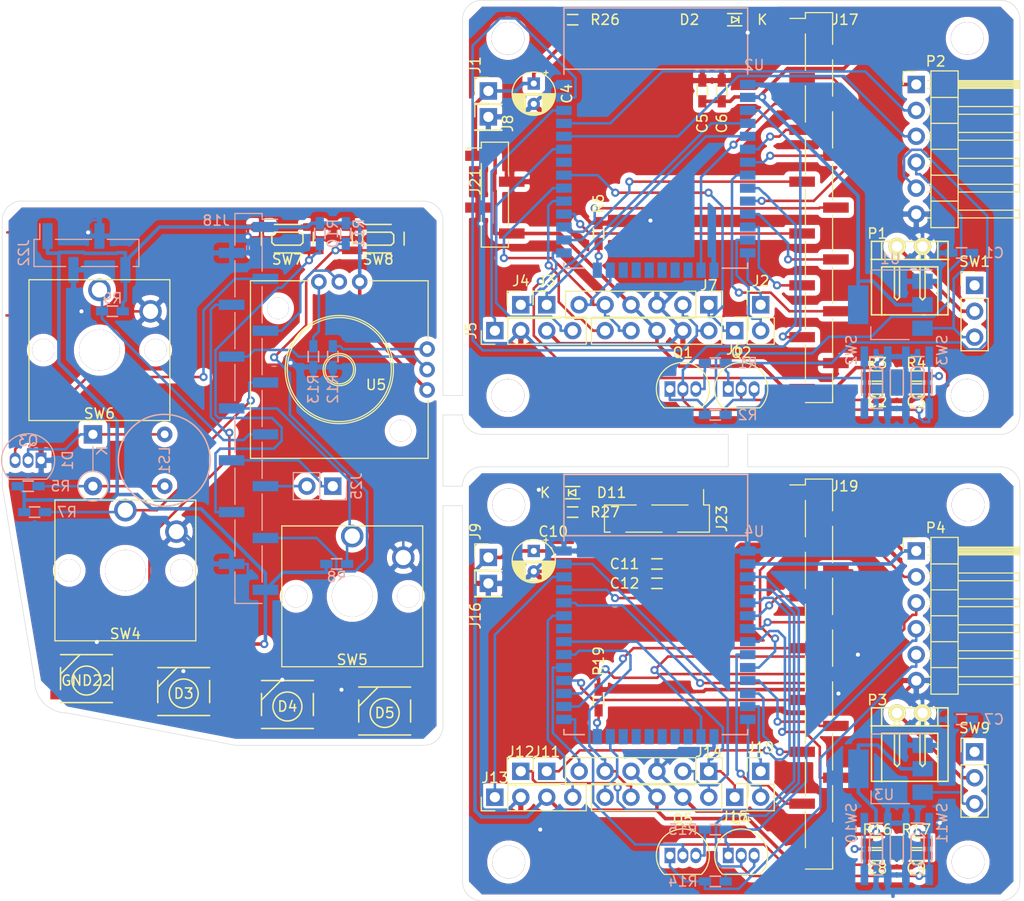
<source format=kicad_pcb>
(kicad_pcb (version 20171130) (host pcbnew "(5.1.5)-3")
  (layers (0 F.Cu signal) (31 B.Cu signal) (34 B.Paste user) (35 F.Paste user) (36 B.SilkS user) (37 F.SilkS user) (38 B.Mask user) (39 F.Mask user) (44 Edge.Cuts user))
  (net 0 "")
  (net 1 /Sheet5F548957/Vcc)
  (net 2 /Sheet5F548957/IO0)
  (net 3 /Sheet5F548957/EN)
  (net 4 /Sheet5F548957/3v3)
  (net 5 /Sheet5F548F88/Vcc)
  (net 6 /Sheet5F548F88/IO0)
  (net 7 /Sheet5F548F88/EN)
  (net 8 /Sheet5F548F88/3v3)
  (net 9 "Net-(D1-Pad2)")
  (net 10 "Net-(D1-Pad1)")
  (net 11 /Sheet5F548957/LEDs)
  (net 12 "Net-(D3-Pad2)")
  (net 13 "Net-(D4-Pad2)")
  (net 14 "Net-(D5-Pad2)")
  (net 15 /Sheet5F548F88/LEDs)
  (net 16 "Net-(J2-Pad2)")
  (net 17 "Net-(J2-Pad1)")
  (net 18 "Net-(J3-Pad1)")
  (net 19 "Net-(J4-Pad1)")
  (net 20 /Sheet5F548957/SCL)
  (net 21 /Sheet5F548957/SDA)
  (net 22 /Sheet5F548957/CS1)
  (net 23 /Sheet5F548957/SCK)
  (net 24 /Sheet5F548957/MOSI)
  (net 25 /Sheet5F548957/MISO)
  (net 26 /Sheet5F548957/CS2)
  (net 27 "Net-(J10-Pad1)")
  (net 28 "Net-(J10-Pad2)")
  (net 29 "Net-(J11-Pad1)")
  (net 30 "Net-(J12-Pad1)")
  (net 31 /Sheet5F548F88/SCL)
  (net 32 /Sheet5F548F88/SDA)
  (net 33 /Sheet5F548F88/CS1)
  (net 34 /Sheet5F548F88/SCK)
  (net 35 /Sheet5F548F88/MOSI)
  (net 36 /Sheet5F548F88/MISO)
  (net 37 /Sheet5F548F88/CS2)
  (net 38 /Sheet5F548957/RXD)
  (net 39 /Sheet5F548957/TXD)
  (net 40 /Sheet5F548957/RTS)
  (net 41 /Sheet5F548957/DTR)
  (net 42 /Sheet5F548F88/DTR)
  (net 43 /Sheet5F548F88/RTS)
  (net 44 /Sheet5F548F88/TXD)
  (net 45 /Sheet5F548F88/RXD)
  (net 46 "Net-(Q1-Pad3)")
  (net 47 "Net-(Q2-Pad3)")
  (net 48 /Sheet5F548957/spk)
  (net 49 "Net-(Q4-Pad3)")
  (net 50 "Net-(Q5-Pad3)")
  (net 51 /Sheet5F548F88/spk)
  (net 52 "Net-(R6-Pad1)")
  (net 53 /Sheet5F548957/enter)
  (net 54 /Sheet5F548957/conv)
  (net 55 /Sheet5F548957/back)
  (net 56 /Sheet5F548957/button1)
  (net 57 /Sheet5F548957/button2)
  (net 58 "Net-(R12-Pad2)")
  (net 59 /Sheet5F548957/jx)
  (net 60 /Sheet5F548957/jy)
  (net 61 "Net-(R19-Pad1)")
  (net 62 /Sheet5F548F88/r1)
  (net 63 /Sheet5F548F88/r2)
  (net 64 /Sheet5F548F88/r3)
  (net 65 /Sheet5F548F88/r4)
  (net 66 /Sheet5F548F88/button1)
  (net 67 /Sheet5F548F88/button2)
  (net 68 "Net-(SW1-Pad1)")
  (net 69 "Net-(SW9-Pad1)")
  (net 70 /Sheet5F548F88/c1)
  (net 71 /Sheet5F548F88/c2)
  (net 72 /Sheet5F548F88/c3)
  (net 73 "Net-(U2-Pad32)")
  (net 74 "Net-(U2-Pad17)")
  (net 75 "Net-(U2-Pad18)")
  (net 76 "Net-(U2-Pad19)")
  (net 77 "Net-(U2-Pad20)")
  (net 78 "Net-(U2-Pad21)")
  (net 79 "Net-(U2-Pad22)")
  (net 80 "Net-(U4-Pad22)")
  (net 81 "Net-(U4-Pad21)")
  (net 82 "Net-(U4-Pad20)")
  (net 83 "Net-(U4-Pad19)")
  (net 84 "Net-(U4-Pad18)")
  (net 85 "Net-(U4-Pad17)")
  (net 86 "Net-(U4-Pad32)")
  (net 87 /Sheet5F548957/GND2)
  (net 88 /Sheet5F548F88/GND)
  (net 89 "Net-(D3-Pad4)")
  (net 90 "Net-(R13-Pad1)")
  (net 91 /Sheet5F548957/GND22)
  (net 92 /Sheet5F548957/3v32)
  (net 93 /Sheet5F548957/LEDs2)
  (net 94 /Sheet5F548957/button12)
  (net 95 /Sheet5F548957/conv2)
  (net 96 /Sheet5F548957/jy2)
  (net 97 /Sheet5F548957/button22)
  (net 98 /Sheet5F548957/back2)
  (net 99 /Sheet5F548957/enter2)
  (net 100 /Sheet5F548957/jx2)
  (net 101 /Sheet5F548957/spk2)
  (net 102 "Net-(D2-Pad2)")
  (net 103 "Net-(D11-Pad2)")
  (net 104 /Sheet5F548957/dummy1)
  (net 105 /Sheet5F548957/dummy2)
  (net 106 /Sheet5F548957/dummy22)
  (net 107 /Sheet5F548957/dummy12)
  (net 108 "Net-(C1-Pad1)")
  (net 109 "Net-(C7-Pad1)")
  (module akizukit:keySwitch (layer F.Cu) (at 31.75 60.325)
    (fp_text reference SW6 (at 0 6.215) (layer F.SilkS))
    (fp_text value SW_Push)
    (pad "" thru_hole circle (at -5.5 0) (size 2.2 2.2) (drill 2.2) (layers *.Cu *.Mask))
    (pad "" thru_hole circle (at 5.5 0) (size 2.2 2.2) (drill 2.2) (layers *.Cu *.Mask))
    (pad "" thru_hole circle (at 0 0) (size 4 4) (drill 4) (layers *.Cu *.Mask))
    (pad 2 thru_hole circle (at 5 -3.8) (size 2.2 2.2) (drill 1.5) (layers *.Cu *.Mask) (net 91 /Sheet5F548957/GND22))
    (pad 1 thru_hole circle (at 0 -5.9) (size 2.2 2.2) (drill 1.5) (layers *.Cu *.Mask) (net 98 /Sheet5F548957/back2))
  )
  (module akizukit:SMD-1608 (layer B.Cu) (at 116.205 50.8)
    (fp_text reference C1 (at 3.175 0) (layer B.SilkS) (effects (justify mirror)))
    (fp_text value 0.1u)
    (pad 2 smd rect (at -1.016 0) (size 1.2 0.8) (layers B.Cu B.Paste B.Mask) (net 87 /Sheet5F548957/GND2))
    (pad 1 smd rect (at 1.016 0) (size 1.2 0.8) (layers B.Cu B.Paste B.Mask) (net 108 "Net-(C1-Pad1)"))
  )
  (module akizukit:SMD-1608 (layer F.Cu) (at 107.95 64.135 180)
    (fp_text reference C2 (at 0 -1.27) (layer F.SilkS))
    (fp_text value 0.1u)
    (pad 2 smd rect (at -1.016 0 180) (size 1.2 0.8) (layers F.Cu F.Paste F.Mask) (net 87 /Sheet5F548957/GND2))
    (pad 1 smd rect (at 1.016 0 180) (size 1.2 0.8) (layers F.Cu F.Paste F.Mask) (net 2 /Sheet5F548957/IO0))
  )
  (module akizukit:SMD-1608 (layer F.Cu) (at 111.76 64.135)
    (fp_text reference C3 (at 0 1.27) (layer F.SilkS))
    (fp_text value 0.1u)
    (pad 2 smd rect (at -1.016 0) (size 1.2 0.8) (layers F.Cu F.Paste F.Mask) (net 87 /Sheet5F548957/GND2))
    (pad 1 smd rect (at 1.016 0) (size 1.2 0.8) (layers F.Cu F.Paste F.Mask) (net 3 /Sheet5F548957/EN))
  )
  (module Capacitor_THT:CP_Radial_D4.0mm_P2.00mm (layer F.Cu) (at 74.295 34.195 270)
    (fp_text reference C4 (at 1 -3.25 90) (layer F.SilkS))
    (fp_text value 100u)
    (pad 2 thru_hole circle (at 2 0 270) (size 1.2 1.2) (drill 0.6) (layers *.Cu *.Mask) (net 87 /Sheet5F548957/GND2))
    (pad 1 thru_hole rect (at 0 0 270) (size 1.2 1.2) (drill 0.6) (layers *.Cu *.Mask) (net 4 /Sheet5F548957/3v3))
  )
  (module akizukit:SMD-1608 (layer F.Cu) (at 90.805 34.925 270)
    (fp_text reference C5 (at 3.175 0 90) (layer F.SilkS))
    (fp_text value 0.1u)
    (pad 2 smd rect (at -1.016 0 270) (size 1.2 0.8) (layers F.Cu F.Paste F.Mask) (net 87 /Sheet5F548957/GND2))
    (pad 1 smd rect (at 1.016 0 270) (size 1.2 0.8) (layers F.Cu F.Paste F.Mask) (net 4 /Sheet5F548957/3v3))
  )
  (module akizukit:SMD-1608 (layer F.Cu) (at 92.71 34.925 90)
    (fp_text reference C6 (at -3.175 0 90) (layer F.SilkS))
    (fp_text value 0.1u)
    (pad 2 smd rect (at -1.016 0 90) (size 1.2 0.8) (layers F.Cu F.Paste F.Mask) (net 4 /Sheet5F548957/3v3))
    (pad 1 smd rect (at 1.016 0 90) (size 1.2 0.8) (layers F.Cu F.Paste F.Mask) (net 87 /Sheet5F548957/GND2))
  )
  (module akizukit:SMD-1608 (layer B.Cu) (at 116.205 96.52)
    (fp_text reference C7 (at 3.175 0) (layer B.SilkS) (effects (justify mirror)))
    (fp_text value 0.1u)
    (pad 2 smd rect (at -1.016 0) (size 1.2 0.8) (layers B.Cu B.Paste B.Mask) (net 88 /Sheet5F548F88/GND))
    (pad 1 smd rect (at 1.016 0) (size 1.2 0.8) (layers B.Cu B.Paste B.Mask) (net 109 "Net-(C7-Pad1)"))
  )
  (module akizukit:SMD-1608 (layer F.Cu) (at 107.95 109.855 180)
    (fp_text reference C8 (at 0 -1.27 180) (layer F.SilkS))
    (fp_text value 0.1u)
    (pad 2 smd rect (at -1.016 0 180) (size 1.2 0.8) (layers F.Cu F.Paste F.Mask) (net 88 /Sheet5F548F88/GND))
    (pad 1 smd rect (at 1.016 0 180) (size 1.2 0.8) (layers F.Cu F.Paste F.Mask) (net 6 /Sheet5F548F88/IO0))
  )
  (module akizukit:SMD-1608 (layer F.Cu) (at 111.76 109.855)
    (fp_text reference C9 (at 0 1.27) (layer F.SilkS))
    (fp_text value 0.1u)
    (pad 2 smd rect (at -1.016 0) (size 1.2 0.8) (layers F.Cu F.Paste F.Mask) (net 88 /Sheet5F548F88/GND))
    (pad 1 smd rect (at 1.016 0) (size 1.2 0.8) (layers F.Cu F.Paste F.Mask) (net 7 /Sheet5F548F88/EN))
  )
  (module Capacitor_THT:CP_Radial_D4.0mm_P2.00mm (layer F.Cu) (at 74.295 80.01 270)
    (fp_text reference C10 (at -1.905 -1.905 180) (layer F.SilkS))
    (fp_text value 100u)
    (pad 2 thru_hole circle (at 2 0 270) (size 1.2 1.2) (drill 0.6) (layers *.Cu *.Mask) (net 88 /Sheet5F548F88/GND))
    (pad 1 thru_hole rect (at 0 0 270) (size 1.2 1.2) (drill 0.6) (layers *.Cu *.Mask) (net 8 /Sheet5F548F88/3v3))
  )
  (module akizukit:SMD-1608 (layer F.Cu) (at 86.36 81.28 180)
    (fp_text reference C11 (at 3.175 0 180) (layer F.SilkS))
    (fp_text value 0.1u)
    (pad 2 smd rect (at -1.016 0 180) (size 1.2 0.8) (layers F.Cu F.Paste F.Mask) (net 88 /Sheet5F548F88/GND))
    (pad 1 smd rect (at 1.016 0 180) (size 1.2 0.8) (layers F.Cu F.Paste F.Mask) (net 8 /Sheet5F548F88/3v3))
  )
  (module akizukit:SMD-1608 (layer F.Cu) (at 86.36 83.185)
    (fp_text reference C12 (at -3.175 0 180) (layer F.SilkS))
    (fp_text value 0.1u)
    (pad 2 smd rect (at -1.016 0) (size 1.2 0.8) (layers F.Cu F.Paste F.Mask) (net 8 /Sheet5F548F88/3v3))
    (pad 1 smd rect (at 1.016 0) (size 1.2 0.8) (layers F.Cu F.Paste F.Mask) (net 88 /Sheet5F548F88/GND))
  )
  (module Connector_PinHeader_2.54mm:PinHeader_1x01_P2.54mm_Vertical (layer F.Cu) (at 69.85 34.925)
    (fp_text reference J1 (at -1.27 -2.54 90) (layer F.SilkS))
    (fp_text value Conn_01x01)
    (pad 1 thru_hole rect (at 0 0) (size 1.7 1.7) (drill 1) (layers *.Cu *.Mask) (net 4 /Sheet5F548957/3v3))
  )
  (module Connector_PinHeader_2.54mm:PinHeader_1x01_P2.54mm_Vertical (layer F.Cu) (at 75.565 55.88)
    (fp_text reference J3 (at 0 -2.33) (layer F.SilkS))
    (fp_text value Conn_01x01)
    (pad 1 thru_hole rect (at 0 0) (size 1.7 1.7) (drill 1) (layers *.Cu *.Mask) (net 18 "Net-(J3-Pad1)"))
  )
  (module Connector_PinHeader_2.54mm:PinHeader_1x01_P2.54mm_Vertical (layer F.Cu) (at 73.025 55.88)
    (fp_text reference J4 (at 0 -2.33) (layer F.SilkS))
    (fp_text value Conn_01x01)
    (pad 1 thru_hole rect (at 0 0) (size 1.7 1.7) (drill 1) (layers *.Cu *.Mask) (net 19 "Net-(J4-Pad1)"))
  )
  (module Connector_PinHeader_2.54mm:PinHeader_1x04_P2.54mm_Vertical (layer F.Cu) (at 70.485 58.42 90)
    (fp_text reference J5 (at 0 -2.33 90) (layer F.SilkS))
    (fp_text value Conn_01x04)
    (pad 4 thru_hole oval (at 0 7.62 90) (size 1.7 1.7) (drill 1) (layers *.Cu *.Mask) (net 21 /Sheet5F548957/SDA))
    (pad 3 thru_hole oval (at 0 5.08 90) (size 1.7 1.7) (drill 1) (layers *.Cu *.Mask) (net 4 /Sheet5F548957/3v3))
    (pad 2 thru_hole oval (at 0 2.54 90) (size 1.7 1.7) (drill 1) (layers *.Cu *.Mask) (net 87 /Sheet5F548957/GND2))
    (pad 1 thru_hole rect (at 0 0 90) (size 1.7 1.7) (drill 1) (layers *.Cu *.Mask) (net 20 /Sheet5F548957/SCL))
  )
  (module Connector_PinHeader_2.54mm:PinHeader_1x06_P2.54mm_Vertical (layer F.Cu) (at 93.98 58.42 270)
    (fp_text reference J6 (at 1.845 0 180) (layer F.SilkS))
    (fp_text value Conn_01x06)
    (pad 6 thru_hole oval (at 0 12.7 270) (size 1.7 1.7) (drill 1) (layers *.Cu *.Mask) (net 22 /Sheet5F548957/CS1))
    (pad 5 thru_hole oval (at 0 10.16 270) (size 1.7 1.7) (drill 1) (layers *.Cu *.Mask) (net 23 /Sheet5F548957/SCK))
    (pad 4 thru_hole oval (at 0 7.62 270) (size 1.7 1.7) (drill 1) (layers *.Cu *.Mask) (net 4 /Sheet5F548957/3v3))
    (pad 3 thru_hole oval (at 0 5.08 270) (size 1.7 1.7) (drill 1) (layers *.Cu *.Mask) (net 87 /Sheet5F548957/GND2))
    (pad 2 thru_hole oval (at 0 2.54 270) (size 1.7 1.7) (drill 1) (layers *.Cu *.Mask) (net 24 /Sheet5F548957/MOSI))
    (pad 1 thru_hole rect (at 0 0 270) (size 1.7 1.7) (drill 1) (layers *.Cu *.Mask) (net 25 /Sheet5F548957/MISO))
  )
  (module Connector_PinHeader_2.54mm:PinHeader_1x06_P2.54mm_Vertical (layer F.Cu) (at 91.44 55.88 270)
    (fp_text reference J7 (at -1.905 0 180) (layer F.SilkS))
    (fp_text value Conn_01x06)
    (pad 6 thru_hole oval (at 0 12.7 270) (size 1.7 1.7) (drill 1) (layers *.Cu *.Mask) (net 26 /Sheet5F548957/CS2))
    (pad 5 thru_hole oval (at 0 10.16 270) (size 1.7 1.7) (drill 1) (layers *.Cu *.Mask) (net 23 /Sheet5F548957/SCK))
    (pad 4 thru_hole oval (at 0 7.62 270) (size 1.7 1.7) (drill 1) (layers *.Cu *.Mask) (net 4 /Sheet5F548957/3v3))
    (pad 3 thru_hole oval (at 0 5.08 270) (size 1.7 1.7) (drill 1) (layers *.Cu *.Mask) (net 87 /Sheet5F548957/GND2))
    (pad 2 thru_hole oval (at 0 2.54 270) (size 1.7 1.7) (drill 1) (layers *.Cu *.Mask) (net 24 /Sheet5F548957/MOSI))
    (pad 1 thru_hole rect (at 0 0 270) (size 1.7 1.7) (drill 1) (layers *.Cu *.Mask) (net 25 /Sheet5F548957/MISO))
  )
  (module Connector_PinHeader_2.54mm:PinHeader_1x01_P2.54mm_Vertical (layer F.Cu) (at 69.85 37.465)
    (fp_text reference J8 (at 1.905 0.635 90) (layer F.SilkS))
    (fp_text value Conn_01x01)
    (pad 1 thru_hole rect (at 0 0) (size 1.7 1.7) (drill 1) (layers *.Cu *.Mask) (net 87 /Sheet5F548957/GND2))
  )
  (module Connector_PinHeader_2.54mm:PinHeader_1x01_P2.54mm_Vertical (layer F.Cu) (at 69.85 80.645)
    (fp_text reference J9 (at -1.27 -2.54 270) (layer F.SilkS))
    (fp_text value Conn_01x01)
    (pad 1 thru_hole rect (at 0 0) (size 1.7 1.7) (drill 1) (layers *.Cu *.Mask) (net 8 /Sheet5F548F88/3v3))
  )
  (module Connector_PinHeader_2.54mm:PinHeader_1x02_P2.54mm_Vertical (layer F.Cu) (at 96.52 101.6)
    (fp_text reference J10 (at 0 -2.33) (layer F.SilkS))
    (fp_text value Conn_01x02)
    (pad 2 thru_hole oval (at 0 2.54) (size 1.7 1.7) (drill 1) (layers *.Cu *.Mask) (net 28 "Net-(J10-Pad2)"))
    (pad 1 thru_hole rect (at 0 0) (size 1.7 1.7) (drill 1) (layers *.Cu *.Mask) (net 27 "Net-(J10-Pad1)"))
  )
  (module Connector_PinHeader_2.54mm:PinHeader_1x01_P2.54mm_Vertical (layer F.Cu) (at 75.565 101.6)
    (fp_text reference J11 (at 0 -1.905) (layer F.SilkS))
    (fp_text value Conn_01x01)
    (pad 1 thru_hole rect (at 0 0) (size 1.7 1.7) (drill 1) (layers *.Cu *.Mask) (net 29 "Net-(J11-Pad1)"))
  )
  (module Connector_PinHeader_2.54mm:PinHeader_1x01_P2.54mm_Vertical (layer F.Cu) (at 73.025 101.6)
    (fp_text reference J12 (at 0 -1.905) (layer F.SilkS))
    (fp_text value Conn_01x01)
    (pad 1 thru_hole rect (at 0 0) (size 1.7 1.7) (drill 1) (layers *.Cu *.Mask) (net 30 "Net-(J12-Pad1)"))
  )
  (module Connector_PinHeader_2.54mm:PinHeader_1x04_P2.54mm_Vertical (layer F.Cu) (at 70.485 104.14 90)
    (fp_text reference J13 (at 1.905 0 180) (layer F.SilkS))
    (fp_text value Conn_01x04)
    (pad 4 thru_hole oval (at 0 7.62 90) (size 1.7 1.7) (drill 1) (layers *.Cu *.Mask) (net 32 /Sheet5F548F88/SDA))
    (pad 3 thru_hole oval (at 0 5.08 90) (size 1.7 1.7) (drill 1) (layers *.Cu *.Mask) (net 8 /Sheet5F548F88/3v3))
    (pad 2 thru_hole oval (at 0 2.54 90) (size 1.7 1.7) (drill 1) (layers *.Cu *.Mask) (net 88 /Sheet5F548F88/GND))
    (pad 1 thru_hole rect (at 0 0 90) (size 1.7 1.7) (drill 1) (layers *.Cu *.Mask) (net 31 /Sheet5F548F88/SCL))
  )
  (module Connector_PinHeader_2.54mm:PinHeader_1x06_P2.54mm_Vertical (layer F.Cu) (at 91.44 101.6 270)
    (fp_text reference J14 (at -1.905 0 180) (layer F.SilkS))
    (fp_text value Conn_01x06)
    (pad 6 thru_hole oval (at 0 12.7 270) (size 1.7 1.7) (drill 1) (layers *.Cu *.Mask) (net 33 /Sheet5F548F88/CS1))
    (pad 5 thru_hole oval (at 0 10.16 270) (size 1.7 1.7) (drill 1) (layers *.Cu *.Mask) (net 34 /Sheet5F548F88/SCK))
    (pad 4 thru_hole oval (at 0 7.62 270) (size 1.7 1.7) (drill 1) (layers *.Cu *.Mask) (net 8 /Sheet5F548F88/3v3))
    (pad 3 thru_hole oval (at 0 5.08 270) (size 1.7 1.7) (drill 1) (layers *.Cu *.Mask) (net 88 /Sheet5F548F88/GND))
    (pad 2 thru_hole oval (at 0 2.54 270) (size 1.7 1.7) (drill 1) (layers *.Cu *.Mask) (net 35 /Sheet5F548F88/MOSI))
    (pad 1 thru_hole rect (at 0 0 270) (size 1.7 1.7) (drill 1) (layers *.Cu *.Mask) (net 36 /Sheet5F548F88/MISO))
  )
  (module Connector_PinHeader_2.54mm:PinHeader_1x06_P2.54mm_Vertical (layer F.Cu) (at 93.98 104.14 270)
    (fp_text reference J15 (at 1.905 0 180) (layer F.SilkS))
    (fp_text value Conn_01x06)
    (pad 6 thru_hole oval (at 0 12.7 270) (size 1.7 1.7) (drill 1) (layers *.Cu *.Mask) (net 37 /Sheet5F548F88/CS2))
    (pad 5 thru_hole oval (at 0 10.16 270) (size 1.7 1.7) (drill 1) (layers *.Cu *.Mask) (net 34 /Sheet5F548F88/SCK))
    (pad 4 thru_hole oval (at 0 7.62 270) (size 1.7 1.7) (drill 1) (layers *.Cu *.Mask) (net 8 /Sheet5F548F88/3v3))
    (pad 3 thru_hole oval (at 0 5.08 270) (size 1.7 1.7) (drill 1) (layers *.Cu *.Mask) (net 88 /Sheet5F548F88/GND))
    (pad 2 thru_hole oval (at 0 2.54 270) (size 1.7 1.7) (drill 1) (layers *.Cu *.Mask) (net 35 /Sheet5F548F88/MOSI))
    (pad 1 thru_hole rect (at 0 0 270) (size 1.7 1.7) (drill 1) (layers *.Cu *.Mask) (net 36 /Sheet5F548F88/MISO))
  )
  (module Connector_PinHeader_2.54mm:PinHeader_1x01_P2.54mm_Vertical (layer F.Cu) (at 69.85 83.185)
    (fp_text reference J16 (at -1.27 3.175 270) (layer F.SilkS))
    (fp_text value Conn_01x01)
    (pad 1 thru_hole rect (at 0 0) (size 1.7 1.7) (drill 1) (layers *.Cu *.Mask) (net 88 /Sheet5F548F88/GND))
  )
  (module akizukit:small_speaker (layer B.Cu) (at 38.1 71.12 90)
    (fp_text reference LS1 (at 0 0.04 90) (layer B.SilkS) (effects (justify mirror)))
    (fp_text value Speaker)
    (pad 2 thru_hole circle (at 2.54 0.04 90) (size 1.524 1.524) (drill 0.762) (layers *.Cu *.Mask) (net 10 "Net-(D1-Pad1)"))
    (pad 1 thru_hole circle (at -2.54 0.04 90) (size 1.524 1.524) (drill 0.762) (layers *.Cu *.Mask) (net 9 "Net-(D1-Pad2)"))
  )
  (module akizukit:Connector_EH_2pin (layer F.Cu) (at 111.125 50.165 180)
    (fp_text reference P1 (at 3.175 1.27) (layer F.SilkS))
    (fp_text value CONN_01X02)
    (pad 2 thru_hole circle (at 1.25 0 180) (size 1.7 1.7) (drill 1) (layers *.Cu *.Mask F.SilkS) (net 1 /Sheet5F548957/Vcc))
    (pad 1 thru_hole circle (at -1.25 0 180) (size 1.7 1.7) (drill 1) (layers *.Cu *.Mask F.SilkS) (net 87 /Sheet5F548957/GND2))
  )
  (module akizukit:Connector_EH_2pin (layer F.Cu) (at 111.125 95.885 180)
    (fp_text reference P3 (at 3.175 1.27) (layer F.SilkS))
    (fp_text value CONN_01X02)
    (pad 2 thru_hole circle (at 1.25 0 180) (size 1.7 1.7) (drill 1) (layers *.Cu *.Mask F.SilkS) (net 5 /Sheet5F548F88/Vcc))
    (pad 1 thru_hole circle (at -1.25 0 180) (size 1.7 1.7) (drill 1) (layers *.Cu *.Mask F.SilkS) (net 88 /Sheet5F548F88/GND))
  )
  (module Package_TO_SOT_THT:TO-92_Inline (layer F.Cu) (at 87.63 64.135)
    (fp_text reference Q1 (at 1.27 -3.56) (layer F.SilkS))
    (fp_text value 2SC1815)
    (pad 1 thru_hole rect (at 0 0) (size 1.05 1.5) (drill 0.75) (layers *.Cu *.Mask) (net 40 /Sheet5F548957/RTS))
    (pad 3 thru_hole oval (at 2.54 0) (size 1.05 1.5) (drill 0.75) (layers *.Cu *.Mask) (net 46 "Net-(Q1-Pad3)"))
    (pad 2 thru_hole oval (at 1.27 0) (size 1.05 1.5) (drill 0.75) (layers *.Cu *.Mask) (net 3 /Sheet5F548957/EN))
  )
  (module Package_TO_SOT_THT:TO-92_Inline (layer F.Cu) (at 93.345 64.135)
    (fp_text reference Q2 (at 1.27 -3.56) (layer F.SilkS))
    (fp_text value 2SC1815)
    (pad 1 thru_hole rect (at 0 0) (size 1.05 1.5) (drill 0.75) (layers *.Cu *.Mask) (net 41 /Sheet5F548957/DTR))
    (pad 3 thru_hole oval (at 2.54 0) (size 1.05 1.5) (drill 0.75) (layers *.Cu *.Mask) (net 47 "Net-(Q2-Pad3)"))
    (pad 2 thru_hole oval (at 1.27 0) (size 1.05 1.5) (drill 0.75) (layers *.Cu *.Mask) (net 2 /Sheet5F548957/IO0))
  )
  (module Package_TO_SOT_THT:TO-92_Inline (layer B.Cu) (at 26.035 71.12 180)
    (fp_text reference Q3 (at 1.27 1.905) (layer B.SilkS) (effects (justify mirror)))
    (fp_text value 2SC1815)
    (pad 1 thru_hole rect (at 0 0 180) (size 1.05 1.5) (drill 0.75) (layers *.Cu *.Mask) (net 91 /Sheet5F548957/GND22))
    (pad 3 thru_hole oval (at 2.54 0 180) (size 1.05 1.5) (drill 0.75) (layers *.Cu *.Mask) (net 101 /Sheet5F548957/spk2))
    (pad 2 thru_hole oval (at 1.27 0 180) (size 1.05 1.5) (drill 0.75) (layers *.Cu *.Mask) (net 10 "Net-(D1-Pad1)"))
  )
  (module Package_TO_SOT_THT:TO-92_Inline (layer F.Cu) (at 93.345 109.855)
    (fp_text reference Q4 (at 1.27 -3.56) (layer F.SilkS))
    (fp_text value 2SC1815)
    (pad 1 thru_hole rect (at 0 0) (size 1.05 1.5) (drill 0.75) (layers *.Cu *.Mask) (net 43 /Sheet5F548F88/RTS))
    (pad 3 thru_hole oval (at 2.54 0) (size 1.05 1.5) (drill 0.75) (layers *.Cu *.Mask) (net 49 "Net-(Q4-Pad3)"))
    (pad 2 thru_hole oval (at 1.27 0) (size 1.05 1.5) (drill 0.75) (layers *.Cu *.Mask) (net 7 /Sheet5F548F88/EN))
  )
  (module Package_TO_SOT_THT:TO-92_Inline (layer F.Cu) (at 87.63 109.855)
    (fp_text reference Q5 (at 1.27 -3.56) (layer F.SilkS))
    (fp_text value 2SC1815)
    (pad 1 thru_hole rect (at 0 0) (size 1.05 1.5) (drill 0.75) (layers *.Cu *.Mask) (net 42 /Sheet5F548F88/DTR))
    (pad 3 thru_hole oval (at 2.54 0) (size 1.05 1.5) (drill 0.75) (layers *.Cu *.Mask) (net 50 "Net-(Q5-Pad3)"))
    (pad 2 thru_hole oval (at 1.27 0) (size 1.05 1.5) (drill 0.75) (layers *.Cu *.Mask) (net 6 /Sheet5F548F88/IO0))
  )
  (module akizukit:SMD-1608 (layer B.Cu) (at 92.075 61.595 180)
    (fp_text reference R1 (at -3.175 0) (layer B.SilkS) (effects (justify mirror)))
    (fp_text value 1k)
    (pad 2 smd rect (at -1.016 0 180) (size 1.2 0.8) (layers B.Cu B.Paste B.Mask) (net 41 /Sheet5F548957/DTR))
    (pad 1 smd rect (at 1.016 0 180) (size 1.2 0.8) (layers B.Cu B.Paste B.Mask) (net 46 "Net-(Q1-Pad3)"))
  )
  (module akizukit:SMD-1608 (layer B.Cu) (at 92.075 66.675)
    (fp_text reference R2 (at 3.175 0) (layer B.SilkS) (effects (justify mirror)))
    (fp_text value 1k)
    (pad 2 smd rect (at -1.016 0) (size 1.2 0.8) (layers B.Cu B.Paste B.Mask) (net 40 /Sheet5F548957/RTS))
    (pad 1 smd rect (at 1.016 0) (size 1.2 0.8) (layers B.Cu B.Paste B.Mask) (net 47 "Net-(Q2-Pad3)"))
  )
  (module akizukit:SMD-1608 (layer F.Cu) (at 107.95 62.865)
    (fp_text reference R3 (at 0 -1.27) (layer F.SilkS))
    (fp_text value 1k)
    (pad 2 smd rect (at -1.016 0) (size 1.2 0.8) (layers F.Cu F.Paste F.Mask) (net 2 /Sheet5F548957/IO0))
    (pad 1 smd rect (at 1.016 0) (size 1.2 0.8) (layers F.Cu F.Paste F.Mask) (net 4 /Sheet5F548957/3v3))
  )
  (module akizukit:SMD-1608 (layer F.Cu) (at 111.76 62.865 180)
    (fp_text reference R4 (at 0 1.27) (layer F.SilkS))
    (fp_text value 1k)
    (pad 2 smd rect (at -1.016 0 180) (size 1.2 0.8) (layers F.Cu F.Paste F.Mask) (net 3 /Sheet5F548957/EN))
    (pad 1 smd rect (at 1.016 0 180) (size 1.2 0.8) (layers F.Cu F.Paste F.Mask) (net 4 /Sheet5F548957/3v3))
  )
  (module akizukit:SMD-1608 (layer B.Cu) (at 24.765 73.66)
    (fp_text reference R5 (at 3.175 0) (layer B.SilkS) (effects (justify mirror)))
    (fp_text value 1k)
    (pad 2 smd rect (at -1.016 0) (size 1.2 0.8) (layers B.Cu B.Paste B.Mask) (net 92 /Sheet5F548957/3v32))
    (pad 1 smd rect (at 1.016 0) (size 1.2 0.8) (layers B.Cu B.Paste B.Mask) (net 9 "Net-(D1-Pad2)"))
  )
  (module akizukit:SMD-1608 (layer F.Cu) (at 80.645 48.895 270)
    (fp_text reference R6 (at -2.921 0 90) (layer F.SilkS))
    (fp_text value 1k)
    (pad 2 smd rect (at -1.016 0 270) (size 1.2 0.8) (layers F.Cu F.Paste F.Mask) (net 87 /Sheet5F548957/GND2))
    (pad 1 smd rect (at 1.016 0 270) (size 1.2 0.8) (layers F.Cu F.Paste F.Mask) (net 52 "Net-(R6-Pad1)"))
  )
  (module akizukit:SMD-1608 (layer B.Cu) (at 25.4 76.2)
    (fp_text reference R7 (at 3.175 0) (layer B.SilkS) (effects (justify mirror)))
    (fp_text value 1k)
    (pad 2 smd rect (at -1.016 0) (size 1.2 0.8) (layers B.Cu B.Paste B.Mask) (net 92 /Sheet5F548957/3v32))
    (pad 1 smd rect (at 1.016 0) (size 1.2 0.8) (layers B.Cu B.Paste B.Mask) (net 99 /Sheet5F548957/enter2))
  )
  (module akizukit:SMD-1608 (layer B.Cu) (at 54.991 81.28)
    (fp_text reference R8 (at 0 1.27) (layer B.SilkS) (effects (justify mirror)))
    (fp_text value 1k)
    (pad 2 smd rect (at -1.016 0) (size 1.2 0.8) (layers B.Cu B.Paste B.Mask) (net 92 /Sheet5F548957/3v32))
    (pad 1 smd rect (at 1.016 0) (size 1.2 0.8) (layers B.Cu B.Paste B.Mask) (net 95 /Sheet5F548957/conv2))
  )
  (module akizukit:SMD-1608 (layer B.Cu) (at 33.02 56.515 180)
    (fp_text reference R9 (at 0 1.27) (layer B.SilkS) (effects (justify mirror)))
    (fp_text value 1k)
    (pad 2 smd rect (at -1.016 0 180) (size 1.2 0.8) (layers B.Cu B.Paste B.Mask) (net 92 /Sheet5F548957/3v32))
    (pad 1 smd rect (at 1.016 0 180) (size 1.2 0.8) (layers B.Cu B.Paste B.Mask) (net 98 /Sheet5F548957/back2))
  )
  (module akizukit:SMD-1608 (layer B.Cu) (at 53.34 48.895 270)
    (fp_text reference R10 (at 0 -1.27 90) (layer B.SilkS) (effects (justify mirror)))
    (fp_text value 1k)
    (pad 2 smd rect (at -1.016 0 270) (size 1.2 0.8) (layers B.Cu B.Paste B.Mask) (net 92 /Sheet5F548957/3v32))
    (pad 1 smd rect (at 1.016 0 270) (size 1.2 0.8) (layers B.Cu B.Paste B.Mask) (net 94 /Sheet5F548957/button12))
  )
  (module akizukit:SMD-1608 (layer B.Cu) (at 55.88 48.895 270)
    (fp_text reference R11 (at 0 -1.27 90) (layer B.SilkS) (effects (justify mirror)))
    (fp_text value 1k)
    (pad 2 smd rect (at -1.016 0 270) (size 1.2 0.8) (layers B.Cu B.Paste B.Mask) (net 92 /Sheet5F548957/3v32))
    (pad 1 smd rect (at 1.016 0 270) (size 1.2 0.8) (layers B.Cu B.Paste B.Mask) (net 97 /Sheet5F548957/button22))
  )
  (module akizukit:SMD-1608 (layer B.Cu) (at 54.61 60.96 270)
    (fp_text reference R12 (at 3.175 0 270) (layer B.SilkS) (effects (justify mirror)))
    (fp_text value 100)
    (pad 2 smd rect (at -1.016 0 270) (size 1.2 0.8) (layers B.Cu B.Paste B.Mask) (net 58 "Net-(R12-Pad2)"))
    (pad 1 smd rect (at 1.016 0 270) (size 1.2 0.8) (layers B.Cu B.Paste B.Mask) (net 91 /Sheet5F548957/GND22))
  )
  (module akizukit:SMD-1608 (layer B.Cu) (at 92.075 112.395)
    (fp_text reference R14 (at -3.175 0) (layer B.SilkS) (effects (justify mirror)))
    (fp_text value 1k)
    (pad 2 smd rect (at -1.016 0) (size 1.2 0.8) (layers B.Cu B.Paste B.Mask) (net 42 /Sheet5F548F88/DTR))
    (pad 1 smd rect (at 1.016 0) (size 1.2 0.8) (layers B.Cu B.Paste B.Mask) (net 49 "Net-(Q4-Pad3)"))
  )
  (module akizukit:SMD-1608 (layer B.Cu) (at 92.075 107.315 180)
    (fp_text reference R15 (at 3.175 0) (layer B.SilkS) (effects (justify mirror)))
    (fp_text value 1k)
    (pad 2 smd rect (at -1.016 0 180) (size 1.2 0.8) (layers B.Cu B.Paste B.Mask) (net 43 /Sheet5F548F88/RTS))
    (pad 1 smd rect (at 1.016 0 180) (size 1.2 0.8) (layers B.Cu B.Paste B.Mask) (net 50 "Net-(Q5-Pad3)"))
  )
  (module akizukit:SMD-1608 (layer F.Cu) (at 107.95 108.585)
    (fp_text reference R16 (at 0 -1.27) (layer F.SilkS))
    (fp_text value 1k)
    (pad 2 smd rect (at -1.016 0) (size 1.2 0.8) (layers F.Cu F.Paste F.Mask) (net 6 /Sheet5F548F88/IO0))
    (pad 1 smd rect (at 1.016 0) (size 1.2 0.8) (layers F.Cu F.Paste F.Mask) (net 8 /Sheet5F548F88/3v3))
  )
  (module akizukit:SMD-1608 (layer F.Cu) (at 111.76 108.585 180)
    (fp_text reference R17 (at 0 1.27) (layer F.SilkS))
    (fp_text value 1k)
    (pad 2 smd rect (at -1.016 0 180) (size 1.2 0.8) (layers F.Cu F.Paste F.Mask) (net 7 /Sheet5F548F88/EN))
    (pad 1 smd rect (at 1.016 0 180) (size 1.2 0.8) (layers F.Cu F.Paste F.Mask) (net 8 /Sheet5F548F88/3v3))
  )
  (module akizukit:SMD-1608 (layer F.Cu) (at 80.645 94.615 270)
    (fp_text reference R19 (at -3.81 0 90) (layer F.SilkS))
    (fp_text value 1k)
    (pad 2 smd rect (at -1.016 0 270) (size 1.2 0.8) (layers F.Cu F.Paste F.Mask) (net 88 /Sheet5F548F88/GND))
    (pad 1 smd rect (at 1.016 0 270) (size 1.2 0.8) (layers F.Cu F.Paste F.Mask) (net 61 "Net-(R19-Pad1)"))
  )
  (module Connector_PinHeader_2.54mm:PinHeader_1x03_P2.54mm_Vertical (layer F.Cu) (at 117.475 53.975)
    (fp_text reference SW1 (at 0 -2.33) (layer F.SilkS))
    (fp_text value SW_SPDT)
    (pad 3 thru_hole oval (at 0 5.08) (size 1.7 1.7) (drill 1) (layers *.Cu *.Mask) (net 108 "Net-(C1-Pad1)"))
    (pad 2 thru_hole oval (at 0 2.54) (size 1.7 1.7) (drill 1) (layers *.Cu *.Mask) (net 1 /Sheet5F548957/Vcc))
    (pad 1 thru_hole rect (at 0 0) (size 1.7 1.7) (drill 1) (layers *.Cu *.Mask) (net 68 "Net-(SW1-Pad1)"))
  )
  (module akizukit:SMD_SW (layer B.Cu) (at 106.68 66.04 90)
    (fp_text reference SW2 (at 5.715 -1.27 90) (layer B.SilkS) (effects (justify mirror)))
    (fp_text value SW_Push)
    (pad 1 smd rect (at 5.08 2.286 90) (size 2 0.75) (layers B.Cu B.Paste B.Mask) (net 87 /Sheet5F548957/GND2))
    (pad 2 smd rect (at 5.08 0 90) (size 2 0.75) (layers B.Cu B.Paste B.Mask) (net 2 /Sheet5F548957/IO0))
    (pad 2 smd rect (at 0 0 90) (size 2 0.75) (layers B.Cu B.Paste B.Mask) (net 2 /Sheet5F548957/IO0))
    (pad 1 smd rect (at 0 2.286 90) (size 2 0.75) (layers B.Cu B.Paste B.Mask) (net 87 /Sheet5F548957/GND2))
  )
  (module akizukit:SMD_SW (layer B.Cu) (at 113.03 60.96 270)
    (fp_text reference SW3 (at -0.635 -1.27 90) (layer B.SilkS) (effects (justify mirror)))
    (fp_text value SW_Push)
    (pad 1 smd rect (at 5.08 2.286 270) (size 2 0.75) (layers B.Cu B.Paste B.Mask) (net 87 /Sheet5F548957/GND2))
    (pad 2 smd rect (at 5.08 0 270) (size 2 0.75) (layers B.Cu B.Paste B.Mask) (net 3 /Sheet5F548957/EN))
    (pad 2 smd rect (at 0 0 270) (size 2 0.75) (layers B.Cu B.Paste B.Mask) (net 3 /Sheet5F548957/EN))
    (pad 1 smd rect (at 0 2.286 270) (size 2 0.75) (layers B.Cu B.Paste B.Mask) (net 87 /Sheet5F548957/GND2))
  )
  (module akizukit:SMD_SW (layer F.Cu) (at 52.705 48.26 180)
    (fp_text reference SW7 (at 2.54 -3.175) (layer F.SilkS))
    (fp_text value SW_Push)
    (pad 1 smd rect (at 5.08 -2.286 180) (size 2 0.75) (layers F.Cu F.Paste F.Mask) (net 94 /Sheet5F548957/button12))
    (pad 2 smd rect (at 5.08 0 180) (size 2 0.75) (layers F.Cu F.Paste F.Mask) (net 91 /Sheet5F548957/GND22))
    (pad 2 smd rect (at 0 0 180) (size 2 0.75) (layers F.Cu F.Paste F.Mask) (net 91 /Sheet5F548957/GND22))
    (pad 1 smd rect (at 0 -2.286 180) (size 2 0.75) (layers F.Cu F.Paste F.Mask) (net 94 /Sheet5F548957/button12))
  )
  (module akizukit:SMD_SW (layer F.Cu) (at 61.595 48.26 180)
    (fp_text reference SW8 (at 2.54 -3.175) (layer F.SilkS))
    (fp_text value SW_Push)
    (pad 1 smd rect (at 5.08 -2.286 180) (size 2 0.75) (layers F.Cu F.Paste F.Mask) (net 97 /Sheet5F548957/button22))
    (pad 2 smd rect (at 5.08 0 180) (size 2 0.75) (layers F.Cu F.Paste F.Mask) (net 91 /Sheet5F548957/GND22))
    (pad 2 smd rect (at 0 0 180) (size 2 0.75) (layers F.Cu F.Paste F.Mask) (net 91 /Sheet5F548957/GND22))
    (pad 1 smd rect (at 0 -2.286 180) (size 2 0.75) (layers F.Cu F.Paste F.Mask) (net 97 /Sheet5F548957/button22))
  )
  (module Connector_PinHeader_2.54mm:PinHeader_1x03_P2.54mm_Vertical (layer F.Cu) (at 117.475 99.695)
    (fp_text reference SW9 (at 0 -2.33) (layer F.SilkS))
    (fp_text value SW_SPDT)
    (pad 3 thru_hole oval (at 0 5.08) (size 1.7 1.7) (drill 1) (layers *.Cu *.Mask) (net 109 "Net-(C7-Pad1)"))
    (pad 2 thru_hole oval (at 0 2.54) (size 1.7 1.7) (drill 1) (layers *.Cu *.Mask) (net 5 /Sheet5F548F88/Vcc))
    (pad 1 thru_hole rect (at 0 0) (size 1.7 1.7) (drill 1) (layers *.Cu *.Mask) (net 69 "Net-(SW9-Pad1)"))
  )
  (module akizukit:SMD_SW (layer B.Cu) (at 106.68 111.76 90)
    (fp_text reference SW10 (at 5.08 -1.27 270) (layer B.SilkS) (effects (justify mirror)))
    (fp_text value SW_Push)
    (pad 1 smd rect (at 5.08 2.286 90) (size 2 0.75) (layers B.Cu B.Paste B.Mask) (net 88 /Sheet5F548F88/GND))
    (pad 2 smd rect (at 5.08 0 90) (size 2 0.75) (layers B.Cu B.Paste B.Mask) (net 6 /Sheet5F548F88/IO0))
    (pad 2 smd rect (at 0 0 90) (size 2 0.75) (layers B.Cu B.Paste B.Mask) (net 6 /Sheet5F548F88/IO0))
    (pad 1 smd rect (at 0 2.286 90) (size 2 0.75) (layers B.Cu B.Paste B.Mask) (net 88 /Sheet5F548F88/GND))
  )
  (module akizukit:SMD_SW (layer B.Cu) (at 113.03 106.68 270)
    (fp_text reference SW11 (at 0 -1.27 270) (layer B.SilkS) (effects (justify mirror)))
    (fp_text value SW_Push)
    (pad 1 smd rect (at 5.08 2.286 270) (size 2 0.75) (layers B.Cu B.Paste B.Mask) (net 88 /Sheet5F548F88/GND))
    (pad 2 smd rect (at 5.08 0 270) (size 2 0.75) (layers B.Cu B.Paste B.Mask) (net 7 /Sheet5F548F88/EN))
    (pad 2 smd rect (at 0 0 270) (size 2 0.75) (layers B.Cu B.Paste B.Mask) (net 7 /Sheet5F548F88/EN))
    (pad 1 smd rect (at 0 2.286 270) (size 2 0.75) (layers B.Cu B.Paste B.Mask) (net 88 /Sheet5F548F88/GND))
  )
  (module akizukit:ESP-WROOM-32 (layer B.Cu) (at 95.25 34.29 180)
    (fp_text reference U2 (at -0.635 1.905) (layer B.SilkS) (effects (justify mirror)))
    (fp_text value ESP32)
    (pad 24 smd rect (at 14.73 -18.2 180) (size 0.9 1.5) (layers B.Cu B.Paste B.Mask) (net 52 "Net-(R6-Pad1)"))
    (pad 23 smd rect (at 13.46 -18.2 180) (size 0.9 1.5) (layers B.Cu B.Paste B.Mask) (net 26 /Sheet5F548957/CS2))
    (pad 22 smd rect (at 12.19 -18.2 180) (size 0.9 1.5) (layers B.Cu B.Paste B.Mask) (net 79 "Net-(U2-Pad22)"))
    (pad 21 smd rect (at 10.92 -18.2 180) (size 0.9 1.5) (layers B.Cu B.Paste B.Mask) (net 78 "Net-(U2-Pad21)"))
    (pad 20 smd rect (at 9.65 -18.2 180) (size 0.9 1.5) (layers B.Cu B.Paste B.Mask) (net 77 "Net-(U2-Pad20)"))
    (pad 19 smd rect (at 8.38 -18.2 180) (size 0.9 1.5) (layers B.Cu B.Paste B.Mask) (net 76 "Net-(U2-Pad19)"))
    (pad 18 smd rect (at 7.11 -18.2 180) (size 0.9 1.5) (layers B.Cu B.Paste B.Mask) (net 75 "Net-(U2-Pad18)"))
    (pad 17 smd rect (at 5.84 -18.2 180) (size 0.9 1.5) (layers B.Cu B.Paste B.Mask) (net 74 "Net-(U2-Pad17)"))
    (pad 16 smd rect (at 4.57 -18.2 180) (size 0.9 1.5) (layers B.Cu B.Paste B.Mask) (net 11 /Sheet5F548957/LEDs))
    (pad 14 smd rect (at 0 -16.51 180) (size 1.524 0.9) (layers B.Cu B.Paste B.Mask) (net 17 "Net-(J2-Pad1)"))
    (pad 13 smd rect (at 0 -15.24 180) (size 1.524 0.9) (layers B.Cu B.Paste B.Mask) (net 16 "Net-(J2-Pad2)"))
    (pad 12 smd rect (at 0 -13.97 180) (size 1.524 0.9) (layers B.Cu B.Paste B.Mask) (net 105 /Sheet5F548957/dummy2))
    (pad 11 smd rect (at 0 -12.7 180) (size 1.524 0.9) (layers B.Cu B.Paste B.Mask) (net 104 /Sheet5F548957/dummy1))
    (pad 10 smd rect (at 0 -11.43 180) (size 1.524 0.9) (layers B.Cu B.Paste B.Mask) (net 48 /Sheet5F548957/spk))
    (pad 9 smd rect (at 0 -10.16 180) (size 1.524 0.9) (layers B.Cu B.Paste B.Mask) (net 57 /Sheet5F548957/button2))
    (pad 8 smd rect (at 0 -8.89 180) (size 1.524 0.9) (layers B.Cu B.Paste B.Mask) (net 56 /Sheet5F548957/button1))
    (pad 7 smd rect (at 0 -7.62 180) (size 1.524 0.9) (layers B.Cu B.Paste B.Mask) (net 60 /Sheet5F548957/jy))
    (pad 6 smd rect (at 0 -6.35 180) (size 1.524 0.9) (layers B.Cu B.Paste B.Mask) (net 59 /Sheet5F548957/jx))
    (pad 5 smd rect (at 0 -5.08 180) (size 1.524 0.9) (layers B.Cu B.Paste B.Mask) (net 18 "Net-(J3-Pad1)"))
    (pad 4 smd rect (at 0 -3.81 180) (size 1.524 0.9) (layers B.Cu B.Paste B.Mask) (net 19 "Net-(J4-Pad1)"))
    (pad 3 smd rect (at 0 -2.54 180) (size 1.524 0.9) (layers B.Cu B.Paste B.Mask) (net 3 /Sheet5F548957/EN))
    (pad 2 smd rect (at 0 -1.27 180) (size 1.524 0.9) (layers B.Cu B.Paste B.Mask) (net 4 /Sheet5F548957/3v3))
    (pad 1 smd rect (at 0 0 180) (size 1.524 0.9) (layers B.Cu B.Paste B.Mask) (net 87 /Sheet5F548957/GND2))
    (pad 15 smd rect (at 3.3 -18.2 180) (size 0.9 1.5) (layers B.Cu B.Paste B.Mask) (net 87 /Sheet5F548957/GND2))
    (pad 38 smd rect (at 18 0 180) (size 1.524 0.9) (layers B.Cu B.Paste B.Mask) (net 87 /Sheet5F548957/GND2))
    (pad 37 smd rect (at 18 -1.27 180) (size 1.524 0.9) (layers B.Cu B.Paste B.Mask) (net 24 /Sheet5F548957/MOSI))
    (pad 36 smd rect (at 18 -2.54 180) (size 1.524 0.9) (layers B.Cu B.Paste B.Mask) (net 20 /Sheet5F548957/SCL))
    (pad 35 smd rect (at 18 -3.81 180) (size 1.524 0.9) (layers B.Cu B.Paste B.Mask) (net 38 /Sheet5F548957/RXD))
    (pad 34 smd rect (at 18 -5.08 180) (size 1.524 0.9) (layers B.Cu B.Paste B.Mask) (net 39 /Sheet5F548957/TXD))
    (pad 33 smd rect (at 18 -6.35 180) (size 1.524 0.9) (layers B.Cu B.Paste B.Mask) (net 21 /Sheet5F548957/SDA))
    (pad 32 smd rect (at 18 -7.62 180) (size 1.524 0.9) (layers B.Cu B.Paste B.Mask) (net 73 "Net-(U2-Pad32)"))
    (pad 31 smd rect (at 18 -8.89 180) (size 1.524 0.9) (layers B.Cu B.Paste B.Mask) (net 25 /Sheet5F548957/MISO))
    (pad 30 smd rect (at 18 -10.16 180) (size 1.524 0.9) (layers B.Cu B.Paste B.Mask) (net 23 /Sheet5F548957/SCK))
    (pad 29 smd rect (at 18 -11.43 180) (size 1.524 0.9) (layers B.Cu B.Paste B.Mask) (net 22 /Sheet5F548957/CS1))
    (pad 28 smd rect (at 18 -12.7 180) (size 1.524 0.9) (layers B.Cu B.Paste B.Mask) (net 55 /Sheet5F548957/back))
    (pad 27 smd rect (at 18 -13.97 180) (size 1.524 0.9) (layers B.Cu B.Paste B.Mask) (net 54 /Sheet5F548957/conv))
    (pad 26 smd rect (at 18 -15.24 180) (size 1.524 0.9) (layers B.Cu B.Paste B.Mask) (net 53 /Sheet5F548957/enter))
    (pad 25 smd rect (at 18 -16.51 180) (size 1.524 0.9) (layers B.Cu B.Paste B.Mask) (net 2 /Sheet5F548957/IO0))
  )
  (module Package_TO_SOT_SMD:SOT-223-3_TabPin2 (layer B.Cu) (at 109.245 101.36 180)
    (fp_text reference U3 (at 0.635 -2.54 180) (layer B.SilkS) (effects (justify mirror)))
    (fp_text value AMS1117-1.5)
    (pad 1 smd rect (at -3.15 2.3 180) (size 2 1.5) (layers B.Cu B.Paste B.Mask) (net 88 /Sheet5F548F88/GND))
    (pad 3 smd rect (at -3.15 -2.3 180) (size 2 1.5) (layers B.Cu B.Paste B.Mask) (net 109 "Net-(C7-Pad1)"))
    (pad 2 smd rect (at -3.15 0 180) (size 2 1.5) (layers B.Cu B.Paste B.Mask) (net 8 /Sheet5F548F88/3v3))
    (pad 2 smd rect (at 3.15 0 180) (size 2 3.8) (layers B.Cu B.Paste B.Mask) (net 8 /Sheet5F548F88/3v3))
  )
  (module akizukit:ESP-WROOM-32 (layer B.Cu) (at 95.25 80.01 180)
    (fp_text reference U4 (at -0.635 1.905) (layer B.SilkS) (effects (justify mirror)))
    (fp_text value ESP32)
    (pad 24 smd rect (at 14.73 -18.2 180) (size 0.9 1.5) (layers B.Cu B.Paste B.Mask) (net 61 "Net-(R19-Pad1)"))
    (pad 23 smd rect (at 13.46 -18.2 180) (size 0.9 1.5) (layers B.Cu B.Paste B.Mask) (net 37 /Sheet5F548F88/CS2))
    (pad 22 smd rect (at 12.19 -18.2 180) (size 0.9 1.5) (layers B.Cu B.Paste B.Mask) (net 80 "Net-(U4-Pad22)"))
    (pad 21 smd rect (at 10.92 -18.2 180) (size 0.9 1.5) (layers B.Cu B.Paste B.Mask) (net 81 "Net-(U4-Pad21)"))
    (pad 20 smd rect (at 9.65 -18.2 180) (size 0.9 1.5) (layers B.Cu B.Paste B.Mask) (net 82 "Net-(U4-Pad20)"))
    (pad 19 smd rect (at 8.38 -18.2 180) (size 0.9 1.5) (layers B.Cu B.Paste B.Mask) (net 83 "Net-(U4-Pad19)"))
    (pad 18 smd rect (at 7.11 -18.2 180) (size 0.9 1.5) (layers B.Cu B.Paste B.Mask) (net 84 "Net-(U4-Pad18)"))
    (pad 17 smd rect (at 5.84 -18.2 180) (size 0.9 1.5) (layers B.Cu B.Paste B.Mask) (net 85 "Net-(U4-Pad17)"))
    (pad 16 smd rect (at 4.57 -18.2 180) (size 0.9 1.5) (layers B.Cu B.Paste B.Mask) (net 15 /Sheet5F548F88/LEDs))
    (pad 14 smd rect (at 0 -16.51 180) (size 1.524 0.9) (layers B.Cu B.Paste B.Mask) (net 28 "Net-(J10-Pad2)"))
    (pad 13 smd rect (at 0 -15.24 180) (size 1.524 0.9) (layers B.Cu B.Paste B.Mask) (net 27 "Net-(J10-Pad1)"))
    (pad 12 smd rect (at 0 -13.97 180) (size 1.524 0.9) (layers B.Cu B.Paste B.Mask) (net 63 /Sheet5F548F88/r2))
    (pad 11 smd rect (at 0 -12.7 180) (size 1.524 0.9) (layers B.Cu B.Paste B.Mask) (net 62 /Sheet5F548F88/r1))
    (pad 10 smd rect (at 0 -11.43 180) (size 1.524 0.9) (layers B.Cu B.Paste B.Mask) (net 51 /Sheet5F548F88/spk))
    (pad 9 smd rect (at 0 -10.16 180) (size 1.524 0.9) (layers B.Cu B.Paste B.Mask) (net 65 /Sheet5F548F88/r4))
    (pad 8 smd rect (at 0 -8.89 180) (size 1.524 0.9) (layers B.Cu B.Paste B.Mask) (net 64 /Sheet5F548F88/r3))
    (pad 7 smd rect (at 0 -7.62 180) (size 1.524 0.9) (layers B.Cu B.Paste B.Mask) (net 67 /Sheet5F548F88/button2))
    (pad 6 smd rect (at 0 -6.35 180) (size 1.524 0.9) (layers B.Cu B.Paste B.Mask) (net 66 /Sheet5F548F88/button1))
    (pad 5 smd rect (at 0 -5.08 180) (size 1.524 0.9) (layers B.Cu B.Paste B.Mask) (net 29 "Net-(J11-Pad1)"))
    (pad 4 smd rect (at 0 -3.81 180) (size 1.524 0.9) (layers B.Cu B.Paste B.Mask) (net 30 "Net-(J12-Pad1)"))
    (pad 3 smd rect (at 0 -2.54 180) (size 1.524 0.9) (layers B.Cu B.Paste B.Mask) (net 7 /Sheet5F548F88/EN))
    (pad 2 smd rect (at 0 -1.27 180) (size 1.524 0.9) (layers B.Cu B.Paste B.Mask) (net 8 /Sheet5F548F88/3v3))
    (pad 1 smd rect (at 0 0 180) (size 1.524 0.9) (layers B.Cu B.Paste B.Mask) (net 88 /Sheet5F548F88/GND))
    (pad 15 smd rect (at 3.3 -18.2 180) (size 0.9 1.5) (layers B.Cu B.Paste B.Mask) (net 88 /Sheet5F548F88/GND))
    (pad 38 smd rect (at 18 0 180) (size 1.524 0.9) (layers B.Cu B.Paste B.Mask) (net 88 /Sheet5F548F88/GND))
    (pad 37 smd rect (at 18 -1.27 180) (size 1.524 0.9) (layers B.Cu B.Paste B.Mask) (net 35 /Sheet5F548F88/MOSI))
    (pad 36 smd rect (at 18 -2.54 180) (size 1.524 0.9) (layers B.Cu B.Paste B.Mask) (net 31 /Sheet5F548F88/SCL))
    (pad 35 smd rect (at 18 -3.81 180) (size 1.524 0.9) (layers B.Cu B.Paste B.Mask) (net 45 /Sheet5F548F88/RXD))
    (pad 34 smd rect (at 18 -5.08 180) (size 1.524 0.9) (layers B.Cu B.Paste B.Mask) (net 44 /Sheet5F548F88/TXD))
    (pad 33 smd rect (at 18 -6.35 180) (size 1.524 0.9) (layers B.Cu B.Paste B.Mask) (net 32 /Sheet5F548F88/SDA))
    (pad 32 smd rect (at 18 -7.62 180) (size 1.524 0.9) (layers B.Cu B.Paste B.Mask) (net 86 "Net-(U4-Pad32)"))
    (pad 31 smd rect (at 18 -8.89 180) (size 1.524 0.9) (layers B.Cu B.Paste B.Mask) (net 36 /Sheet5F548F88/MISO))
    (pad 30 smd rect (at 18 -10.16 180) (size 1.524 0.9) (layers B.Cu B.Paste B.Mask) (net 34 /Sheet5F548F88/SCK))
    (pad 29 smd rect (at 18 -11.43 180) (size 1.524 0.9) (layers B.Cu B.Paste B.Mask) (net 33 /Sheet5F548F88/CS1))
    (pad 28 smd rect (at 18 -12.7 180) (size 1.524 0.9) (layers B.Cu B.Paste B.Mask) (net 72 /Sheet5F548F88/c3))
    (pad 27 smd rect (at 18 -13.97 180) (size 1.524 0.9) (layers B.Cu B.Paste B.Mask) (net 71 /Sheet5F548F88/c2))
    (pad 26 smd rect (at 18 -15.24 180) (size 1.524 0.9) (layers B.Cu B.Paste B.Mask) (net 70 /Sheet5F548F88/c1))
    (pad 25 smd rect (at 18 -16.51 180) (size 1.524 0.9) (layers B.Cu B.Paste B.Mask) (net 6 /Sheet5F548F88/IO0))
  )
  (module akizukit:SMD-1608 (layer B.Cu) (at 52.705 60.96 90)
    (fp_text reference R13 (at -3.175 0 90) (layer B.SilkS) (effects (justify mirror)))
    (fp_text value 100)
    (pad 2 smd rect (at -1.016 0 90) (size 1.2 0.8) (layers B.Cu B.Paste B.Mask) (net 91 /Sheet5F548957/GND22))
    (pad 1 smd rect (at 1.016 0 90) (size 1.2 0.8) (layers B.Cu B.Paste B.Mask) (net 90 "Net-(R13-Pad1)"))
  )
  (module akizukit:joyStick (layer F.Cu) (at 55.245 62.23)
    (fp_text reference U5 (at 3.6 1.5) (layer F.SilkS))
    (fp_text value joystick)
    (pad "" thru_hole circle (at 6 6) (size 2.1 2.1) (drill 2.1) (layers *.Cu *.Mask))
    (pad "" thru_hole circle (at -6 -6) (size 2.1 2.1) (drill 2.1) (layers *.Cu *.Mask))
    (pad 6 thru_hole circle (at -2 -8.6) (size 1.524 1.524) (drill 0.85) (layers *.Cu *.Mask) (net 90 "Net-(R13-Pad1)"))
    (pad 5 thru_hole circle (at 0 -8.6) (size 1.524 1.524) (drill 0.85) (layers *.Cu *.Mask) (net 100 /Sheet5F548957/jx2))
    (pad 4 thru_hole circle (at 2 -8.6) (size 1.524 1.524) (drill 0.85) (layers *.Cu *.Mask) (net 92 /Sheet5F548957/3v32))
    (pad 3 thru_hole circle (at 8.6 -2) (size 1.524 1.524) (drill 0.85) (layers *.Cu *.Mask) (net 58 "Net-(R12-Pad2)"))
    (pad 2 thru_hole circle (at 8.6 0) (size 1.524 1.524) (drill 0.85) (layers *.Cu *.Mask) (net 96 /Sheet5F548957/jy2))
    (pad 1 thru_hole circle (at 8.6 2) (size 1.524 1.524) (drill 0.85) (layers *.Cu *.Mask) (net 92 /Sheet5F548957/3v32))
  )
  (module Connector_PinHeader_2.54mm:PinHeader_1x15_P2.54mm_Vertical_SMD_Pin1Left (layer F.Cu) (at 102.235 92.075)
    (fp_text reference J19 (at 2.54 -18.415) (layer F.SilkS))
    (fp_text value Conn_01x15)
    (pad 14 smd rect (at 1.655 15.24) (size 2.51 1) (layers F.Cu F.Paste F.Mask) (net 88 /Sheet5F548F88/GND))
    (pad 12 smd rect (at 1.655 10.16) (size 2.51 1) (layers F.Cu F.Paste F.Mask) (net 64 /Sheet5F548F88/r3))
    (pad 10 smd rect (at 1.655 5.08) (size 2.51 1) (layers F.Cu F.Paste F.Mask) (net 62 /Sheet5F548F88/r1))
    (pad 8 smd rect (at 1.655 0) (size 2.51 1) (layers F.Cu F.Paste F.Mask) (net 71 /Sheet5F548F88/c2))
    (pad 6 smd rect (at 1.655 -5.08) (size 2.51 1) (layers F.Cu F.Paste F.Mask) (net 67 /Sheet5F548F88/button2))
    (pad 4 smd rect (at 1.655 -10.16) (size 2.51 1) (layers F.Cu F.Paste F.Mask) (net 15 /Sheet5F548F88/LEDs))
    (pad 2 smd rect (at 1.655 -15.24) (size 2.51 1) (layers F.Cu F.Paste F.Mask) (net 88 /Sheet5F548F88/GND))
    (pad 15 smd rect (at -1.655 17.78) (size 2.51 1) (layers F.Cu F.Paste F.Mask) (net 8 /Sheet5F548F88/3v3))
    (pad 13 smd rect (at -1.655 12.7) (size 2.51 1) (layers F.Cu F.Paste F.Mask) (net 65 /Sheet5F548F88/r4))
    (pad 11 smd rect (at -1.655 7.62) (size 2.51 1) (layers F.Cu F.Paste F.Mask) (net 63 /Sheet5F548F88/r2))
    (pad 9 smd rect (at -1.655 2.54) (size 2.51 1) (layers F.Cu F.Paste F.Mask) (net 72 /Sheet5F548F88/c3))
    (pad 7 smd rect (at -1.655 -2.54) (size 2.51 1) (layers F.Cu F.Paste F.Mask) (net 70 /Sheet5F548F88/c1))
    (pad 5 smd rect (at -1.655 -7.62) (size 2.51 1) (layers F.Cu F.Paste F.Mask) (net 66 /Sheet5F548F88/button1))
    (pad 3 smd rect (at -1.655 -12.7) (size 2.51 1) (layers F.Cu F.Paste F.Mask) (net 51 /Sheet5F548F88/spk))
    (pad 1 smd rect (at -1.655 -17.78) (size 2.51 1) (layers F.Cu F.Paste F.Mask) (net 8 /Sheet5F548F88/3v3))
  )
  (module akizukit:2012LED (layer F.Cu) (at 93.98 27.94 180)
    (fp_text reference D2 (at 4.445 0) (layer F.SilkS))
    (fp_text value LED)
    (fp_text user K (at -2.7 0) (layer F.SilkS))
    (pad 1 smd rect (at -1.27 0 180) (size 1.4 0.8) (layers F.Cu F.Paste F.Mask) (net 87 /Sheet5F548957/GND2))
    (pad 2 smd rect (at 1.27 0 180) (size 1.4 0.8) (layers F.Cu F.Paste F.Mask) (net 102 "Net-(D2-Pad2)"))
  )
  (module akizukit:2012LED (layer F.Cu) (at 78.105 74.295)
    (fp_text reference D11 (at 3.81 0) (layer F.SilkS))
    (fp_text value LED)
    (fp_text user K (at -2.7 0) (layer F.SilkS))
    (pad 1 smd rect (at -1.27 0) (size 1.4 0.8) (layers F.Cu F.Paste F.Mask) (net 88 /Sheet5F548F88/GND))
    (pad 2 smd rect (at 1.27 0) (size 1.4 0.8) (layers F.Cu F.Paste F.Mask) (net 103 "Net-(D11-Pad2)"))
  )
  (module Connector_PinHeader_2.54mm:PinHeader_1x04_P2.54mm_Vertical_SMD_Pin1Left (layer F.Cu) (at 70.485 45.085)
    (fp_text reference J21 (at -1.905 -1.27 90) (layer F.SilkS))
    (fp_text value Conn_01x04)
    (pad 4 smd rect (at 1.655 3.81) (size 2.51 1) (layers F.Cu F.Paste F.Mask) (net 4 /Sheet5F548957/3v3))
    (pad 2 smd rect (at 1.655 -1.27) (size 2.51 1) (layers F.Cu F.Paste F.Mask) (net 87 /Sheet5F548957/GND2))
    (pad 3 smd rect (at -1.655 1.27) (size 2.51 1) (layers F.Cu F.Paste F.Mask) (net 87 /Sheet5F548957/GND2))
    (pad 1 smd rect (at -1.655 -3.81) (size 2.51 1) (layers F.Cu F.Paste F.Mask) (net 4 /Sheet5F548957/3v3))
  )
  (module Connector_PinHeader_2.54mm:PinHeader_1x04_P2.54mm_Vertical_SMD_Pin1Left (layer B.Cu) (at 30.48 50.8 270)
    (fp_text reference J22 (at 0 6.14 90) (layer B.SilkS) (effects (justify mirror)))
    (fp_text value Conn_01x04)
    (pad 4 smd rect (at 1.655 -3.81 270) (size 2.51 1) (layers B.Cu B.Paste B.Mask) (net 92 /Sheet5F548957/3v32))
    (pad 2 smd rect (at 1.655 1.27 270) (size 2.51 1) (layers B.Cu B.Paste B.Mask) (net 91 /Sheet5F548957/GND22))
    (pad 3 smd rect (at -1.655 -1.27 270) (size 2.51 1) (layers B.Cu B.Paste B.Mask) (net 91 /Sheet5F548957/GND22))
    (pad 1 smd rect (at -1.655 3.81 270) (size 2.51 1) (layers B.Cu B.Paste B.Mask) (net 92 /Sheet5F548957/3v32))
  )
  (module Connector_PinHeader_2.54mm:PinHeader_1x04_P2.54mm_Vertical_SMD_Pin1Left (layer F.Cu) (at 86.36 76.835 270)
    (fp_text reference J23 (at 0 -6.35 90) (layer F.SilkS))
    (fp_text value Conn_01x04)
    (pad 4 smd rect (at 1.655 3.81 270) (size 2.51 1) (layers F.Cu F.Paste F.Mask) (net 8 /Sheet5F548F88/3v3))
    (pad 2 smd rect (at 1.655 -1.27 270) (size 2.51 1) (layers F.Cu F.Paste F.Mask) (net 88 /Sheet5F548F88/GND))
    (pad 3 smd rect (at -1.655 1.27 270) (size 2.51 1) (layers F.Cu F.Paste F.Mask) (net 88 /Sheet5F548F88/GND))
    (pad 1 smd rect (at -1.655 -3.81 270) (size 2.51 1) (layers F.Cu F.Paste F.Mask) (net 8 /Sheet5F548F88/3v3))
  )
  (module akizukit:SMD-1608 (layer F.Cu) (at 78.105 27.94)
    (fp_text reference R26 (at 3.175 0) (layer F.SilkS))
    (fp_text value 1k)
    (pad 2 smd rect (at -1.016 0) (size 1.2 0.8) (layers F.Cu F.Paste F.Mask) (net 4 /Sheet5F548957/3v3))
    (pad 1 smd rect (at 1.016 0) (size 1.2 0.8) (layers F.Cu F.Paste F.Mask) (net 102 "Net-(D2-Pad2)"))
  )
  (module akizukit:SMD-1608 (layer F.Cu) (at 78.105 76.2)
    (fp_text reference R27 (at 3.175 0) (layer F.SilkS))
    (fp_text value 1k)
    (pad 2 smd rect (at -1.016 0) (size 1.2 0.8) (layers F.Cu F.Paste F.Mask) (net 8 /Sheet5F548F88/3v3))
    (pad 1 smd rect (at 1.016 0) (size 1.2 0.8) (layers F.Cu F.Paste F.Mask) (net 103 "Net-(D11-Pad2)"))
  )
  (module akizukit:WS2812B (layer F.Cu) (at 42.545 92.075 180)
    (fp_text reference D3 (at 2.54 -1.905) (layer F.SilkS))
    (fp_text value WS2812B)
    (pad 1 smd rect (at 0 -3.302 180) (size 2 0.9) (layers F.Cu F.Paste F.Mask) (net 92 /Sheet5F548957/3v32))
    (pad 2 smd rect (at 0 0 180) (size 2 0.9) (layers F.Cu F.Paste F.Mask) (net 12 "Net-(D3-Pad2)"))
    (pad 3 smd rect (at 5.08 0 180) (size 2 0.9) (layers F.Cu F.Paste F.Mask) (net 91 /Sheet5F548957/GND22))
    (pad 4 smd rect (at 5.08 -3.302 180) (size 2 0.9) (layers F.Cu F.Paste F.Mask) (net 89 "Net-(D3-Pad4)"))
  )
  (module akizukit:WS2812B (layer F.Cu) (at 52.705 93.345 180)
    (fp_text reference D4 (at 2.54 -1.905) (layer F.SilkS))
    (fp_text value WS2812B)
    (pad 1 smd rect (at 0 -3.302 180) (size 2 0.9) (layers F.Cu F.Paste F.Mask) (net 92 /Sheet5F548957/3v32))
    (pad 2 smd rect (at 0 0 180) (size 2 0.9) (layers F.Cu F.Paste F.Mask) (net 13 "Net-(D4-Pad2)"))
    (pad 3 smd rect (at 5.08 0 180) (size 2 0.9) (layers F.Cu F.Paste F.Mask) (net 91 /Sheet5F548957/GND22))
    (pad 4 smd rect (at 5.08 -3.302 180) (size 2 0.9) (layers F.Cu F.Paste F.Mask) (net 12 "Net-(D3-Pad2)"))
  )
  (module akizukit:WS2812B (layer F.Cu) (at 62.23 93.98 180)
    (fp_text reference D5 (at 2.54 -1.905) (layer F.SilkS))
    (fp_text value WS2812B)
    (pad 1 smd rect (at 0 -3.302 180) (size 2 0.9) (layers F.Cu F.Paste F.Mask) (net 92 /Sheet5F548957/3v32))
    (pad 2 smd rect (at 0 0 180) (size 2 0.9) (layers F.Cu F.Paste F.Mask) (net 14 "Net-(D5-Pad2)"))
    (pad 3 smd rect (at 5.08 0 180) (size 2 0.9) (layers F.Cu F.Paste F.Mask) (net 91 /Sheet5F548957/GND22))
    (pad 4 smd rect (at 5.08 -3.302 180) (size 2 0.9) (layers F.Cu F.Paste F.Mask) (net 13 "Net-(D4-Pad2)"))
  )
  (module akizukit:WS2812B (layer F.Cu) (at 33.02 90.805 180)
    (fp_text reference GND22 (at 2.54 -1.905) (layer F.SilkS))
    (fp_text value WS2812B)
    (pad 1 smd rect (at 0 -3.302 180) (size 2 0.9) (layers F.Cu F.Paste F.Mask) (net 92 /Sheet5F548957/3v32))
    (pad 2 smd rect (at 0 0 180) (size 2 0.9) (layers F.Cu F.Paste F.Mask) (net 89 "Net-(D3-Pad4)"))
    (pad 3 smd rect (at 5.08 0 180) (size 2 0.9) (layers F.Cu F.Paste F.Mask) (net 91 /Sheet5F548957/GND22))
    (pad 4 smd rect (at 5.08 -3.302 180) (size 2 0.9) (layers F.Cu F.Paste F.Mask) (net 93 /Sheet5F548957/LEDs2))
  )
  (module Connector_PinHeader_2.54mm:PinHeader_1x02_P2.54mm_Vertical (layer F.Cu) (at 96.52 55.88)
    (fp_text reference J2 (at 0 -2.33) (layer F.SilkS))
    (fp_text value Conn_01x02)
    (pad 2 thru_hole oval (at 0 2.54) (size 1.7 1.7) (drill 1) (layers *.Cu *.Mask) (net 16 "Net-(J2-Pad2)"))
    (pad 1 thru_hole rect (at 0 0) (size 1.7 1.7) (drill 1) (layers *.Cu *.Mask) (net 17 "Net-(J2-Pad1)"))
  )
  (module Connector_PinHeader_2.54mm:PinHeader_1x15_P2.54mm_Vertical_SMD_Pin1Left (layer F.Cu) (at 102.235 46.355)
    (fp_text reference J17 (at 2.54 -18.415) (layer F.SilkS))
    (fp_text value Conn_01x15)
    (pad 14 smd rect (at 1.655 15.24) (size 2.51 1) (layers F.Cu F.Paste F.Mask) (net 87 /Sheet5F548957/GND2))
    (pad 12 smd rect (at 1.655 10.16) (size 2.51 1) (layers F.Cu F.Paste F.Mask) (net 56 /Sheet5F548957/button1))
    (pad 10 smd rect (at 1.655 5.08) (size 2.51 1) (layers F.Cu F.Paste F.Mask) (net 104 /Sheet5F548957/dummy1))
    (pad 8 smd rect (at 1.655 0) (size 2.51 1) (layers F.Cu F.Paste F.Mask) (net 54 /Sheet5F548957/conv))
    (pad 6 smd rect (at 1.655 -5.08) (size 2.51 1) (layers F.Cu F.Paste F.Mask) (net 60 /Sheet5F548957/jy))
    (pad 4 smd rect (at 1.655 -10.16) (size 2.51 1) (layers F.Cu F.Paste F.Mask) (net 11 /Sheet5F548957/LEDs))
    (pad 2 smd rect (at 1.655 -15.24) (size 2.51 1) (layers F.Cu F.Paste F.Mask) (net 87 /Sheet5F548957/GND2))
    (pad 15 smd rect (at -1.655 17.78) (size 2.51 1) (layers F.Cu F.Paste F.Mask) (net 4 /Sheet5F548957/3v3))
    (pad 13 smd rect (at -1.655 12.7) (size 2.51 1) (layers F.Cu F.Paste F.Mask) (net 57 /Sheet5F548957/button2))
    (pad 11 smd rect (at -1.655 7.62) (size 2.51 1) (layers F.Cu F.Paste F.Mask) (net 105 /Sheet5F548957/dummy2))
    (pad 9 smd rect (at -1.655 2.54) (size 2.51 1) (layers F.Cu F.Paste F.Mask) (net 55 /Sheet5F548957/back))
    (pad 7 smd rect (at -1.655 -2.54) (size 2.51 1) (layers F.Cu F.Paste F.Mask) (net 53 /Sheet5F548957/enter))
    (pad 5 smd rect (at -1.655 -7.62) (size 2.51 1) (layers F.Cu F.Paste F.Mask) (net 59 /Sheet5F548957/jx))
    (pad 3 smd rect (at -1.655 -12.7) (size 2.51 1) (layers F.Cu F.Paste F.Mask) (net 48 /Sheet5F548957/spk))
    (pad 1 smd rect (at -1.655 -17.78) (size 2.51 1) (layers F.Cu F.Paste F.Mask) (net 4 /Sheet5F548957/3v3))
  )
  (module Connector_PinHeader_2.54mm:PinHeader_1x15_P2.54mm_Vertical_SMD_Pin1Left (layer B.Cu) (at 46.355 66.04 180)
    (fp_text reference J18 (at 3.175 18.415) (layer B.SilkS) (effects (justify mirror)))
    (fp_text value Conn_01x15)
    (pad 14 smd rect (at 1.655 -15.24 180) (size 2.51 1) (layers B.Cu B.Paste B.Mask) (net 91 /Sheet5F548957/GND22))
    (pad 12 smd rect (at 1.655 -10.16 180) (size 2.51 1) (layers B.Cu B.Paste B.Mask) (net 94 /Sheet5F548957/button12))
    (pad 10 smd rect (at 1.655 -5.08 180) (size 2.51 1) (layers B.Cu B.Paste B.Mask) (net 107 /Sheet5F548957/dummy12))
    (pad 8 smd rect (at 1.655 0 180) (size 2.51 1) (layers B.Cu B.Paste B.Mask) (net 95 /Sheet5F548957/conv2))
    (pad 6 smd rect (at 1.655 5.08 180) (size 2.51 1) (layers B.Cu B.Paste B.Mask) (net 96 /Sheet5F548957/jy2))
    (pad 4 smd rect (at 1.655 10.16 180) (size 2.51 1) (layers B.Cu B.Paste B.Mask) (net 93 /Sheet5F548957/LEDs2))
    (pad 2 smd rect (at 1.655 15.24 180) (size 2.51 1) (layers B.Cu B.Paste B.Mask) (net 91 /Sheet5F548957/GND22))
    (pad 15 smd rect (at -1.655 -17.78 180) (size 2.51 1) (layers B.Cu B.Paste B.Mask) (net 92 /Sheet5F548957/3v32))
    (pad 13 smd rect (at -1.655 -12.7 180) (size 2.51 1) (layers B.Cu B.Paste B.Mask) (net 97 /Sheet5F548957/button22))
    (pad 11 smd rect (at -1.655 -7.62 180) (size 2.51 1) (layers B.Cu B.Paste B.Mask) (net 106 /Sheet5F548957/dummy22))
    (pad 9 smd rect (at -1.655 -2.54 180) (size 2.51 1) (layers B.Cu B.Paste B.Mask) (net 98 /Sheet5F548957/back2))
    (pad 7 smd rect (at -1.655 2.54 180) (size 2.51 1) (layers B.Cu B.Paste B.Mask) (net 99 /Sheet5F548957/enter2))
    (pad 5 smd rect (at -1.655 7.62 180) (size 2.51 1) (layers B.Cu B.Paste B.Mask) (net 100 /Sheet5F548957/jx2))
    (pad 3 smd rect (at -1.655 12.7 180) (size 2.51 1) (layers B.Cu B.Paste B.Mask) (net 101 /Sheet5F548957/spk2))
    (pad 1 smd rect (at -1.655 17.78 180) (size 2.51 1) (layers B.Cu B.Paste B.Mask) (net 92 /Sheet5F548957/3v32))
  )
  (module Connector_PinHeader_2.54mm:PinHeader_1x02_P2.54mm_Vertical (layer B.Cu) (at 54.61 73.66 90)
    (fp_text reference J25 (at 0 2.33 90) (layer B.SilkS) (effects (justify mirror)))
    (fp_text value Conn_01x02)
    (pad 2 thru_hole oval (at 0 -2.54 90) (size 1.7 1.7) (drill 1) (layers *.Cu *.Mask) (net 106 /Sheet5F548957/dummy22))
    (pad 1 thru_hole rect (at 0 0 90) (size 1.7 1.7) (drill 1) (layers *.Cu *.Mask) (net 107 /Sheet5F548957/dummy12))
  )
  (module Connector_PinHeader_2.54mm:PinHeader_1x06_P2.54mm_Horizontal (layer F.Cu) (at 111.76 34.29)
    (fp_text reference P2 (at 1.905 -2.27) (layer F.SilkS))
    (fp_text value CONN_01X06)
    (pad 6 thru_hole oval (at 0 12.7) (size 1.7 1.7) (drill 1) (layers *.Cu *.Mask) (net 87 /Sheet5F548957/GND2))
    (pad 5 thru_hole oval (at 0 10.16) (size 1.7 1.7) (drill 1) (layers *.Cu *.Mask) (net 41 /Sheet5F548957/DTR))
    (pad 4 thru_hole oval (at 0 7.62) (size 1.7 1.7) (drill 1) (layers *.Cu *.Mask) (net 40 /Sheet5F548957/RTS))
    (pad 3 thru_hole oval (at 0 5.08) (size 1.7 1.7) (drill 1) (layers *.Cu *.Mask) (net 39 /Sheet5F548957/TXD))
    (pad 2 thru_hole oval (at 0 2.54) (size 1.7 1.7) (drill 1) (layers *.Cu *.Mask) (net 38 /Sheet5F548957/RXD))
    (pad 1 thru_hole rect (at 0 0) (size 1.7 1.7) (drill 1) (layers *.Cu *.Mask) (net 4 /Sheet5F548957/3v3))
  )
  (module Connector_PinHeader_2.54mm:PinHeader_1x06_P2.54mm_Horizontal (layer F.Cu) (at 111.76 80.01)
    (fp_text reference P4 (at 1.905 -2.27) (layer F.SilkS))
    (fp_text value CONN_01X06)
    (pad 6 thru_hole oval (at 0 12.7) (size 1.7 1.7) (drill 1) (layers *.Cu *.Mask) (net 88 /Sheet5F548F88/GND))
    (pad 5 thru_hole oval (at 0 10.16) (size 1.7 1.7) (drill 1) (layers *.Cu *.Mask) (net 42 /Sheet5F548F88/DTR))
    (pad 4 thru_hole oval (at 0 7.62) (size 1.7 1.7) (drill 1) (layers *.Cu *.Mask) (net 43 /Sheet5F548F88/RTS))
    (pad 3 thru_hole oval (at 0 5.08) (size 1.7 1.7) (drill 1) (layers *.Cu *.Mask) (net 44 /Sheet5F548F88/TXD))
    (pad 2 thru_hole oval (at 0 2.54) (size 1.7 1.7) (drill 1) (layers *.Cu *.Mask) (net 45 /Sheet5F548F88/RXD))
    (pad 1 thru_hole rect (at 0 0) (size 1.7 1.7) (drill 1) (layers *.Cu *.Mask) (net 8 /Sheet5F548F88/3v3))
  )
  (module Package_TO_SOT_SMD:SOT-223-3_TabPin2 (layer B.Cu) (at 109.22 55.88 180)
    (fp_text reference U1 (at 0 4.5) (layer B.SilkS) (effects (justify mirror)))
    (fp_text value AMS1117-1.5)
    (pad 1 smd rect (at -3.15 2.3 180) (size 2 1.5) (layers B.Cu B.Paste B.Mask) (net 87 /Sheet5F548957/GND2))
    (pad 3 smd rect (at -3.15 -2.3 180) (size 2 1.5) (layers B.Cu B.Paste B.Mask) (net 108 "Net-(C1-Pad1)"))
    (pad 2 smd rect (at -3.15 0 180) (size 2 1.5) (layers B.Cu B.Paste B.Mask) (net 4 /Sheet5F548957/3v3))
    (pad 2 smd rect (at 3.15 0 180) (size 2 3.8) (layers B.Cu B.Paste B.Mask) (net 4 /Sheet5F548957/3v3))
  )
  (module akizukit:HOLE_3.2mm_nopad (layer F.Cu) (at 116.84 75.49)
    (fp_text reference J26 hide)
    (fp_text value Conn_01x01 hide)
    (pad 1 thru_hole circle (at 0 0) (size 3.21 3.21) (drill 3.2) (layers *.Cu *.Mask) (clearance 0.2))
  )
  (module akizukit:HOLE_3.2mm_nopad (layer F.Cu) (at 71.76 29.77)
    (fp_text reference J27 hide)
    (fp_text value Conn_01x01 hide)
    (pad 1 thru_hole circle (at 0 0) (size 3.21 3.21) (drill 3.2) (layers *.Cu *.Mask) (clearance 0.2))
  )
  (module akizukit:HOLE_3.2mm_nopad (layer F.Cu) (at 71.84 75.49)
    (fp_text reference J28 hide)
    (fp_text value Conn_01x01 hide)
    (pad 1 thru_hole circle (at 0 0) (size 3.21 3.21) (drill 3.2) (layers *.Cu *.Mask) (clearance 0.2))
  )
  (module akizukit:HOLE_3.2mm_nopad (layer F.Cu) (at 116.76 29.77)
    (fp_text reference J29 hide)
    (fp_text value Conn_01x01 hide)
    (pad 1 thru_hole circle (at 0 0) (size 3.21 3.21) (drill 3.2) (layers *.Cu *.Mask) (clearance 0.2))
  )
  (module akizukit:HOLE_3.2mm_nopad (layer F.Cu) (at 71.84 110.49)
    (fp_text reference J30 hide)
    (fp_text value Conn_01x01 hide)
    (pad 1 thru_hole circle (at 0 0) (size 3.21 3.21) (drill 3.2) (layers *.Cu *.Mask) (clearance 0.2))
  )
  (module akizukit:HOLE_3.2mm_nopad (layer F.Cu) (at 71.76 64.77)
    (fp_text reference J31 hide)
    (fp_text value Conn_01x01 hide)
    (pad 1 thru_hole circle (at 0 0) (size 3.21 3.21) (drill 3.2) (layers *.Cu *.Mask) (clearance 0.2))
  )
  (module akizukit:HOLE_3.2mm_nopad (layer F.Cu) (at 116.84 110.49)
    (fp_text reference J32 hide)
    (fp_text value Conn_01x01 hide)
    (pad 1 thru_hole circle (at 0 0) (size 3.21 3.21) (drill 3.2) (layers *.Cu *.Mask) (clearance 0.2))
  )
  (module akizukit:HOLE_3.2mm_nopad (layer F.Cu) (at 116.76 64.77)
    (fp_text reference J33 hide)
    (fp_text value Conn_01x01 hide)
    (pad 1 thru_hole circle (at 0 0) (size 3.21 3.21) (drill 3.2) (layers *.Cu *.Mask) (clearance 0.2))
  )
  (module akizukit:keySwitch (layer F.Cu) (at 34.29 81.915)
    (fp_text reference SW4 (at 0 6.215) (layer F.SilkS))
    (fp_text value SW_Push)
    (pad "" thru_hole circle (at -5.5 0) (size 2.2 2.2) (drill 2.2) (layers *.Cu *.Mask))
    (pad "" thru_hole circle (at 5.5 0) (size 2.2 2.2) (drill 2.2) (layers *.Cu *.Mask))
    (pad "" thru_hole circle (at 0 0) (size 4 4) (drill 4) (layers *.Cu *.Mask))
    (pad 2 thru_hole circle (at 5 -3.8) (size 2.2 2.2) (drill 1.5) (layers *.Cu *.Mask) (net 91 /Sheet5F548957/GND22))
    (pad 1 thru_hole circle (at 0 -5.9) (size 2.2 2.2) (drill 1.5) (layers *.Cu *.Mask) (net 99 /Sheet5F548957/enter2))
  )
  (module akizukit:keySwitch (layer F.Cu) (at 56.515 84.455)
    (fp_text reference SW5 (at 0 6.215) (layer F.SilkS))
    (fp_text value SW_Push)
    (pad "" thru_hole circle (at -5.5 0) (size 2.2 2.2) (drill 2.2) (layers *.Cu *.Mask))
    (pad "" thru_hole circle (at 5.5 0) (size 2.2 2.2) (drill 2.2) (layers *.Cu *.Mask))
    (pad "" thru_hole circle (at 0 0) (size 4 4) (drill 4) (layers *.Cu *.Mask))
    (pad 2 thru_hole circle (at 5 -3.8) (size 2.2 2.2) (drill 1.5) (layers *.Cu *.Mask) (net 91 /Sheet5F548957/GND22))
    (pad 1 thru_hole circle (at 0 -5.9) (size 2.2 2.2) (drill 1.5) (layers *.Cu *.Mask) (net 95 /Sheet5F548957/conv2))
  )
  (module Diode_THT:D_A-405_P5.08mm_Vertical_KathodeUp (layer B.Cu) (at 31.115 68.58 270)
    (fp_text reference D1 (at 2.54 2.47 90) (layer B.SilkS) (effects (justify mirror)))
    (fp_text value DIODE)
    (fp_text user K (at 1.6 -0.9 90) (layer B.SilkS) (effects (justify mirror)))
    (pad 2 thru_hole oval (at 5.08 0 270) (size 1.8 1.8) (drill 0.9) (layers *.Cu *.Mask) (net 9 "Net-(D1-Pad2)"))
    (pad 1 thru_hole rect (at 0 0 270) (size 1.8 1.8) (drill 0.9) (layers *.Cu *.Mask) (net 10 "Net-(D1-Pad1)"))
  )
  (gr_arc (start 120.015 27.94) (end 121.92 27.94) (angle -90) (layer Edge.Cuts) (width 0.05))
  (gr_arc (start 28.575 92.71) (end 25.4 92.71) (angle -90) (layer Edge.Cuts) (width 0.05))
  (gr_line (start 69.215 68.58) (end 93.345 68.58) (layer Edge.Cuts) (width 0.05))
  (gr_line (start 93.345 71.755) (end 69.215 71.755) (layer Edge.Cuts) (width 0.05))
  (gr_line (start 93.345 68.58) (end 93.345 71.755) (layer Edge.Cuts) (width 0.05))
  (gr_line (start 95.25 71.755) (end 120.015 71.755) (layer Edge.Cuts) (width 0.05))
  (gr_line (start 95.25 68.58) (end 95.25 71.755) (layer Edge.Cuts) (width 0.05))
  (gr_line (start 120.015 68.58) (end 95.25 68.58) (layer Edge.Cuts) (width 0.05))
  (gr_line (start 65.405 97.155) (end 65.405 75.565) (layer Edge.Cuts) (width 0.05))
  (gr_line (start 67.31 75.565) (end 67.31 112.395) (layer Edge.Cuts) (width 0.05))
  (gr_line (start 65.405 75.565) (end 67.31 75.565) (layer Edge.Cuts) (width 0.05))
  (gr_line (start 65.405 73.66) (end 67.31 73.66) (layer Edge.Cuts) (width 0.05))
  (gr_line (start 65.405 66.675) (end 65.405 73.66) (layer Edge.Cuts) (width 0.05))
  (gr_line (start 67.31 66.675) (end 65.405 66.675) (layer Edge.Cuts) (width 0.05))
  (gr_line (start 67.31 64.77) (end 67.31 27.94) (layer Edge.Cuts) (width 0.05))
  (gr_line (start 65.405 64.77) (end 67.31 64.77) (layer Edge.Cuts) (width 0.05))
  (gr_line (start 65.405 47.625) (end 65.405 64.77) (layer Edge.Cuts) (width 0.05))
  (gr_line (start 25.4 92.71) (end 22.225 73.66) (layer Edge.Cuts) (width 0.05))
  (gr_line (start 45.085 99.06) (end 28.575 95.885) (layer Edge.Cuts) (width 0.05))
  (gr_arc (start 63.5 97.155) (end 63.5 99.06) (angle -90) (layer Edge.Cuts) (width 0.05))
  (gr_arc (start 63.5 47.625) (end 65.405 47.625) (angle -90) (layer Edge.Cuts) (width 0.05))
  (gr_arc (start 24.13 47.625) (end 24.13 45.72) (angle -90) (layer Edge.Cuts) (width 0.05))
  (gr_line (start 45.085 99.06) (end 63.5 99.06) (layer Edge.Cuts) (width 0.05))
  (gr_line (start 24.13 45.72) (end 63.5 45.72) (layer Edge.Cuts) (width 0.05))
  (gr_line (start 22.225 47.625) (end 22.225 73.66) (layer Edge.Cuts) (width 0.05))
  (gr_arc (start 69.215 112.395) (end 67.31 112.395) (angle -90) (layer Edge.Cuts) (width 0.05))
  (gr_arc (start 69.215 73.66) (end 69.215 71.755) (angle -90) (layer Edge.Cuts) (width 0.05))
  (gr_line (start 120.015 114.3) (end 69.215 114.3) (layer Edge.Cuts) (width 0.05))
  (gr_line (start 121.92 112.395) (end 121.92 73.66) (layer Edge.Cuts) (width 0.05))
  (gr_arc (start 120.015 112.395) (end 120.015 114.3) (angle -90) (layer Edge.Cuts) (width 0.05))
  (gr_arc (start 120.015 73.66) (end 121.92 73.66) (angle -90) (layer Edge.Cuts) (width 0.05))
  (gr_arc (start 120.015 66.675) (end 120.015 68.58) (angle -90) (layer Edge.Cuts) (width 0.05))
  (gr_arc (start 69.215 66.675) (end 67.31 66.675) (angle -90) (layer Edge.Cuts) (width 0.05))
  (gr_arc (start 69.215 27.94) (end 69.215 26.035) (angle -90) (layer Edge.Cuts) (width 0.05))
  (gr_line (start 121.92 27.94) (end 121.92 66.675) (layer Edge.Cuts) (width 0.05))
  (gr_line (start 120.015 26.035) (end 69.215 26.035) (layer Edge.Cuts) (width 0.05))
  (segment (start 117.475 56.515) (end 116.2 56.515) (width 0.35) (layer F.Cu) (net 1))
  (segment (start 116.2 56.515) (end 116.2 56.4897) (width 0.35) (layer F.Cu) (net 1))
  (segment (start 116.2 56.4897) (end 109.875 50.165) (width 0.35) (layer F.Cu) (net 1))
  (segment (start 106.934 64.135) (end 106.934 62.865) (width 0.25) (layer F.Cu) (net 2))
  (segment (start 94.615 64.135) (end 94.615 65.2103) (width 0.25) (layer F.Cu) (net 2))
  (segment (start 94.615 65.2103) (end 106.584 65.2103) (width 0.25) (layer F.Cu) (net 2))
  (segment (start 106.584 65.2103) (end 106.934 64.8603) (width 0.25) (layer F.Cu) (net 2))
  (segment (start 106.934 64.8603) (end 106.934 64.135) (width 0.25) (layer F.Cu) (net 2))
  (segment (start 106.68 63.0597) (end 106.68 60.96) (width 0.25) (layer B.Cu) (net 2))
  (segment (start 94.615 64.135) (end 94.615 63.0597) (width 0.25) (layer B.Cu) (net 2))
  (segment (start 94.615 63.0597) (end 106.68 63.0597) (width 0.25) (layer B.Cu) (net 2))
  (segment (start 106.68 63.0597) (end 106.68 66.04) (width 0.25) (layer B.Cu) (net 2))
  (segment (start 94.615 64.135) (end 94.615 63.0597) (width 0.25) (layer F.Cu) (net 2))
  (segment (start 94.615 63.0597) (end 78.4548 63.0597) (width 0.25) (layer F.Cu) (net 2))
  (segment (start 78.4548 63.0597) (end 74.295 58.8999) (width 0.25) (layer F.Cu) (net 2))
  (segment (start 74.295 58.8999) (end 74.295 54.2781) (width 0.25) (layer F.Cu) (net 2))
  (segment (start 74.295 54.2781) (end 74.9838 53.5893) (width 0.25) (layer F.Cu) (net 2))
  (segment (start 77.25 50.8) (end 76.1627 50.8) (width 0.25) (layer B.Cu) (net 2))
  (segment (start 76.1627 50.8) (end 76.1627 51.4036) (width 0.25) (layer B.Cu) (net 2))
  (segment (start 76.1627 51.4036) (end 76.4857 51.7266) (width 0.25) (layer B.Cu) (net 2))
  (segment (start 76.4857 51.7266) (end 76.4857 52.3276) (width 0.25) (layer B.Cu) (net 2))
  (segment (start 76.4857 52.3276) (end 75.224 53.5893) (width 0.25) (layer B.Cu) (net 2))
  (segment (start 75.224 53.5893) (end 74.9838 53.5893) (width 0.25) (layer B.Cu) (net 2))
  (via (at 74.9838 53.5893) (size 0.8) (layers F.Cu B.Cu) (net 2))
  (segment (start 113.03 62.865) (end 113.988 62.865) (width 0.25) (layer B.Cu) (net 3))
  (segment (start 113.03 66.04) (end 113.03 62.865) (width 0.25) (layer B.Cu) (net 3))
  (segment (start 95.25 36.83) (end 96.3373 36.83) (width 0.25) (layer B.Cu) (net 3))
  (segment (start 96.3373 36.83) (end 100.401 40.894) (width 0.25) (layer B.Cu) (net 3))
  (segment (start 100.401 40.894) (end 100.401 58.3453) (width 0.25) (layer B.Cu) (net 3))
  (segment (start 100.401 58.3453) (end 98.7775 59.9691) (width 0.25) (layer B.Cu) (net 3))
  (segment (start 98.7775 59.9691) (end 91.2154 59.9691) (width 0.25) (layer B.Cu) (net 3))
  (segment (start 91.2154 59.9691) (end 88.9 62.2845) (width 0.25) (layer B.Cu) (net 3))
  (segment (start 88.9 62.2845) (end 88.9 64.135) (width 0.25) (layer B.Cu) (net 3))
  (segment (start 112.776 62.865) (end 112.776 64.135) (width 0.25) (layer F.Cu) (net 3))
  (segment (start 112.776 62.865) (end 113.988 62.865) (width 0.25) (layer F.Cu) (net 3))
  (segment (start 113.03 62.865) (end 113.03 60.96) (width 0.25) (layer B.Cu) (net 3))
  (segment (start 112.047 66.1637) (end 112.047 66.9201) (width 0.25) (layer B.Cu) (net 3))
  (segment (start 112.047 66.9201) (end 112.493 67.3653) (width 0.25) (layer B.Cu) (net 3))
  (segment (start 112.493 67.3653) (end 113.03 67.3653) (width 0.25) (layer B.Cu) (net 3))
  (segment (start 113.03 67.3653) (end 113.03 66.04) (width 0.25) (layer B.Cu) (net 3))
  (segment (start 88.9 64.135) (end 88.9 65.2103) (width 0.25) (layer F.Cu) (net 3))
  (segment (start 88.9 65.2103) (end 89.8534 66.1637) (width 0.25) (layer F.Cu) (net 3))
  (segment (start 89.8534 66.1637) (end 112.047 66.1637) (width 0.25) (layer F.Cu) (net 3))
  (via (at 113.988 62.865) (size 0.8) (layers F.Cu B.Cu) (net 3))
  (via (at 112.047 66.1637) (size 0.8) (layers F.Cu B.Cu) (net 3))
  (segment (start 86.36 59.6953) (end 76.8403 59.6953) (width 0.35) (layer F.Cu) (net 4))
  (segment (start 76.8403 59.6953) (end 75.565 58.42) (width 0.35) (layer F.Cu) (net 4))
  (segment (start 106.277 31.1297) (end 103.722 28.575) (width 0.35) (layer F.Cu) (net 4))
  (segment (start 103.722 28.575) (end 100.58 28.575) (width 0.35) (layer F.Cu) (net 4))
  (segment (start 111.76 34.29) (end 110.485 34.29) (width 0.35) (layer F.Cu) (net 4))
  (segment (start 110.485 34.29) (end 107.324 31.1297) (width 0.35) (layer F.Cu) (net 4))
  (segment (start 107.324 31.1297) (end 106.277 31.1297) (width 0.35) (layer F.Cu) (net 4))
  (segment (start 68.83 41.275) (end 68.5746 41.0196) (width 0.35) (layer F.Cu) (net 4))
  (segment (start 68.5746 41.0196) (end 68.5746 36.2004) (width 0.35) (layer F.Cu) (net 4))
  (segment (start 68.5746 36.2004) (end 69.85 34.925) (width 0.35) (layer F.Cu) (net 4))
  (segment (start 108.966 62.865) (end 108.966 62.0397) (width 0.35) (layer F.Cu) (net 4))
  (segment (start 108.966 62.0397) (end 105.852 62.0397) (width 0.35) (layer F.Cu) (net 4))
  (segment (start 105.852 62.0397) (end 103.757 64.135) (width 0.35) (layer F.Cu) (net 4))
  (segment (start 103.757 64.135) (end 100.58 64.135) (width 0.35) (layer F.Cu) (net 4))
  (segment (start 106.07 55.88) (end 106.07 53.5547) (width 0.35) (layer B.Cu) (net 4))
  (segment (start 106.07 53.5547) (end 107.495 53.5547) (width 0.35) (layer B.Cu) (net 4))
  (segment (start 107.495 53.5547) (end 109.821 55.88) (width 0.35) (layer B.Cu) (net 4))
  (segment (start 109.821 55.88) (end 112.37 55.88) (width 0.35) (layer B.Cu) (net 4))
  (segment (start 95.25 35.56) (end 96.4373 35.56) (width 0.35) (layer B.Cu) (net 4))
  (segment (start 96.4373 35.56) (end 96.5307 35.6533) (width 0.35) (layer B.Cu) (net 4))
  (segment (start 83.82 55.88) (end 86.36 58.42) (width 0.35) (layer B.Cu) (net 4))
  (segment (start 69.85 34.925) (end 72.5397 34.925) (width 0.35) (layer B.Cu) (net 4))
  (segment (start 72.5397 34.925) (end 73.2697 34.195) (width 0.35) (layer B.Cu) (net 4))
  (segment (start 73.2697 34.195) (end 74.295 34.195) (width 0.35) (layer B.Cu) (net 4))
  (segment (start 77.089 27.94) (end 77.089 30.3757) (width 0.35) (layer F.Cu) (net 4))
  (segment (start 77.089 30.3757) (end 74.295 33.1697) (width 0.35) (layer F.Cu) (net 4))
  (segment (start 74.295 33.1697) (end 74.295 34.195) (width 0.35) (layer F.Cu) (net 4))
  (segment (start 110.744 62.865) (end 108.966 62.865) (width 0.35) (layer F.Cu) (net 4))
  (segment (start 86.36 58.42) (end 86.36 59.6953) (width 0.35) (layer F.Cu) (net 4))
  (segment (start 92.71 35.941) (end 93.5353 35.941) (width 0.35) (layer F.Cu) (net 4))
  (segment (start 93.5353 35.941) (end 93.9619 35.5144) (width 0.35) (layer F.Cu) (net 4))
  (segment (start 93.9619 35.5144) (end 96.6696 35.5144) (width 0.35) (layer F.Cu) (net 4))
  (segment (start 92.71 35.941) (end 90.805 35.941) (width 0.35) (layer F.Cu) (net 4))
  (segment (start 100.58 64.135) (end 98.8997 64.135) (width 0.35) (layer F.Cu) (net 4))
  (segment (start 98.8997 64.135) (end 96.6598 61.8951) (width 0.35) (layer F.Cu) (net 4))
  (segment (start 96.6598 61.8951) (end 88.5598 61.8951) (width 0.35) (layer F.Cu) (net 4))
  (segment (start 88.5598 61.8951) (end 86.36 59.6953) (width 0.35) (layer F.Cu) (net 4))
  (segment (start 100.58 28.575) (end 98.8997 28.575) (width 0.35) (layer F.Cu) (net 4))
  (segment (start 98.8997 28.575) (end 97.4394 27.1147) (width 0.35) (layer F.Cu) (net 4))
  (segment (start 97.4394 27.1147) (end 77.089 27.1147) (width 0.35) (layer F.Cu) (net 4))
  (segment (start 77.089 27.1147) (end 77.089 27.94) (width 0.35) (layer F.Cu) (net 4))
  (segment (start 83.82 55.88) (end 76.835 48.895) (width 0.35) (layer F.Cu) (net 4))
  (segment (start 76.835 48.895) (end 72.14 48.895) (width 0.35) (layer F.Cu) (net 4))
  (segment (start 68.83 41.275) (end 70.5103 41.275) (width 0.35) (layer F.Cu) (net 4))
  (segment (start 70.5103 41.275) (end 70.5103 42.9982) (width 0.35) (layer F.Cu) (net 4))
  (segment (start 70.5103 42.9982) (end 70.4578 43.0507) (width 0.35) (layer F.Cu) (net 4))
  (segment (start 70.4578 43.0507) (end 70.4578 44.6785) (width 0.35) (layer F.Cu) (net 4))
  (segment (start 70.4578 44.6785) (end 70.5123 44.733) (width 0.35) (layer F.Cu) (net 4))
  (segment (start 70.5123 44.733) (end 70.5123 47.9884) (width 0.35) (layer F.Cu) (net 4))
  (segment (start 70.5123 47.9884) (end 70.4597 48.041) (width 0.35) (layer F.Cu) (net 4))
  (segment (start 70.4597 48.041) (end 70.4597 48.895) (width 0.35) (layer F.Cu) (net 4))
  (segment (start 70.4597 48.895) (end 72.14 48.895) (width 0.35) (layer F.Cu) (net 4))
  (segment (start 96.5307 35.6533) (end 106.07 45.1927) (width 0.35) (layer B.Cu) (net 4))
  (segment (start 106.07 45.1927) (end 106.07 53.5547) (width 0.35) (layer B.Cu) (net 4))
  (segment (start 96.5307 35.6533) (end 96.6696 35.5144) (width 0.35) (layer B.Cu) (net 4))
  (segment (start 106.277 31.1297) (end 104.677 32.7296) (width 0.35) (layer F.Cu) (net 4))
  (segment (start 104.677 32.7296) (end 99.1442 32.7296) (width 0.35) (layer F.Cu) (net 4))
  (segment (start 99.1442 32.7296) (end 96.6696 35.2042) (width 0.35) (layer F.Cu) (net 4))
  (segment (start 96.6696 35.2042) (end 96.6696 35.5144) (width 0.35) (layer F.Cu) (net 4))
  (via (at 96.6696 35.5144) (size 0.8) (layers F.Cu B.Cu) (net 4))
  (segment (start 117.475 102.235) (end 116.2 102.235) (width 0.35) (layer F.Cu) (net 5))
  (segment (start 116.2 102.235) (end 116.2 102.21) (width 0.35) (layer F.Cu) (net 5))
  (segment (start 116.2 102.21) (end 109.875 95.885) (width 0.35) (layer F.Cu) (net 5))
  (segment (start 106.68 109.22) (end 105.724 109.22) (width 0.25) (layer B.Cu) (net 6))
  (segment (start 106.68 111.76) (end 106.68 109.22) (width 0.25) (layer B.Cu) (net 6))
  (segment (start 88.9 109.855) (end 88.9 108.78) (width 0.25) (layer F.Cu) (net 6))
  (segment (start 88.9 108.78) (end 96.8671 108.78) (width 0.25) (layer F.Cu) (net 6))
  (segment (start 96.8671 108.78) (end 98.8489 110.762) (width 0.25) (layer F.Cu) (net 6))
  (segment (start 98.8489 110.762) (end 106.753 110.762) (width 0.25) (layer F.Cu) (net 6))
  (segment (start 106.753 110.762) (end 106.934 110.58) (width 0.25) (layer F.Cu) (net 6))
  (segment (start 106.934 110.58) (end 106.934 109.855) (width 0.25) (layer F.Cu) (net 6))
  (segment (start 106.934 109.855) (end 106.934 109.22) (width 0.25) (layer F.Cu) (net 6))
  (segment (start 106.934 109.22) (end 106.934 108.585) (width 0.25) (layer F.Cu) (net 6))
  (segment (start 106.934 109.22) (end 105.724 109.22) (width 0.25) (layer F.Cu) (net 6))
  (segment (start 106.68 109.22) (end 106.68 106.68) (width 0.25) (layer B.Cu) (net 6))
  (segment (start 88.9 109.855) (end 88.9 108.78) (width 0.25) (layer B.Cu) (net 6))
  (segment (start 88.9 108.78) (end 84.2438 108.78) (width 0.25) (layer B.Cu) (net 6))
  (segment (start 84.2438 108.78) (end 80.1046 104.64) (width 0.25) (layer B.Cu) (net 6))
  (segment (start 80.1046 104.64) (end 80.1046 100.15) (width 0.25) (layer B.Cu) (net 6))
  (segment (start 80.1046 100.15) (end 78.3373 98.3826) (width 0.25) (layer B.Cu) (net 6))
  (segment (start 78.3373 98.3826) (end 78.3373 96.52) (width 0.25) (layer B.Cu) (net 6))
  (segment (start 78.3373 96.52) (end 77.25 96.52) (width 0.25) (layer B.Cu) (net 6))
  (via (at 105.724 109.22) (size 0.8) (layers F.Cu B.Cu) (net 6))
  (segment (start 113.03 107.607) (end 111.893 107.607) (width 0.25) (layer B.Cu) (net 7))
  (segment (start 113.03 111.76) (end 113.03 107.607) (width 0.25) (layer B.Cu) (net 7))
  (segment (start 112.776 108.585) (end 112.776 109.855) (width 0.25) (layer F.Cu) (net 7))
  (segment (start 94.615 109.855) (end 94.615 110.93) (width 0.25) (layer B.Cu) (net 7))
  (segment (start 94.615 110.93) (end 92.6411 110.93) (width 0.25) (layer B.Cu) (net 7))
  (segment (start 92.6411 110.93) (end 92.1486 110.438) (width 0.25) (layer B.Cu) (net 7))
  (segment (start 92.1486 110.438) (end 92.1486 106.752) (width 0.25) (layer B.Cu) (net 7))
  (segment (start 92.1486 106.752) (end 92.9396 105.961) (width 0.25) (layer B.Cu) (net 7))
  (segment (start 92.9396 105.961) (end 97.0337 105.961) (width 0.25) (layer B.Cu) (net 7))
  (segment (start 97.0337 105.961) (end 100.251 102.743) (width 0.25) (layer B.Cu) (net 7))
  (segment (start 100.251 102.743) (end 100.251 85.8245) (width 0.25) (layer B.Cu) (net 7))
  (segment (start 100.251 85.8245) (end 96.9765 82.55) (width 0.25) (layer B.Cu) (net 7))
  (segment (start 96.9765 82.55) (end 95.25 82.55) (width 0.25) (layer B.Cu) (net 7))
  (segment (start 112.776 108.585) (end 112.776 107.86) (width 0.25) (layer F.Cu) (net 7))
  (segment (start 112.776 107.86) (end 112.145 107.86) (width 0.25) (layer F.Cu) (net 7))
  (segment (start 112.145 107.86) (end 111.893 107.607) (width 0.25) (layer F.Cu) (net 7))
  (segment (start 113.03 107.607) (end 113.03 106.68) (width 0.25) (layer B.Cu) (net 7))
  (segment (start 112.052 111.858) (end 112.932 111.858) (width 0.25) (layer B.Cu) (net 7))
  (segment (start 112.932 111.858) (end 113.03 111.76) (width 0.25) (layer B.Cu) (net 7))
  (segment (start 94.615 109.855) (end 94.615 110.93) (width 0.25) (layer F.Cu) (net 7))
  (segment (start 94.615 110.93) (end 95.5424 111.858) (width 0.25) (layer F.Cu) (net 7))
  (segment (start 95.5424 111.858) (end 112.052 111.858) (width 0.25) (layer F.Cu) (net 7))
  (via (at 111.893 107.607) (size 0.8) (layers F.Cu B.Cu) (net 7))
  (via (at 112.052 111.858) (size 0.8) (layers F.Cu B.Cu) (net 7))
  (segment (start 111.76 80.01) (end 110.485 80.01) (width 0.35) (layer F.Cu) (net 8))
  (segment (start 110.485 80.01) (end 104.77 74.295) (width 0.35) (layer F.Cu) (net 8))
  (segment (start 104.77 74.295) (end 100.58 74.295) (width 0.35) (layer F.Cu) (net 8))
  (segment (start 82.55 80.01) (end 82.55 80.1703) (width 0.35) (layer F.Cu) (net 8))
  (segment (start 82.55 80.1703) (end 85.0596 80.1703) (width 0.35) (layer F.Cu) (net 8))
  (segment (start 85.0596 80.1703) (end 85.344 80.4547) (width 0.35) (layer F.Cu) (net 8))
  (segment (start 85.344 80.4547) (end 85.344 81.28) (width 0.35) (layer F.Cu) (net 8))
  (segment (start 90.17 74.3398) (end 90.17 73.4997) (width 0.35) (layer F.Cu) (net 8))
  (segment (start 90.17 73.4997) (end 98.1044 73.4997) (width 0.35) (layer F.Cu) (net 8))
  (segment (start 98.1044 73.4997) (end 98.8997 74.295) (width 0.35) (layer F.Cu) (net 8))
  (segment (start 98.8997 74.295) (end 100.58 74.295) (width 0.35) (layer F.Cu) (net 8))
  (segment (start 90.17 75.18) (end 90.17 74.3398) (width 0.35) (layer F.Cu) (net 8))
  (segment (start 90.17 74.3398) (end 89.2998 73.4696) (width 0.35) (layer F.Cu) (net 8))
  (segment (start 89.2998 73.4696) (end 78.4441 73.4696) (width 0.35) (layer F.Cu) (net 8))
  (segment (start 78.4441 73.4696) (end 78.0956 73.8181) (width 0.35) (layer F.Cu) (net 8))
  (segment (start 78.0956 73.8181) (end 78.0956 74.7807) (width 0.35) (layer F.Cu) (net 8))
  (segment (start 78.0956 74.7807) (end 77.5016 75.3747) (width 0.35) (layer F.Cu) (net 8))
  (segment (start 77.5016 75.3747) (end 77.089 75.3747) (width 0.35) (layer F.Cu) (net 8))
  (segment (start 77.089 75.3747) (end 77.089 76.2) (width 0.35) (layer F.Cu) (net 8))
  (segment (start 111.76 80.01) (end 110.485 80.01) (width 0.35) (layer B.Cu) (net 8))
  (segment (start 110.485 80.01) (end 109.215 81.28) (width 0.35) (layer B.Cu) (net 8))
  (segment (start 109.215 81.28) (end 95.25 81.28) (width 0.35) (layer B.Cu) (net 8))
  (segment (start 106.095 101.36) (end 106.095 99.0347) (width 0.35) (layer B.Cu) (net 8))
  (segment (start 106.095 99.0347) (end 107.97 99.0347) (width 0.35) (layer B.Cu) (net 8))
  (segment (start 107.97 99.0347) (end 110.296 101.36) (width 0.35) (layer B.Cu) (net 8))
  (segment (start 110.296 101.36) (end 112.395 101.36) (width 0.35) (layer B.Cu) (net 8))
  (segment (start 86.36 104.14) (end 83.82 101.6) (width 0.35) (layer B.Cu) (net 8))
  (segment (start 86.36 104.14) (end 86.36 105.415) (width 0.35) (layer F.Cu) (net 8))
  (segment (start 100.58 109.855) (end 98.8997 109.855) (width 0.35) (layer F.Cu) (net 8))
  (segment (start 98.8997 109.855) (end 95.2829 106.238) (width 0.35) (layer F.Cu) (net 8))
  (segment (start 95.2829 106.238) (end 87.1829 106.238) (width 0.35) (layer F.Cu) (net 8))
  (segment (start 87.1829 106.238) (end 86.36 105.415) (width 0.35) (layer F.Cu) (net 8))
  (segment (start 86.36 105.415) (end 76.8403 105.415) (width 0.35) (layer F.Cu) (net 8))
  (segment (start 76.8403 105.415) (end 75.565 104.14) (width 0.35) (layer F.Cu) (net 8))
  (segment (start 108.966 108.585) (end 108.966 107.76) (width 0.35) (layer F.Cu) (net 8))
  (segment (start 108.966 107.76) (end 107.825 107.76) (width 0.35) (layer F.Cu) (net 8))
  (segment (start 69.85 80.645) (end 71.1253 80.645) (width 0.35) (layer F.Cu) (net 8))
  (segment (start 71.1253 80.645) (end 71.7603 80.01) (width 0.35) (layer F.Cu) (net 8))
  (segment (start 71.7603 80.01) (end 74.295 80.01) (width 0.35) (layer F.Cu) (net 8))
  (segment (start 74.295 80.01) (end 82.55 80.01) (width 0.35) (layer F.Cu) (net 8))
  (segment (start 85.344 83.185) (end 85.344 81.28) (width 0.35) (layer F.Cu) (net 8))
  (segment (start 82.55 78.49) (end 82.55 79.25) (width 0.35) (layer F.Cu) (net 8))
  (segment (start 82.55 79.25) (end 82.55 80.01) (width 0.35) (layer F.Cu) (net 8))
  (segment (start 82.55 79.25) (end 79.3137 79.25) (width 0.35) (layer F.Cu) (net 8))
  (segment (start 79.3137 79.25) (end 77.089 77.0253) (width 0.35) (layer F.Cu) (net 8))
  (segment (start 77.089 77.0253) (end 77.089 76.2) (width 0.35) (layer F.Cu) (net 8))
  (segment (start 69.85 80.645) (end 68.5376 81.9574) (width 0.35) (layer B.Cu) (net 8))
  (segment (start 68.5376 81.9574) (end 68.5376 105.439) (width 0.35) (layer B.Cu) (net 8))
  (segment (start 68.5376 105.439) (end 69.1708 106.072) (width 0.35) (layer B.Cu) (net 8))
  (segment (start 69.1708 106.072) (end 73.6332 106.072) (width 0.35) (layer B.Cu) (net 8))
  (segment (start 73.6332 106.072) (end 75.565 104.14) (width 0.35) (layer B.Cu) (net 8))
  (segment (start 110.744 108.585) (end 108.966 108.585) (width 0.35) (layer F.Cu) (net 8))
  (segment (start 100.58 109.855) (end 103.775 109.855) (width 0.35) (layer F.Cu) (net 8))
  (segment (start 103.775 109.855) (end 105.87 107.76) (width 0.35) (layer F.Cu) (net 8))
  (segment (start 105.87 107.76) (end 107.825 107.76) (width 0.35) (layer F.Cu) (net 8))
  (segment (start 106.095 101.36) (end 106.095 103.685) (width 0.35) (layer B.Cu) (net 8))
  (segment (start 106.095 103.685) (end 107.825 105.415) (width 0.35) (layer B.Cu) (net 8))
  (segment (start 107.825 105.415) (end 107.825 107.553) (width 0.35) (layer B.Cu) (net 8))
  (segment (start 107.825 107.76) (end 107.825 107.553) (width 0.35) (layer F.Cu) (net 8))
  (via (at 107.825 107.553) (size 0.8) (layers F.Cu B.Cu) (net 8))
  (segment (start 31.115 73.66) (end 25.781 73.66) (width 0.25) (layer B.Cu) (net 9))
  (segment (start 31.115 73.66) (end 38.14 73.66) (width 0.25) (layer F.Cu) (net 9))
  (segment (start 31.115 68.58) (end 29.8897 68.58) (width 0.25) (layer B.Cu) (net 10))
  (segment (start 24.765 71.12) (end 24.765 70.0447) (width 0.25) (layer B.Cu) (net 10))
  (segment (start 24.765 70.0447) (end 28.425 70.0447) (width 0.25) (layer B.Cu) (net 10))
  (segment (start 28.425 70.0447) (end 29.8897 68.58) (width 0.25) (layer B.Cu) (net 10))
  (segment (start 31.115 68.58) (end 38.14 68.58) (width 0.25) (layer F.Cu) (net 10))
  (segment (start 90.68 52.49) (end 90.68 43.3742) (width 0.25) (layer B.Cu) (net 11))
  (segment (start 90.68 43.3742) (end 93.8627 40.1915) (width 0.25) (layer B.Cu) (net 11))
  (segment (start 93.8627 40.1915) (end 97.8592 36.195) (width 0.25) (layer F.Cu) (net 11))
  (segment (start 97.8592 36.195) (end 103.89 36.195) (width 0.25) (layer F.Cu) (net 11))
  (via (at 93.8627 40.1915) (size 0.8) (layers F.Cu B.Cu) (net 11))
  (segment (start 42.545 92.075) (end 43.8703 92.075) (width 0.25) (layer F.Cu) (net 12))
  (segment (start 47.625 96.647) (end 46.2997 96.647) (width 0.25) (layer F.Cu) (net 12))
  (segment (start 46.2997 96.647) (end 46.2997 94.5044) (width 0.25) (layer F.Cu) (net 12))
  (segment (start 46.2997 94.5044) (end 43.8703 92.075) (width 0.25) (layer F.Cu) (net 12))
  (segment (start 54.0303 93.345) (end 55.8247 95.1394) (width 0.25) (layer F.Cu) (net 13))
  (segment (start 55.8247 95.1394) (end 55.8247 97.282) (width 0.25) (layer F.Cu) (net 13))
  (segment (start 52.705 93.345) (end 54.0303 93.345) (width 0.25) (layer F.Cu) (net 13))
  (segment (start 57.15 97.282) (end 55.8247 97.282) (width 0.25) (layer F.Cu) (net 13))
  (segment (start 90.68 98.21) (end 90.68 96.2466) (width 0.25) (layer B.Cu) (net 15))
  (segment (start 90.68 96.2466) (end 86.1166 91.6832) (width 0.25) (layer B.Cu) (net 15))
  (segment (start 103.89 81.915) (end 105.47 81.915) (width 0.25) (layer F.Cu) (net 15))
  (segment (start 105.47 81.915) (end 105.47 87.7077) (width 0.25) (layer F.Cu) (net 15))
  (segment (start 105.47 87.7077) (end 102.818 90.3604) (width 0.25) (layer F.Cu) (net 15))
  (segment (start 102.818 90.3604) (end 87.4394 90.3604) (width 0.25) (layer F.Cu) (net 15))
  (segment (start 87.4394 90.3604) (end 86.1166 91.6832) (width 0.25) (layer F.Cu) (net 15))
  (via (at 86.1166 91.6832) (size 0.8) (layers F.Cu B.Cu) (net 15))
  (segment (start 95.25 49.53) (end 94.1627 49.53) (width 0.25) (layer B.Cu) (net 16))
  (segment (start 94.1627 49.53) (end 94.1627 52.9868) (width 0.25) (layer B.Cu) (net 16))
  (segment (start 94.1627 52.9868) (end 95.3447 54.1688) (width 0.25) (layer B.Cu) (net 16))
  (segment (start 95.3447 54.1688) (end 95.3447 56.8775) (width 0.25) (layer B.Cu) (net 16))
  (segment (start 95.3447 56.8775) (end 95.7119 57.2447) (width 0.25) (layer B.Cu) (net 16))
  (segment (start 95.7119 57.2447) (end 96.52 57.2447) (width 0.25) (layer B.Cu) (net 16))
  (segment (start 96.52 57.2447) (end 96.52 58.42) (width 0.25) (layer B.Cu) (net 16))
  (segment (start 95.25 50.8) (end 95.25 53.4347) (width 0.25) (layer B.Cu) (net 17))
  (segment (start 95.25 53.4347) (end 96.52 54.7047) (width 0.25) (layer B.Cu) (net 17))
  (segment (start 96.52 54.7047) (end 96.52 55.88) (width 0.25) (layer B.Cu) (net 17))
  (segment (start 75.565 55.88) (end 75.565 54.7047) (width 0.25) (layer B.Cu) (net 18))
  (segment (start 75.565 54.7047) (end 75.8287 54.7047) (width 0.25) (layer B.Cu) (net 18))
  (segment (start 75.8287 54.7047) (end 91.1634 39.37) (width 0.25) (layer B.Cu) (net 18))
  (segment (start 91.1634 39.37) (end 95.25 39.37) (width 0.25) (layer B.Cu) (net 18))
  (segment (start 73.025 55.88) (end 74.2003 55.88) (width 0.25) (layer B.Cu) (net 19))
  (segment (start 74.2003 55.88) (end 74.2003 55.0374) (width 0.25) (layer B.Cu) (net 19))
  (segment (start 74.2003 55.0374) (end 74.9231 54.3146) (width 0.25) (layer B.Cu) (net 19))
  (segment (start 74.9231 54.3146) (end 75.2843 54.3146) (width 0.25) (layer B.Cu) (net 19))
  (segment (start 75.2843 54.3146) (end 77.7751 51.8238) (width 0.25) (layer B.Cu) (net 19))
  (segment (start 77.7751 51.8238) (end 77.9684 51.8238) (width 0.25) (layer B.Cu) (net 19))
  (segment (start 77.9684 51.8238) (end 91.6922 38.1) (width 0.25) (layer B.Cu) (net 19))
  (segment (start 91.6922 38.1) (end 95.25 38.1) (width 0.25) (layer B.Cu) (net 19))
  (segment (start 77.25 36.83) (end 76.1627 36.83) (width 0.25) (layer B.Cu) (net 20))
  (segment (start 76.1627 36.83) (end 70.1644 42.8283) (width 0.25) (layer B.Cu) (net 20))
  (segment (start 70.1644 42.8283) (end 70.1644 56.9241) (width 0.25) (layer B.Cu) (net 20))
  (segment (start 70.1644 56.9241) (end 70.485 57.2447) (width 0.25) (layer B.Cu) (net 20))
  (segment (start 70.485 57.2447) (end 70.485 58.42) (width 0.25) (layer B.Cu) (net 20))
  (segment (start 77.25 40.64) (end 76.1627 40.64) (width 0.25) (layer B.Cu) (net 21))
  (segment (start 76.1627 40.64) (end 70.6155 46.1872) (width 0.25) (layer B.Cu) (net 21))
  (segment (start 70.6155 46.1872) (end 70.6155 55.7033) (width 0.25) (layer B.Cu) (net 21))
  (segment (start 70.6155 55.7033) (end 71.9676 57.0554) (width 0.25) (layer B.Cu) (net 21))
  (segment (start 71.9676 57.0554) (end 76.0058 57.0554) (width 0.25) (layer B.Cu) (net 21))
  (segment (start 76.0058 57.0554) (end 76.9297 57.9793) (width 0.25) (layer B.Cu) (net 21))
  (segment (start 76.9297 57.9793) (end 76.9297 58.42) (width 0.25) (layer B.Cu) (net 21))
  (segment (start 76.9297 58.42) (end 78.105 58.42) (width 0.25) (layer B.Cu) (net 21))
  (segment (start 77.25 45.72) (end 76.1627 45.72) (width 0.25) (layer B.Cu) (net 22))
  (segment (start 76.1627 45.72) (end 75.7123 46.1704) (width 0.25) (layer B.Cu) (net 22))
  (segment (start 75.7123 46.1704) (end 75.7123 51.979) (width 0.25) (layer B.Cu) (net 22))
  (segment (start 75.7123 51.979) (end 75.7604 52.0271) (width 0.25) (layer B.Cu) (net 22))
  (segment (start 75.7604 52.0271) (end 76.7404 53.0071) (width 0.25) (layer F.Cu) (net 22))
  (segment (start 76.7404 53.0071) (end 76.7404 55.6088) (width 0.25) (layer F.Cu) (net 22))
  (segment (start 76.7404 55.6088) (end 78.3763 57.2447) (width 0.25) (layer F.Cu) (net 22))
  (segment (start 78.3763 57.2447) (end 78.9294 57.2447) (width 0.25) (layer F.Cu) (net 22))
  (segment (start 78.9294 57.2447) (end 80.1047 58.42) (width 0.25) (layer F.Cu) (net 22))
  (segment (start 80.1047 58.42) (end 81.28 58.42) (width 0.25) (layer F.Cu) (net 22))
  (via (at 75.7604 52.0271) (size 0.8) (layers F.Cu B.Cu) (net 22))
  (segment (start 81.28 55.88) (end 81.28 57.0553) (width 0.25) (layer B.Cu) (net 23))
  (segment (start 81.28 57.0553) (end 81.6473 57.0553) (width 0.25) (layer B.Cu) (net 23))
  (segment (start 81.6473 57.0553) (end 82.6447 58.0527) (width 0.25) (layer B.Cu) (net 23))
  (segment (start 82.6447 58.0527) (end 82.6447 58.42) (width 0.25) (layer B.Cu) (net 23))
  (segment (start 82.6447 58.42) (end 83.82 58.42) (width 0.25) (layer B.Cu) (net 23))
  (segment (start 81.28 55.88) (end 80.1047 55.88) (width 0.25) (layer F.Cu) (net 23))
  (segment (start 80.1047 55.88) (end 80.1047 55.3456) (width 0.25) (layer F.Cu) (net 23))
  (segment (start 80.1047 55.3456) (end 76.0609 51.3018) (width 0.25) (layer F.Cu) (net 23))
  (segment (start 76.0609 51.3018) (end 71.3733 51.3018) (width 0.25) (layer F.Cu) (net 23))
  (segment (start 77.25 44.45) (end 76.1627 44.45) (width 0.25) (layer B.Cu) (net 23))
  (segment (start 76.1627 44.45) (end 71.3733 49.2394) (width 0.25) (layer B.Cu) (net 23))
  (segment (start 71.3733 49.2394) (end 71.3733 51.3018) (width 0.25) (layer B.Cu) (net 23))
  (via (at 71.3733 51.3018) (size 0.8) (layers F.Cu B.Cu) (net 23))
  (segment (start 88.9 55.88) (end 88.9 57.0553) (width 0.25) (layer B.Cu) (net 24))
  (segment (start 88.9 57.0553) (end 89.3407 57.0553) (width 0.25) (layer B.Cu) (net 24))
  (segment (start 89.3407 57.0553) (end 90.2647 57.9793) (width 0.25) (layer B.Cu) (net 24))
  (segment (start 90.2647 57.9793) (end 90.2647 58.42) (width 0.25) (layer B.Cu) (net 24))
  (segment (start 91.44 58.42) (end 90.2647 58.42) (width 0.25) (layer B.Cu) (net 24))
  (segment (start 77.25 35.56) (end 78.3373 35.56) (width 0.25) (layer B.Cu) (net 24))
  (segment (start 78.3373 35.56) (end 78.3874 35.5099) (width 0.25) (layer B.Cu) (net 24))
  (segment (start 78.3874 35.5099) (end 78.3874 33.6631) (width 0.25) (layer B.Cu) (net 24))
  (segment (start 78.3874 33.6631) (end 72.5309 27.8066) (width 0.25) (layer B.Cu) (net 24))
  (segment (start 72.5309 27.8066) (end 70.9845 27.8066) (width 0.25) (layer B.Cu) (net 24))
  (segment (start 70.9845 27.8066) (end 68.3056 30.4855) (width 0.25) (layer B.Cu) (net 24))
  (segment (start 68.3056 30.4855) (end 68.3056 59.3543) (width 0.25) (layer B.Cu) (net 24))
  (segment (start 68.3056 59.3543) (end 69.2936 60.3423) (width 0.25) (layer B.Cu) (net 24))
  (segment (start 69.2936 60.3423) (end 88.8221 60.3423) (width 0.25) (layer B.Cu) (net 24))
  (segment (start 88.8221 60.3423) (end 90.2647 58.8997) (width 0.25) (layer B.Cu) (net 24))
  (segment (start 90.2647 58.8997) (end 90.2647 58.42) (width 0.25) (layer B.Cu) (net 24))
  (segment (start 91.8073 57.0553) (end 92.8047 58.0527) (width 0.25) (layer B.Cu) (net 25))
  (segment (start 92.8047 58.0527) (end 92.8047 58.42) (width 0.25) (layer B.Cu) (net 25))
  (segment (start 92.8047 58.42) (end 93.98 58.42) (width 0.25) (layer B.Cu) (net 25))
  (segment (start 91.44 55.88) (end 91.44 57.0553) (width 0.25) (layer B.Cu) (net 25))
  (segment (start 91.44 57.0553) (end 91.8073 57.0553) (width 0.25) (layer B.Cu) (net 25))
  (segment (start 77.25 43.18) (end 80.5609 43.18) (width 0.25) (layer B.Cu) (net 25))
  (segment (start 80.5609 43.18) (end 82.2783 44.8974) (width 0.25) (layer B.Cu) (net 25))
  (segment (start 82.2783 44.8974) (end 91.4138 44.8974) (width 0.25) (layer F.Cu) (net 25))
  (segment (start 91.8073 57.0553) (end 92.7855 56.0771) (width 0.25) (layer B.Cu) (net 25))
  (segment (start 92.7855 56.0771) (end 92.7855 46.2691) (width 0.25) (layer B.Cu) (net 25))
  (segment (start 92.7855 46.2691) (end 91.4138 44.8974) (width 0.25) (layer B.Cu) (net 25))
  (via (at 82.2783 44.8974) (size 0.8) (layers F.Cu B.Cu) (net 25))
  (via (at 91.4138 44.8974) (size 0.8) (layers F.Cu B.Cu) (net 25))
  (segment (start 81.79 52.49) (end 81.79 53.5653) (width 0.25) (layer B.Cu) (net 26))
  (segment (start 81.79 53.5653) (end 79.9153 55.44) (width 0.25) (layer B.Cu) (net 26))
  (segment (start 79.9153 55.44) (end 79.9153 55.88) (width 0.25) (layer B.Cu) (net 26))
  (segment (start 79.9153 55.88) (end 78.74 55.88) (width 0.25) (layer B.Cu) (net 26))
  (segment (start 96.52 101.6) (end 96.52 100.425) (width 0.25) (layer B.Cu) (net 27))
  (segment (start 96.52 100.425) (end 96.3373 100.242) (width 0.25) (layer B.Cu) (net 27))
  (segment (start 96.3373 100.242) (end 96.3373 95.25) (width 0.25) (layer B.Cu) (net 27))
  (segment (start 96.3373 95.25) (end 95.25 95.25) (width 0.25) (layer B.Cu) (net 27))
  (segment (start 96.52 104.14) (end 96.52 102.965) (width 0.25) (layer B.Cu) (net 28))
  (segment (start 96.52 102.965) (end 95.712 102.965) (width 0.25) (layer B.Cu) (net 28))
  (segment (start 95.712 102.965) (end 95.2855 102.538) (width 0.25) (layer B.Cu) (net 28))
  (segment (start 95.2855 102.538) (end 95.2855 96.5555) (width 0.25) (layer B.Cu) (net 28))
  (segment (start 95.2855 96.5555) (end 95.25 96.52) (width 0.25) (layer B.Cu) (net 28))
  (segment (start 75.565 101.6) (end 76.7403 101.6) (width 0.25) (layer F.Cu) (net 29))
  (segment (start 76.7403 101.6) (end 78.7899 99.5504) (width 0.25) (layer F.Cu) (net 29))
  (segment (start 78.7899 99.5504) (end 97.1178 99.5504) (width 0.25) (layer F.Cu) (net 29))
  (segment (start 95.25 85.09) (end 96.3373 85.09) (width 0.25) (layer B.Cu) (net 29))
  (segment (start 96.3373 85.09) (end 96.8217 84.6056) (width 0.25) (layer B.Cu) (net 29))
  (segment (start 96.8217 84.6056) (end 97.6724 84.6056) (width 0.25) (layer B.Cu) (net 29))
  (segment (start 97.6724 84.6056) (end 99.3452 86.2784) (width 0.25) (layer B.Cu) (net 29))
  (segment (start 99.3452 86.2784) (end 99.3452 99.7769) (width 0.25) (layer B.Cu) (net 29))
  (segment (start 99.3452 99.7769) (end 98.6802 100.442) (width 0.25) (layer B.Cu) (net 29))
  (segment (start 98.6802 100.442) (end 98.0093 100.442) (width 0.25) (layer B.Cu) (net 29))
  (segment (start 98.0093 100.442) (end 97.1178 99.5504) (width 0.25) (layer B.Cu) (net 29))
  (via (at 97.1178 99.5504) (size 0.8) (layers F.Cu B.Cu) (net 29))
  (segment (start 97.5676 83.82) (end 95.25 83.82) (width 0.25) (layer B.Cu) (net 30))
  (segment (start 99.7955 86.0479) (end 97.5676 83.82) (width 0.25) (layer B.Cu) (net 30))
  (segment (start 74.5675 102.775) (end 74.2003 102.408) (width 0.25) (layer F.Cu) (net 30))
  (segment (start 82.5123 103.19) (end 82.2162 102.775) (width 0.25) (layer F.Cu) (net 30))
  (via (at 82.5123 103.19) (size 0.8) (drill 0.4) (layers F.Cu B.Cu) (net 30))
  (segment (start 74.2003 101.6) (end 73.025 101.6) (width 0.25) (layer F.Cu) (net 30))
  (segment (start 74.2003 102.408) (end 74.2003 101.6) (width 0.25) (layer F.Cu) (net 30))
  (segment (start 82.5123 103.19) (end 82.5123 104.54) (width 0.25) (layer B.Cu) (net 30))
  (segment (start 82.5123 104.54) (end 83.3607 105.389) (width 0.25) (layer B.Cu) (net 30))
  (segment (start 83.3607 105.389) (end 96.9686 105.389) (width 0.25) (layer B.Cu) (net 30))
  (segment (start 82.2162 102.775) (end 74.5675 102.775) (width 0.25) (layer F.Cu) (net 30))
  (segment (start 96.9686 105.389) (end 99.7955 102.562) (width 0.25) (layer B.Cu) (net 30))
  (segment (start 99.7955 102.562) (end 99.7955 86.0479) (width 0.25) (layer B.Cu) (net 30))
  (segment (start 77.25 82.55) (end 76.1627 82.55) (width 0.25) (layer B.Cu) (net 31))
  (segment (start 76.1627 82.55) (end 70.485 88.2277) (width 0.25) (layer B.Cu) (net 31))
  (segment (start 70.485 88.2277) (end 70.485 104.14) (width 0.25) (layer B.Cu) (net 31))
  (segment (start 77.25 86.36) (end 76.1627 86.36) (width 0.25) (layer B.Cu) (net 32))
  (segment (start 76.1627 86.36) (end 75.6666 86.8561) (width 0.25) (layer B.Cu) (net 32))
  (segment (start 75.6666 86.8561) (end 75.6666 98.5102) (width 0.25) (layer B.Cu) (net 32))
  (segment (start 75.6666 98.5102) (end 77.2739 100.118) (width 0.25) (layer B.Cu) (net 32))
  (segment (start 77.2739 100.118) (end 77.2739 102.134) (width 0.25) (layer B.Cu) (net 32))
  (segment (start 77.2739 102.134) (end 78.105 102.965) (width 0.25) (layer B.Cu) (net 32))
  (segment (start 78.105 102.965) (end 78.105 104.14) (width 0.25) (layer B.Cu) (net 32))
  (segment (start 77.25 91.44) (end 76.1627 91.44) (width 0.25) (layer B.Cu) (net 33))
  (segment (start 76.1627 91.44) (end 76.1627 97.8474) (width 0.25) (layer B.Cu) (net 33))
  (segment (start 76.1627 97.8474) (end 78.74 100.425) (width 0.25) (layer B.Cu) (net 33))
  (segment (start 78.74 100.425) (end 78.74 101.6) (width 0.25) (layer B.Cu) (net 33))
  (segment (start 81.28 101.6) (end 81.28 100.425) (width 0.25) (layer B.Cu) (net 34))
  (segment (start 81.28 100.425) (end 81.0302 100.425) (width 0.25) (layer B.Cu) (net 34))
  (segment (start 81.0302 100.425) (end 79.7446 99.1391) (width 0.25) (layer B.Cu) (net 34))
  (segment (start 79.7446 99.1391) (end 79.7446 95.6478) (width 0.25) (layer B.Cu) (net 34))
  (segment (start 79.7446 95.6478) (end 83.7688 91.6236) (width 0.25) (layer B.Cu) (net 34))
  (segment (start 83.7688 91.6236) (end 83.7688 90.2525) (width 0.25) (layer B.Cu) (net 34))
  (segment (start 83.7688 90.2525) (end 83.3086 89.7923) (width 0.25) (layer B.Cu) (net 34))
  (segment (start 83.3086 89.7923) (end 78.715 89.7923) (width 0.25) (layer B.Cu) (net 34))
  (segment (start 78.715 89.7923) (end 78.3373 90.17) (width 0.25) (layer B.Cu) (net 34))
  (segment (start 78.3373 90.17) (end 77.25 90.17) (width 0.25) (layer B.Cu) (net 34))
  (segment (start 83.82 104.14) (end 83.82 102.965) (width 0.25) (layer F.Cu) (net 34))
  (segment (start 83.82 102.965) (end 83.4314 102.965) (width 0.25) (layer F.Cu) (net 34))
  (segment (start 83.4314 102.965) (end 82.4554 101.989) (width 0.25) (layer F.Cu) (net 34))
  (segment (start 82.4554 101.989) (end 82.4553 101.989) (width 0.25) (layer F.Cu) (net 34))
  (segment (start 82.4553 101.989) (end 82.4553 101.6) (width 0.25) (layer F.Cu) (net 34))
  (segment (start 82.4553 101.6) (end 81.28 101.6) (width 0.25) (layer F.Cu) (net 34))
  (segment (start 91.44 104.14) (end 91.44 102.965) (width 0.25) (layer B.Cu) (net 35))
  (segment (start 91.44 102.965) (end 90.632 102.965) (width 0.25) (layer B.Cu) (net 35))
  (segment (start 90.632 102.965) (end 90.0753 102.408) (width 0.25) (layer B.Cu) (net 35))
  (segment (start 90.0753 102.408) (end 90.0753 101.6) (width 0.25) (layer B.Cu) (net 35))
  (segment (start 90.0753 101.6) (end 88.9 101.6) (width 0.25) (layer B.Cu) (net 35))
  (segment (start 77.25 81.28) (end 80.0175 81.28) (width 0.25) (layer B.Cu) (net 35))
  (segment (start 80.0175 81.28) (end 93.2965 94.559) (width 0.25) (layer B.Cu) (net 35))
  (segment (start 93.2965 94.559) (end 93.2965 101.916) (width 0.25) (layer B.Cu) (net 35))
  (segment (start 93.2965 101.916) (end 92.248 102.965) (width 0.25) (layer B.Cu) (net 35))
  (segment (start 92.248 102.965) (end 91.44 102.965) (width 0.25) (layer B.Cu) (net 35))
  (segment (start 93.98 104.14) (end 93.98 102.965) (width 0.25) (layer F.Cu) (net 36))
  (segment (start 93.98 102.965) (end 92.6153 101.6) (width 0.25) (layer F.Cu) (net 36))
  (segment (start 92.6153 101.6) (end 91.44 101.6) (width 0.25) (layer F.Cu) (net 36))
  (segment (start 91.44 101.6) (end 91.44 100.425) (width 0.25) (layer B.Cu) (net 36))
  (segment (start 91.44 100.425) (end 91.7237 100.425) (width 0.25) (layer B.Cu) (net 36))
  (segment (start 91.7237 100.425) (end 92.8118 99.3366) (width 0.25) (layer B.Cu) (net 36))
  (segment (start 92.8118 99.3366) (end 92.8118 97.3068) (width 0.25) (layer B.Cu) (net 36))
  (segment (start 92.8118 97.3068) (end 84.405 88.9) (width 0.25) (layer B.Cu) (net 36))
  (segment (start 84.405 88.9) (end 77.25 88.9) (width 0.25) (layer B.Cu) (net 36))
  (segment (start 81.28 104.14) (end 81.28 102.965) (width 0.25) (layer B.Cu) (net 37))
  (segment (start 81.28 102.965) (end 81.5934 102.965) (width 0.25) (layer B.Cu) (net 37))
  (segment (start 81.5934 102.965) (end 82.4642 102.094) (width 0.25) (layer B.Cu) (net 37))
  (segment (start 82.4642 102.094) (end 82.4642 100.107) (width 0.25) (layer B.Cu) (net 37))
  (segment (start 82.4642 100.107) (end 81.79 99.4328) (width 0.25) (layer B.Cu) (net 37))
  (segment (start 81.79 99.4328) (end 81.79 98.21) (width 0.25) (layer B.Cu) (net 37))
  (segment (start 111.76 36.83) (end 110.585 36.83) (width 0.25) (layer B.Cu) (net 38))
  (segment (start 110.585 36.83) (end 106.769 33.0143) (width 0.25) (layer B.Cu) (net 38))
  (segment (start 106.769 33.0143) (end 86.8848 33.0143) (width 0.25) (layer B.Cu) (net 38))
  (segment (start 86.8848 33.0143) (end 81.7991 38.1) (width 0.25) (layer B.Cu) (net 38))
  (segment (start 81.7991 38.1) (end 77.25 38.1) (width 0.25) (layer B.Cu) (net 38))
  (segment (start 111.76 39.37) (end 110.585 39.37) (width 0.25) (layer B.Cu) (net 39))
  (segment (start 110.585 39.37) (end 104.679 33.4647) (width 0.25) (layer B.Cu) (net 39))
  (segment (start 104.679 33.4647) (end 94.3326 33.4647) (width 0.25) (layer B.Cu) (net 39))
  (segment (start 94.3326 33.4647) (end 88.4273 39.37) (width 0.25) (layer B.Cu) (net 39))
  (segment (start 88.4273 39.37) (end 77.25 39.37) (width 0.25) (layer B.Cu) (net 39))
  (segment (start 87.63 64.135) (end 87.63 65.2103) (width 0.25) (layer B.Cu) (net 40))
  (segment (start 87.63 65.2103) (end 90.3196 65.2103) (width 0.25) (layer B.Cu) (net 40))
  (segment (start 90.3196 65.2103) (end 91.059 65.9497) (width 0.25) (layer B.Cu) (net 40))
  (segment (start 91.059 66.675) (end 91.059 65.9497) (width 0.25) (layer B.Cu) (net 40))
  (segment (start 111.76 41.91) (end 111.76 43.0853) (width 0.25) (layer B.Cu) (net 40))
  (segment (start 111.76 43.0853) (end 112.127 43.0853) (width 0.25) (layer B.Cu) (net 40))
  (segment (start 112.127 43.0853) (end 116.166 47.1236) (width 0.25) (layer B.Cu) (net 40))
  (segment (start 116.166 47.1236) (end 116.166 51.3821) (width 0.25) (layer B.Cu) (net 40))
  (segment (start 116.166 51.3821) (end 114.925 52.623) (width 0.25) (layer B.Cu) (net 40))
  (segment (start 114.925 52.623) (end 114.925 55.6131) (width 0.25) (layer B.Cu) (net 40))
  (segment (start 114.925 55.6131) (end 113.483 57.055) (width 0.25) (layer B.Cu) (net 40))
  (segment (start 113.483 57.055) (end 109.316 57.055) (width 0.25) (layer B.Cu) (net 40))
  (segment (start 109.316 57.055) (end 107.356 59.0155) (width 0.25) (layer B.Cu) (net 40))
  (segment (start 107.356 59.0155) (end 103.198 59.0155) (width 0.25) (layer B.Cu) (net 40))
  (segment (start 103.198 59.0155) (end 101.569 60.6445) (width 0.25) (layer B.Cu) (net 40))
  (segment (start 101.569 60.6445) (end 92.5441 60.6445) (width 0.25) (layer B.Cu) (net 40))
  (segment (start 92.5441 60.6445) (end 92.142 61.0466) (width 0.25) (layer B.Cu) (net 40))
  (segment (start 92.142 61.0466) (end 92.142 64.8667) (width 0.25) (layer B.Cu) (net 40))
  (segment (start 92.142 64.8667) (end 91.059 65.9497) (width 0.25) (layer B.Cu) (net 40))
  (segment (start 93.091 61.595) (end 93.091 62.3203) (width 0.25) (layer B.Cu) (net 41))
  (segment (start 93.091 62.3203) (end 93.345 62.5743) (width 0.25) (layer B.Cu) (net 41))
  (segment (start 93.345 62.5743) (end 93.345 64.135) (width 0.25) (layer B.Cu) (net 41))
  (segment (start 111.76 44.45) (end 110.56 43.2499) (width 0.25) (layer B.Cu) (net 41))
  (segment (start 110.56 43.2499) (end 110.56 41.4417) (width 0.25) (layer B.Cu) (net 41))
  (segment (start 110.56 41.4417) (end 111.312 40.6901) (width 0.25) (layer B.Cu) (net 41))
  (segment (start 111.312 40.6901) (end 112.233 40.6901) (width 0.25) (layer B.Cu) (net 41))
  (segment (start 112.233 40.6901) (end 118.724 47.1814) (width 0.25) (layer B.Cu) (net 41))
  (segment (start 118.724 47.1814) (end 118.724 59.4755) (width 0.25) (layer B.Cu) (net 41))
  (segment (start 118.724 59.4755) (end 117.947 60.2523) (width 0.25) (layer B.Cu) (net 41))
  (segment (start 117.947 60.2523) (end 116.86 60.2523) (width 0.25) (layer B.Cu) (net 41))
  (segment (start 116.86 60.2523) (end 116.182 59.5738) (width 0.25) (layer B.Cu) (net 41))
  (segment (start 116.182 59.5738) (end 105.484 59.5738) (width 0.25) (layer B.Cu) (net 41))
  (segment (start 105.484 59.5738) (end 103.463 61.595) (width 0.25) (layer B.Cu) (net 41))
  (segment (start 103.463 61.595) (end 93.091 61.595) (width 0.25) (layer B.Cu) (net 41))
  (segment (start 87.63 109.855) (end 87.63 110.93) (width 0.25) (layer B.Cu) (net 42))
  (segment (start 87.63 110.93) (end 89.0947 112.395) (width 0.25) (layer B.Cu) (net 42))
  (segment (start 89.0947 112.395) (end 91.059 112.395) (width 0.25) (layer B.Cu) (net 42))
  (segment (start 111.76 90.17) (end 111.76 91.3453) (width 0.25) (layer B.Cu) (net 42))
  (segment (start 111.76 91.3453) (end 111.319 91.3453) (width 0.25) (layer B.Cu) (net 42))
  (segment (start 111.319 91.3453) (end 102.365 100.3) (width 0.25) (layer B.Cu) (net 42))
  (segment (start 102.365 100.3) (end 102.365 105.119) (width 0.25) (layer B.Cu) (net 42))
  (segment (start 102.365 105.119) (end 94.3641 113.12) (width 0.25) (layer B.Cu) (net 42))
  (segment (start 94.3641 113.12) (end 91.059 113.12) (width 0.25) (layer B.Cu) (net 42))
  (segment (start 91.059 113.12) (end 91.059 112.395) (width 0.25) (layer B.Cu) (net 42))
  (segment (start 93.345 109.855) (end 93.345 108.78) (width 0.25) (layer B.Cu) (net 43))
  (segment (start 93.345 108.78) (end 93.091 108.526) (width 0.25) (layer B.Cu) (net 43))
  (segment (start 93.091 108.526) (end 93.091 107.315) (width 0.25) (layer B.Cu) (net 43))
  (segment (start 111.76 87.63) (end 111.76 88.8053) (width 0.25) (layer B.Cu) (net 43))
  (segment (start 111.76 88.8053) (end 111.393 88.8053) (width 0.25) (layer B.Cu) (net 43))
  (segment (start 111.393 88.8053) (end 100.977 99.2207) (width 0.25) (layer B.Cu) (net 43))
  (segment (start 100.977 99.2207) (end 100.977 102.654) (width 0.25) (layer B.Cu) (net 43))
  (segment (start 100.977 102.654) (end 96.3163 107.315) (width 0.25) (layer B.Cu) (net 43))
  (segment (start 96.3163 107.315) (end 93.091 107.315) (width 0.25) (layer B.Cu) (net 43))
  (segment (start 111.76 85.09) (end 111.76 86.2653) (width 0.25) (layer F.Cu) (net 44))
  (segment (start 111.76 86.2653) (end 111.393 86.2653) (width 0.25) (layer F.Cu) (net 44))
  (segment (start 111.393 86.2653) (end 110.585 87.0732) (width 0.25) (layer F.Cu) (net 44))
  (segment (start 110.585 87.0732) (end 110.585 87.6601) (width 0.25) (layer F.Cu) (net 44))
  (segment (start 110.585 87.6601) (end 105.29 92.955) (width 0.25) (layer F.Cu) (net 44))
  (segment (start 105.29 92.955) (end 90.5909 92.955) (width 0.25) (layer F.Cu) (net 44))
  (segment (start 77.25 85.09) (end 78.3373 85.09) (width 0.25) (layer B.Cu) (net 44))
  (segment (start 78.3373 85.09) (end 78.6015 85.3542) (width 0.25) (layer B.Cu) (net 44))
  (segment (start 78.6015 85.3542) (end 82.9901 85.3542) (width 0.25) (layer B.Cu) (net 44))
  (segment (start 82.9901 85.3542) (end 90.5909 92.955) (width 0.25) (layer B.Cu) (net 44))
  (via (at 90.5909 92.955) (size 0.8) (layers F.Cu B.Cu) (net 44))
  (segment (start 111.76 82.55) (end 110.585 82.55) (width 0.25) (layer F.Cu) (net 45))
  (segment (start 110.585 82.55) (end 106.584 78.5496) (width 0.25) (layer F.Cu) (net 45))
  (segment (start 106.584 78.5496) (end 94.2333 78.5496) (width 0.25) (layer F.Cu) (net 45))
  (segment (start 94.2333 78.5496) (end 88.154 84.6289) (width 0.25) (layer F.Cu) (net 45))
  (segment (start 88.154 84.6289) (end 82.2522 84.6289) (width 0.25) (layer F.Cu) (net 45))
  (segment (start 77.25 83.82) (end 81.4433 83.82) (width 0.25) (layer B.Cu) (net 45))
  (segment (start 81.4433 83.82) (end 82.2522 84.6289) (width 0.25) (layer B.Cu) (net 45))
  (via (at 82.2522 84.6289) (size 0.8) (layers F.Cu B.Cu) (net 45))
  (segment (start 90.17 64.135) (end 91.0203 64.135) (width 0.25) (layer B.Cu) (net 46))
  (segment (start 91.0203 64.135) (end 91.0203 62.359) (width 0.25) (layer B.Cu) (net 46))
  (segment (start 91.0203 62.359) (end 91.059 62.3203) (width 0.25) (layer B.Cu) (net 46))
  (segment (start 91.059 62.3203) (end 91.059 61.595) (width 0.25) (layer B.Cu) (net 46))
  (segment (start 95.885 64.135) (end 95.885 65.2103) (width 0.25) (layer B.Cu) (net 47))
  (segment (start 95.885 65.2103) (end 93.8304 65.2103) (width 0.25) (layer B.Cu) (net 47))
  (segment (start 93.8304 65.2103) (end 93.091 65.9497) (width 0.25) (layer B.Cu) (net 47))
  (segment (start 93.091 65.9497) (end 93.091 66.675) (width 0.25) (layer B.Cu) (net 47))
  (segment (start 100.58 33.655) (end 103.572 33.655) (width 0.25) (layer F.Cu) (net 48))
  (segment (start 103.572 33.655) (end 105.47 35.5535) (width 0.25) (layer F.Cu) (net 48))
  (segment (start 105.47 35.5535) (end 105.47 41.9452) (width 0.25) (layer F.Cu) (net 48))
  (segment (start 105.47 41.9452) (end 101.718 45.6974) (width 0.25) (layer F.Cu) (net 48))
  (segment (start 101.718 45.6974) (end 96.6187 45.6974) (width 0.25) (layer F.Cu) (net 48))
  (segment (start 96.6187 45.6974) (end 95.2726 45.6974) (width 0.25) (layer B.Cu) (net 48))
  (segment (start 95.2726 45.6974) (end 95.25 45.72) (width 0.25) (layer B.Cu) (net 48))
  (via (at 96.6187 45.6974) (size 0.8) (layers F.Cu B.Cu) (net 48))
  (segment (start 95.885 109.855) (end 95.885 110.93) (width 0.25) (layer B.Cu) (net 49))
  (segment (start 95.885 110.93) (end 95.1456 111.67) (width 0.25) (layer B.Cu) (net 49))
  (segment (start 95.1456 111.67) (end 93.091 111.67) (width 0.25) (layer B.Cu) (net 49))
  (segment (start 93.091 111.67) (end 93.091 112.395) (width 0.25) (layer B.Cu) (net 49))
  (segment (start 90.17 109.855) (end 91.0203 109.855) (width 0.25) (layer B.Cu) (net 50))
  (segment (start 91.0203 109.855) (end 91.0203 108.079) (width 0.25) (layer B.Cu) (net 50))
  (segment (start 91.0203 108.079) (end 91.059 108.04) (width 0.25) (layer B.Cu) (net 50))
  (segment (start 91.059 108.04) (end 91.059 107.315) (width 0.25) (layer B.Cu) (net 50))
  (segment (start 100.58 79.375) (end 98.9997 79.375) (width 0.25) (layer F.Cu) (net 51))
  (segment (start 98.9997 79.375) (end 96.4619 81.9128) (width 0.25) (layer F.Cu) (net 51))
  (segment (start 96.4619 81.9128) (end 96.4619 87.3626) (width 0.25) (layer F.Cu) (net 51))
  (segment (start 96.4619 87.3626) (end 97.6873 88.588) (width 0.25) (layer F.Cu) (net 51))
  (segment (start 97.6873 88.588) (end 97.9298 88.588) (width 0.25) (layer F.Cu) (net 51))
  (segment (start 95.25 91.44) (end 96.3373 91.44) (width 0.25) (layer B.Cu) (net 51))
  (segment (start 96.3373 91.44) (end 97.9298 89.8475) (width 0.25) (layer B.Cu) (net 51))
  (segment (start 97.9298 89.8475) (end 97.9298 88.588) (width 0.25) (layer B.Cu) (net 51))
  (via (at 97.9298 88.588) (size 0.8) (layers F.Cu B.Cu) (net 51))
  (segment (start 80.52 52.49) (end 80.52 51.2438) (width 0.25) (layer B.Cu) (net 52))
  (segment (start 80.52 51.2438) (end 80.6517 51.1121) (width 0.25) (layer B.Cu) (net 52))
  (segment (start 80.645 49.911) (end 80.645 51.1054) (width 0.25) (layer F.Cu) (net 52))
  (segment (start 80.645 51.1054) (end 80.6517 51.1121) (width 0.25) (layer F.Cu) (net 52))
  (via (at 80.6517 51.1121) (size 0.8) (layers F.Cu B.Cu) (net 52))
  (segment (start 100.58 43.815) (end 83.6568 43.815) (width 0.25) (layer F.Cu) (net 53))
  (segment (start 77.25 49.53) (end 78.9742 49.53) (width 0.25) (layer B.Cu) (net 53))
  (segment (start 78.9742 49.53) (end 83.6568 44.8474) (width 0.25) (layer B.Cu) (net 53))
  (segment (start 83.6568 44.8474) (end 83.6568 43.815) (width 0.25) (layer B.Cu) (net 53))
  (via (at 83.6568 43.815) (size 0.8) (layers F.Cu B.Cu) (net 53))
  (segment (start 103.89 46.355) (end 102.31 46.355) (width 0.25) (layer F.Cu) (net 54))
  (segment (start 102.31 46.355) (end 102.242 46.4227) (width 0.25) (layer F.Cu) (net 54))
  (segment (start 102.242 46.4227) (end 80.2644 46.4227) (width 0.25) (layer F.Cu) (net 54))
  (segment (start 77.25 48.26) (end 77.7162 48.7262) (width 0.25) (layer B.Cu) (net 54))
  (segment (start 77.7162 48.7262) (end 79.1411 48.7262) (width 0.25) (layer B.Cu) (net 54))
  (segment (start 79.1411 48.7262) (end 80.2644 47.6029) (width 0.25) (layer B.Cu) (net 54))
  (segment (start 80.2644 47.6029) (end 80.2644 46.4227) (width 0.25) (layer B.Cu) (net 54))
  (via (at 80.2644 46.4227) (size 0.8) (layers F.Cu B.Cu) (net 54))
  (segment (start 77.25 46.99) (end 78.3373 46.99) (width 0.25) (layer B.Cu) (net 55))
  (segment (start 78.3373 46.99) (end 78.3373 47.4728) (width 0.25) (layer B.Cu) (net 55))
  (segment (start 78.3373 47.4728) (end 78.8385 47.974) (width 0.25) (layer B.Cu) (net 55))
  (segment (start 100.58 48.895) (end 79.7595 48.895) (width 0.25) (layer F.Cu) (net 55))
  (segment (start 79.7595 48.895) (end 78.8385 47.974) (width 0.25) (layer F.Cu) (net 55))
  (via (at 78.8385 47.974) (size 0.8) (layers F.Cu B.Cu) (net 55))
  (segment (start 103.89 56.515) (end 99.3329 56.515) (width 0.25) (layer F.Cu) (net 56))
  (segment (start 99.3329 56.515) (end 97.5062 54.6883) (width 0.25) (layer F.Cu) (net 56))
  (segment (start 97.5062 54.6883) (end 94.3852 54.6883) (width 0.25) (layer F.Cu) (net 56))
  (segment (start 95.25 43.18) (end 94.1627 43.18) (width 0.25) (layer B.Cu) (net 56))
  (segment (start 94.1627 43.18) (end 93.7124 43.6303) (width 0.25) (layer B.Cu) (net 56))
  (segment (start 93.7124 43.6303) (end 93.7124 54.0155) (width 0.25) (layer B.Cu) (net 56))
  (segment (start 93.7124 54.0155) (end 94.3852 54.6883) (width 0.25) (layer B.Cu) (net 56))
  (via (at 94.3852 54.6883) (size 0.8) (layers F.Cu B.Cu) (net 56))
  (segment (start 100.58 59.055) (end 98.7584 59.055) (width 0.25) (layer F.Cu) (net 57))
  (segment (start 98.7584 59.055) (end 98.6955 58.9921) (width 0.25) (layer F.Cu) (net 57))
  (segment (start 95.25 44.45) (end 96.3373 44.45) (width 0.25) (layer B.Cu) (net 57))
  (segment (start 96.3373 44.45) (end 96.8594 44.9721) (width 0.25) (layer B.Cu) (net 57))
  (segment (start 96.8594 44.9721) (end 96.9192 44.9721) (width 0.25) (layer B.Cu) (net 57))
  (segment (start 96.9192 44.9721) (end 97.344 45.3969) (width 0.25) (layer B.Cu) (net 57))
  (segment (start 97.344 45.3969) (end 97.344 45.4567) (width 0.25) (layer B.Cu) (net 57))
  (segment (start 97.344 45.4567) (end 99.942 48.0547) (width 0.25) (layer B.Cu) (net 57))
  (segment (start 99.942 48.0547) (end 99.942 57.7456) (width 0.25) (layer B.Cu) (net 57))
  (segment (start 99.942 57.7456) (end 98.6955 58.9921) (width 0.25) (layer B.Cu) (net 57))
  (via (at 98.6955 58.9921) (size 0.8) (layers F.Cu B.Cu) (net 57))
  (segment (start 54.61 59.944) (end 55.3353 59.944) (width 0.25) (layer B.Cu) (net 58))
  (segment (start 63.845 60.23) (end 55.6213 60.23) (width 0.25) (layer B.Cu) (net 58))
  (segment (start 55.6213 60.23) (end 55.3353 59.944) (width 0.25) (layer B.Cu) (net 58))
  (segment (start 100.58 38.735) (end 98.9997 38.735) (width 0.25) (layer F.Cu) (net 59))
  (segment (start 98.9997 38.735) (end 98.3395 39.3952) (width 0.25) (layer F.Cu) (net 59))
  (segment (start 98.3395 39.3952) (end 97.4487 39.3952) (width 0.25) (layer F.Cu) (net 59))
  (segment (start 97.4487 39.3952) (end 96.3373 40.5066) (width 0.25) (layer B.Cu) (net 59))
  (segment (start 96.3373 40.5066) (end 96.3373 40.64) (width 0.25) (layer B.Cu) (net 59))
  (segment (start 96.3373 40.64) (end 95.25 40.64) (width 0.25) (layer B.Cu) (net 59))
  (via (at 97.4487 39.3952) (size 0.8) (layers F.Cu B.Cu) (net 59))
  (segment (start 95.25 41.91) (end 96.8137 41.91) (width 0.25) (layer B.Cu) (net 60))
  (segment (start 96.8137 41.91) (end 97.4487 41.275) (width 0.25) (layer B.Cu) (net 60))
  (segment (start 103.89 41.275) (end 97.4487 41.275) (width 0.25) (layer F.Cu) (net 60))
  (via (at 97.4487 41.275) (size 0.8) (layers F.Cu B.Cu) (net 60))
  (segment (start 80.52 98.21) (end 80.52 97.1347) (width 0.25) (layer B.Cu) (net 61))
  (segment (start 80.52 97.1347) (end 80.4933 97.108) (width 0.25) (layer B.Cu) (net 61))
  (segment (start 80.4933 97.108) (end 80.4933 96.8455) (width 0.25) (layer B.Cu) (net 61))
  (segment (start 80.4933 96.8455) (end 80.645 96.6938) (width 0.25) (layer F.Cu) (net 61))
  (segment (start 80.645 96.6938) (end 80.645 95.631) (width 0.25) (layer F.Cu) (net 61))
  (via (at 80.4933 96.8455) (size 0.8) (layers F.Cu B.Cu) (net 61))
  (segment (start 103.89 97.155) (end 102.31 97.155) (width 0.25) (layer F.Cu) (net 62))
  (segment (start 102.31 97.155) (end 101.893 96.7379) (width 0.25) (layer F.Cu) (net 62))
  (segment (start 101.893 96.7379) (end 98.1695 96.7379) (width 0.25) (layer F.Cu) (net 62))
  (segment (start 95.25 92.71) (end 96.3373 92.71) (width 0.25) (layer B.Cu) (net 62))
  (segment (start 96.3373 92.71) (end 98.1695 94.5422) (width 0.25) (layer B.Cu) (net 62))
  (segment (start 98.1695 94.5422) (end 98.1695 96.7379) (width 0.25) (layer B.Cu) (net 62))
  (via (at 98.1695 96.7379) (size 0.8) (layers F.Cu B.Cu) (net 62))
  (segment (start 100.58 99.695) (end 98.397 99.695) (width 0.25) (layer F.Cu) (net 63))
  (segment (start 95.25 93.98) (end 96.3373 93.98) (width 0.25) (layer B.Cu) (net 63))
  (segment (start 96.3373 93.98) (end 96.7876 94.4303) (width 0.25) (layer B.Cu) (net 63))
  (segment (start 96.7876 94.4303) (end 96.7876 98.0856) (width 0.25) (layer B.Cu) (net 63))
  (segment (start 96.7876 98.0856) (end 98.397 99.695) (width 0.25) (layer B.Cu) (net 63))
  (via (at 98.397 99.695) (size 0.8) (layers F.Cu B.Cu) (net 63))
  (segment (start 103.89 102.235) (end 102.31 102.235) (width 0.25) (layer F.Cu) (net 64))
  (segment (start 102.31 102.235) (end 102.31 99.2011) (width 0.25) (layer F.Cu) (net 64))
  (segment (start 102.31 99.2011) (end 100.851 97.7426) (width 0.25) (layer F.Cu) (net 64))
  (segment (start 100.851 97.7426) (end 98.6198 97.7426) (width 0.25) (layer F.Cu) (net 64))
  (segment (start 95.25 88.9) (end 96.3373 88.9) (width 0.25) (layer B.Cu) (net 64))
  (segment (start 96.3373 88.9) (end 97.3822 87.8551) (width 0.25) (layer B.Cu) (net 64))
  (segment (start 97.3822 87.8551) (end 98.2287 87.8551) (width 0.25) (layer B.Cu) (net 64))
  (segment (start 98.2287 87.8551) (end 98.8949 88.5213) (width 0.25) (layer B.Cu) (net 64))
  (segment (start 98.8949 88.5213) (end 98.8949 97.4675) (width 0.25) (layer B.Cu) (net 64))
  (segment (start 98.8949 97.4675) (end 98.6198 97.7426) (width 0.25) (layer B.Cu) (net 64))
  (via (at 98.6198 97.7426) (size 0.8) (layers F.Cu B.Cu) (net 64))
  (segment (start 100.58 104.775) (end 98.9997 104.775) (width 0.25) (layer F.Cu) (net 65))
  (segment (start 98.9997 104.775) (end 97.1893 102.965) (width 0.25) (layer F.Cu) (net 65))
  (segment (start 97.1893 102.965) (end 95.685 102.965) (width 0.25) (layer F.Cu) (net 65))
  (segment (start 95.685 102.965) (end 94.5602 101.84) (width 0.25) (layer F.Cu) (net 65))
  (segment (start 95.25 90.17) (end 94.1627 90.17) (width 0.25) (layer B.Cu) (net 65))
  (segment (start 94.1627 90.17) (end 94.1627 101.442) (width 0.25) (layer B.Cu) (net 65))
  (segment (start 94.1627 101.442) (end 94.5602 101.84) (width 0.25) (layer B.Cu) (net 65))
  (via (at 94.5602 101.84) (size 0.8) (layers F.Cu B.Cu) (net 65))
  (segment (start 95.25 86.36) (end 96.3373 86.36) (width 0.25) (layer B.Cu) (net 66))
  (segment (start 96.3373 86.36) (end 97.3471 85.3502) (width 0.25) (layer B.Cu) (net 66))
  (segment (start 100.58 84.455) (end 98.2423 84.455) (width 0.25) (layer F.Cu) (net 66))
  (segment (start 98.2423 84.455) (end 97.3471 85.3502) (width 0.25) (layer F.Cu) (net 66))
  (via (at 97.3471 85.3502) (size 0.8) (layers F.Cu B.Cu) (net 66))
  (segment (start 97.1973 86.995) (end 96.5623 87.63) (width 0.25) (layer B.Cu) (net 67))
  (segment (start 96.5623 87.63) (end 95.25 87.63) (width 0.25) (layer B.Cu) (net 67))
  (segment (start 103.89 86.995) (end 97.1973 86.995) (width 0.25) (layer F.Cu) (net 67))
  (via (at 97.1973 86.995) (size 0.8) (layers F.Cu B.Cu) (net 67))
  (segment (start 77.25 95.25) (end 78.7003 95.25) (width 0.25) (layer B.Cu) (net 70))
  (segment (start 78.7003 95.25) (end 83.0311 90.9192) (width 0.25) (layer B.Cu) (net 70))
  (segment (start 83.0311 90.9192) (end 83.0311 90.5562) (width 0.25) (layer B.Cu) (net 70))
  (segment (start 100.58 89.535) (end 84.0523 89.535) (width 0.25) (layer F.Cu) (net 70))
  (segment (start 84.0523 89.535) (end 83.0311 90.5562) (width 0.25) (layer F.Cu) (net 70))
  (via (at 83.0311 90.5562) (size 0.8) (layers F.Cu B.Cu) (net 70))
  (segment (start 81.3299 91.5946) (end 78.9445 93.98) (width 0.25) (layer B.Cu) (net 71))
  (segment (start 78.9445 93.98) (end 77.25 93.98) (width 0.25) (layer B.Cu) (net 71))
  (segment (start 81.3299 91.5946) (end 82.1749 92.4396) (width 0.25) (layer F.Cu) (net 71))
  (segment (start 82.1749 92.4396) (end 86.386 92.4396) (width 0.25) (layer F.Cu) (net 71))
  (segment (start 86.386 92.4396) (end 86.7506 92.075) (width 0.25) (layer F.Cu) (net 71))
  (segment (start 86.7506 92.075) (end 103.89 92.075) (width 0.25) (layer F.Cu) (net 71))
  (via (at 81.3299 91.5946) (size 0.8) (layers F.Cu B.Cu) (net 71))
  (segment (start 100.58 94.615) (end 80.1085 94.615) (width 0.25) (layer F.Cu) (net 72))
  (segment (start 80.1085 94.615) (end 78.9318 93.4383) (width 0.25) (layer F.Cu) (net 72))
  (segment (start 78.9318 93.4383) (end 78.9318 92.942) (width 0.25) (layer F.Cu) (net 72))
  (segment (start 77.25 92.71) (end 78.6998 92.71) (width 0.25) (layer B.Cu) (net 72))
  (segment (start 78.6998 92.71) (end 78.9318 92.942) (width 0.25) (layer B.Cu) (net 72))
  (via (at 78.9318 92.942) (size 0.8) (layers F.Cu B.Cu) (net 72))
  (segment (start 71.6176 37.465) (end 71.6176 43.815) (width 0.35) (layer F.Cu) (net 87))
  (segment (start 71.6176 43.815) (end 72.14 43.815) (width 0.35) (layer F.Cu) (net 87))
  (segment (start 69.85 37.465) (end 71.6176 37.465) (width 0.35) (layer F.Cu) (net 87))
  (segment (start 109.855 62.3853) (end 109.855 64.6147) (width 0.35) (layer B.Cu) (net 87))
  (segment (start 110.744 60.96) (end 110.744 62.3853) (width 0.35) (layer B.Cu) (net 87))
  (segment (start 110.744 62.3853) (end 109.855 62.3853) (width 0.35) (layer B.Cu) (net 87))
  (segment (start 86.92 55.88) (end 86.36 55.88) (width 0.35) (layer B.Cu) (net 87))
  (segment (start 91.95 52.49) (end 91.95 53.6653) (width 0.35) (layer B.Cu) (net 87))
  (segment (start 91.95 53.6653) (end 89.1347 53.6653) (width 0.35) (layer B.Cu) (net 87))
  (segment (start 89.1347 53.6653) (end 86.92 55.88) (width 0.35) (layer B.Cu) (net 87))
  (segment (start 85.471 47.879) (end 85.725 47.625) (width 0.35) (layer F.Cu) (net 87))
  (segment (start 80.645 47.879) (end 85.471 47.879) (width 0.35) (layer F.Cu) (net 87))
  (segment (start 85.471 47.879) (end 80.645 47.879) (width 0.35) (layer F.Cu) (net 87))
  (segment (start 111.76 46.99) (end 110.485 46.99) (width 0.35) (layer F.Cu) (net 87))
  (segment (start 110.485 46.99) (end 109.596 47.879) (width 0.35) (layer F.Cu) (net 87))
  (segment (start 109.596 47.879) (end 85.471 47.879) (width 0.35) (layer F.Cu) (net 87))
  (segment (start 95.25 28.7653) (end 95.25 29.21) (width 0.35) (layer F.Cu) (net 87))
  (segment (start 95.25 27.94) (end 95.25 28.7653) (width 0.35) (layer F.Cu) (net 87))
  (segment (start 111.76 46.99) (end 111.76 48.2653) (width 0.35) (layer B.Cu) (net 87))
  (segment (start 111.76 48.2653) (end 112.375 48.8803) (width 0.35) (layer B.Cu) (net 87))
  (segment (start 112.375 48.8803) (end 112.375 50.165) (width 0.35) (layer B.Cu) (net 87))
  (segment (start 80.645 47.879) (end 79.8197 47.879) (width 0.35) (layer F.Cu) (net 87))
  (segment (start 79.8197 47.879) (end 79.8197 47.7874) (width 0.35) (layer F.Cu) (net 87))
  (segment (start 79.8197 47.7874) (end 75.8473 43.815) (width 0.35) (layer F.Cu) (net 87))
  (segment (start 75.8473 43.815) (end 72.14 43.815) (width 0.35) (layer F.Cu) (net 87))
  (segment (start 95.25 27.94) (end 95.25 28.7653) (width 0.35) (layer F.Cu) (net 87))
  (segment (start 95.25 28.7653) (end 96.4574 29.9727) (width 0.35) (layer F.Cu) (net 87))
  (segment (start 96.4574 29.9727) (end 96.4574 30.9869) (width 0.35) (layer F.Cu) (net 87))
  (segment (start 103.89 31.115) (end 96.5855 31.115) (width 0.35) (layer F.Cu) (net 87))
  (segment (start 96.5855 31.115) (end 96.4574 30.9869) (width 0.35) (layer F.Cu) (net 87))
  (segment (start 96.4574 30.9869) (end 93.5353 33.909) (width 0.35) (layer F.Cu) (net 87))
  (segment (start 93.5353 33.909) (end 92.71 33.909) (width 0.35) (layer F.Cu) (net 87))
  (segment (start 112.37 53.58) (end 112.37 52.4047) (width 0.35) (layer B.Cu) (net 87))
  (segment (start 112.37 52.4047) (end 112.375 52.3997) (width 0.35) (layer B.Cu) (net 87))
  (segment (start 112.375 52.3997) (end 112.375 50.165) (width 0.35) (layer B.Cu) (net 87))
  (segment (start 111.76 46.99) (end 110.485 46.99) (width 0.35) (layer B.Cu) (net 87))
  (segment (start 110.485 46.99) (end 97.7847 34.29) (width 0.35) (layer B.Cu) (net 87))
  (segment (start 97.7847 34.29) (end 95.25 34.29) (width 0.35) (layer B.Cu) (net 87))
  (segment (start 77.25 34.29) (end 76.0627 34.29) (width 0.35) (layer B.Cu) (net 87))
  (segment (start 76.0627 34.29) (end 76.0627 34.4273) (width 0.35) (layer B.Cu) (net 87))
  (segment (start 76.0627 34.4273) (end 74.295 36.195) (width 0.35) (layer B.Cu) (net 87))
  (segment (start 108.966 66.04) (end 108.966 64.6147) (width 0.35) (layer B.Cu) (net 87))
  (segment (start 108.966 64.6147) (end 109.855 64.6147) (width 0.35) (layer B.Cu) (net 87))
  (segment (start 108.966 60.96) (end 108.966 62.3853) (width 0.35) (layer B.Cu) (net 87))
  (segment (start 109.855 62.3853) (end 108.966 62.3853) (width 0.35) (layer B.Cu) (net 87))
  (segment (start 110.744 66.04) (end 110.744 64.6147) (width 0.35) (layer B.Cu) (net 87))
  (segment (start 110.744 64.6147) (end 109.855 64.6147) (width 0.35) (layer B.Cu) (net 87))
  (segment (start 86.92 55.88) (end 86.92 56.44) (width 0.35) (layer B.Cu) (net 87))
  (segment (start 86.92 56.44) (end 88.9 58.42) (width 0.35) (layer B.Cu) (net 87))
  (segment (start 88.9 58.42) (end 88.9 59.6953) (width 0.35) (layer F.Cu) (net 87))
  (segment (start 88.9 59.6953) (end 90.1994 60.9947) (width 0.35) (layer F.Cu) (net 87))
  (segment (start 90.1994 60.9947) (end 101.609 60.9947) (width 0.35) (layer F.Cu) (net 87))
  (segment (start 101.609 60.9947) (end 102.21 61.595) (width 0.35) (layer F.Cu) (net 87))
  (segment (start 102.21 61.595) (end 103.89 61.595) (width 0.35) (layer F.Cu) (net 87))
  (segment (start 69.85 37.465) (end 69.85 38.7403) (width 0.35) (layer B.Cu) (net 87))
  (segment (start 69.85 38.7403) (end 69.139 39.4513) (width 0.35) (layer B.Cu) (net 87))
  (segment (start 69.139 39.4513) (end 69.139 47.9331) (width 0.35) (layer B.Cu) (net 87))
  (segment (start 71.6176 37.465) (end 73.025 37.465) (width 0.35) (layer F.Cu) (net 87))
  (segment (start 73.025 37.465) (end 74.295 36.195) (width 0.35) (layer F.Cu) (net 87))
  (segment (start 73.025 58.42) (end 74.3823 59.7773) (width 0.35) (layer B.Cu) (net 87))
  (segment (start 74.3823 59.7773) (end 87.5427 59.7773) (width 0.35) (layer B.Cu) (net 87))
  (segment (start 87.5427 59.7773) (end 88.9 58.42) (width 0.35) (layer B.Cu) (net 87))
  (segment (start 92.71 33.909) (end 90.805 33.909) (width 0.35) (layer F.Cu) (net 87))
  (segment (start 90.805 33.909) (end 76.581 33.909) (width 0.35) (layer F.Cu) (net 87))
  (segment (start 76.581 33.909) (end 74.295 36.195) (width 0.35) (layer F.Cu) (net 87))
  (segment (start 110.744 64.135) (end 108.966 64.135) (width 0.35) (layer F.Cu) (net 87))
  (segment (start 115.189 50.8) (end 115.189 49.9747) (width 0.35) (layer B.Cu) (net 87))
  (segment (start 115.189 49.9747) (end 113.035 47.821) (width 0.35) (layer B.Cu) (net 87))
  (segment (start 113.035 47.821) (end 113.035 46.99) (width 0.35) (layer B.Cu) (net 87))
  (segment (start 113.035 46.99) (end 111.76 46.99) (width 0.35) (layer B.Cu) (net 87))
  (segment (start 107.935 61.2075) (end 107.935 61.9181) (width 0.35) (layer B.Cu) (net 87))
  (segment (start 107.935 61.9181) (end 108.402 62.3853) (width 0.35) (layer B.Cu) (net 87))
  (segment (start 108.402 62.3853) (end 108.966 62.3853) (width 0.35) (layer B.Cu) (net 87))
  (segment (start 73.025 58.42) (end 71.7496 59.6954) (width 0.35) (layer B.Cu) (net 87))
  (segment (start 71.7496 59.6954) (end 69.4252 59.6954) (width 0.35) (layer B.Cu) (net 87))
  (segment (start 69.4252 59.6954) (end 69.139 59.4092) (width 0.35) (layer B.Cu) (net 87))
  (segment (start 69.139 59.4092) (end 69.139 47.9331) (width 0.35) (layer B.Cu) (net 87))
  (segment (start 68.83 46.355) (end 68.83 47.6241) (width 0.35) (layer F.Cu) (net 87))
  (segment (start 68.83 47.6241) (end 69.139 47.9331) (width 0.35) (layer F.Cu) (net 87))
  (segment (start 103.89 61.595) (end 104.278 61.2075) (width 0.35) (layer F.Cu) (net 87))
  (segment (start 104.278 61.2075) (end 107.935 61.2075) (width 0.35) (layer F.Cu) (net 87))
  (segment (start 107.935 61.2075) (end 113.498 61.2075) (width 0.35) (layer F.Cu) (net 87))
  (segment (start 113.498 61.2075) (end 114.835 62.5454) (width 0.35) (layer F.Cu) (net 87))
  (segment (start 114.835 62.5454) (end 114.835 63.7307) (width 0.35) (layer F.Cu) (net 87))
  (segment (start 114.835 63.7307) (end 113.606 64.9603) (width 0.35) (layer F.Cu) (net 87))
  (segment (start 113.606 64.9603) (end 110.744 64.9603) (width 0.35) (layer F.Cu) (net 87))
  (segment (start 110.744 64.9603) (end 110.744 64.135) (width 0.35) (layer F.Cu) (net 87))
  (via (at 85.725 47.625) (size 0.8) (layers F.Cu B.Cu) (net 87))
  (via (at 95.25 29.21) (size 0.8) (layers F.Cu B.Cu) (net 87))
  (via (at 107.935 61.2075) (size 0.8) (layers F.Cu B.Cu) (net 87))
  (via (at 69.139 47.9331) (size 0.8) (layers F.Cu B.Cu) (net 87))
  (segment (start 109.4785 113.185) (end 110.744 113.185) (width 0.35) (layer B.Cu) (net 88))
  (segment (start 108.966 111.76) (end 108.966 113.185) (width 0.35) (layer B.Cu) (net 88))
  (segment (start 108.966 113.185) (end 109.4785 113.185) (width 0.35) (layer B.Cu) (net 88))
  (segment (start 109.4785 113.8524) (end 109.4785 113.185) (width 0.35) (layer B.Cu) (net 88))
  (segment (start 80.5046 85.1547) (end 77.3599 82.01) (width 0.35) (layer F.Cu) (net 88))
  (segment (start 77.3599 82.01) (end 74.295 82.01) (width 0.35) (layer F.Cu) (net 88))
  (segment (start 87.376 83.185) (end 87.376 84.0103) (width 0.35) (layer F.Cu) (net 88))
  (segment (start 87.376 84.0103) (end 83.1598 84.0103) (width 0.35) (layer F.Cu) (net 88))
  (segment (start 83.1598 84.0103) (end 82.9473 83.7978) (width 0.35) (layer F.Cu) (net 88))
  (segment (start 82.9473 83.7978) (end 81.8615 83.7978) (width 0.35) (layer F.Cu) (net 88))
  (segment (start 81.8615 83.7978) (end 80.5046 85.1547) (width 0.35) (layer F.Cu) (net 88))
  (segment (start 104.14 93.98) (end 104.14 92.075) (width 0.35) (layer B.Cu) (net 88))
  (segment (start 104.14 92.075) (end 106.045 90.17) (width 0.35) (layer B.Cu) (net 88))
  (segment (start 111.76 92.71) (end 110.49 93.98) (width 0.35) (layer F.Cu) (net 88))
  (segment (start 110.49 93.98) (end 104.14 93.98) (width 0.35) (layer F.Cu) (net 88))
  (segment (start 73.025 104.14) (end 73.025 105.41) (width 0.35) (layer F.Cu) (net 88))
  (segment (start 73.025 105.41) (end 74.93 107.315) (width 0.35) (layer F.Cu) (net 88))
  (segment (start 111.76 92.71) (end 111.76 93.9853) (width 0.35) (layer B.Cu) (net 88))
  (segment (start 111.76 93.9853) (end 112.375 94.6003) (width 0.35) (layer B.Cu) (net 88))
  (segment (start 112.375 94.6003) (end 112.375 95.885) (width 0.35) (layer B.Cu) (net 88))
  (segment (start 87.63 78.49) (end 87.63 80.2007) (width 0.35) (layer F.Cu) (net 88))
  (segment (start 87.63 80.2007) (end 87.376 80.4547) (width 0.35) (layer F.Cu) (net 88))
  (segment (start 87.376 81.28) (end 87.376 80.4547) (width 0.35) (layer F.Cu) (net 88))
  (segment (start 85.09 75.18) (end 85.09 74.3398) (width 0.35) (layer F.Cu) (net 88))
  (segment (start 85.09 74.3398) (end 87.5599 76.8097) (width 0.35) (layer F.Cu) (net 88))
  (segment (start 87.5599 76.8097) (end 87.63 76.8097) (width 0.35) (layer F.Cu) (net 88))
  (segment (start 87.63 76.8097) (end 87.63 78.49) (width 0.35) (layer F.Cu) (net 88))
  (segment (start 103.89 76.835) (end 102.21 76.835) (width 0.35) (layer F.Cu) (net 88))
  (segment (start 102.21 76.835) (end 101.76 77.2851) (width 0.35) (layer F.Cu) (net 88))
  (segment (start 101.76 77.2851) (end 89.2446 77.2851) (width 0.35) (layer F.Cu) (net 88))
  (segment (start 89.2446 77.2851) (end 87.376 79.1537) (width 0.35) (layer F.Cu) (net 88))
  (segment (start 87.376 79.1537) (end 87.376 80.4547) (width 0.35) (layer F.Cu) (net 88))
  (segment (start 76.6564 80.01) (end 76.0627 80.01) (width 0.35) (layer B.Cu) (net 88))
  (segment (start 76.0627 80.01) (end 76.0627 80.2423) (width 0.35) (layer B.Cu) (net 88))
  (segment (start 76.0627 80.2423) (end 74.295 82.01) (width 0.35) (layer B.Cu) (net 88))
  (segment (start 91.95 98.21) (end 91.95 99.3853) (width 0.35) (layer B.Cu) (net 88))
  (segment (start 91.95 99.3853) (end 88.5747 99.3853) (width 0.35) (layer B.Cu) (net 88))
  (segment (start 88.5747 99.3853) (end 86.36 101.6) (width 0.35) (layer B.Cu) (net 88))
  (segment (start 95.25 80.01) (end 77.25 80.01) (width 0.35) (layer B.Cu) (net 88))
  (segment (start 112.395 99.06) (end 112.395 95.905) (width 0.35) (layer B.Cu) (net 88))
  (segment (start 112.395 95.905) (end 112.375 95.885) (width 0.35) (layer B.Cu) (net 88))
  (segment (start 108.966 106.68) (end 108.966 108.105) (width 0.35) (layer B.Cu) (net 88))
  (segment (start 108.966 108.105) (end 110.744 108.105) (width 0.35) (layer B.Cu) (net 88))
  (segment (start 110.744 106.68) (end 110.744 108.105) (width 0.35) (layer B.Cu) (net 88))
  (segment (start 110.744 113.185) (end 110.744 111.76) (width 0.35) (layer B.Cu) (net 88))
  (segment (start 110.744 111.76) (end 110.744 108.105) (width 0.35) (layer B.Cu) (net 88))
  (segment (start 112.395 99.06) (end 113.82 99.06) (width 0.35) (layer B.Cu) (net 88))
  (segment (start 113.82 99.06) (end 115.189 97.6913) (width 0.35) (layer B.Cu) (net 88))
  (segment (start 115.189 97.6913) (end 115.189 96.52) (width 0.35) (layer B.Cu) (net 88))
  (segment (start 88.9 104.14) (end 86.7282 101.968) (width 0.35) (layer B.Cu) (net 88))
  (segment (start 86.7282 101.968) (end 86.7281 101.968) (width 0.35) (layer B.Cu) (net 88))
  (segment (start 86.7281 101.968) (end 86.36 101.6) (width 0.35) (layer B.Cu) (net 88))
  (segment (start 88.9 104.14) (end 90.2573 105.497) (width 0.35) (layer F.Cu) (net 88))
  (segment (start 90.2573 105.497) (end 95.3912 105.497) (width 0.35) (layer F.Cu) (net 88))
  (segment (start 95.3912 105.497) (end 97.2089 107.315) (width 0.35) (layer F.Cu) (net 88))
  (segment (start 97.2089 107.315) (end 103.89 107.315) (width 0.35) (layer F.Cu) (net 88))
  (segment (start 69.85 83.185) (end 69.85 84.4603) (width 0.35) (layer B.Cu) (net 88))
  (segment (start 69.85 84.4603) (end 69.1616 85.1487) (width 0.35) (layer B.Cu) (net 88))
  (segment (start 69.1616 85.1487) (end 69.1616 105.152) (width 0.35) (layer B.Cu) (net 88))
  (segment (start 69.1616 105.152) (end 69.4252 105.415) (width 0.35) (layer B.Cu) (net 88))
  (segment (start 69.4252 105.415) (end 71.7496 105.415) (width 0.35) (layer B.Cu) (net 88))
  (segment (start 71.7496 105.415) (end 73.025 104.14) (width 0.35) (layer B.Cu) (net 88))
  (segment (start 87.376 81.28) (end 87.376 83.185) (width 0.35) (layer F.Cu) (net 88))
  (segment (start 69.85 83.185) (end 73.12 83.185) (width 0.35) (layer F.Cu) (net 88))
  (segment (start 73.12 83.185) (end 74.295 82.01) (width 0.35) (layer F.Cu) (net 88))
  (segment (start 110.744 109.855) (end 108.966 109.855) (width 0.35) (layer F.Cu) (net 88))
  (segment (start 111.76 92.71) (end 110.485 92.71) (width 0.35) (layer F.Cu) (net 88))
  (segment (start 110.485 92.71) (end 109.596 93.599) (width 0.35) (layer F.Cu) (net 88))
  (segment (start 109.596 93.599) (end 91.1141 93.599) (width 0.35) (layer F.Cu) (net 88))
  (segment (start 91.1141 93.599) (end 90.9328 93.7803) (width 0.35) (layer F.Cu) (net 88))
  (segment (start 90.9328 93.7803) (end 81.6516 93.7803) (width 0.35) (layer F.Cu) (net 88))
  (segment (start 81.6516 93.7803) (end 81.4703 93.599) (width 0.35) (layer F.Cu) (net 88))
  (segment (start 81.4703 93.599) (end 80.645 93.599) (width 0.35) (layer F.Cu) (net 88))
  (segment (start 110.744 113.185) (end 113.597 113.185) (width 0.35) (layer B.Cu) (net 88))
  (segment (start 113.597 113.185) (end 114.069 112.713) (width 0.35) (layer B.Cu) (net 88))
  (segment (start 114.069 112.713) (end 114.069 106.659) (width 0.35) (layer B.Cu) (net 88))
  (segment (start 115.189 96.52) (end 115.189 95.6947) (width 0.35) (layer B.Cu) (net 88))
  (segment (start 115.189 95.6947) (end 118.066 95.6947) (width 0.35) (layer B.Cu) (net 88))
  (segment (start 118.066 95.6947) (end 118.784 96.4118) (width 0.35) (layer B.Cu) (net 88))
  (segment (start 118.784 96.4118) (end 118.784 105.282) (width 0.35) (layer B.Cu) (net 88))
  (segment (start 118.784 105.282) (end 117.407 106.659) (width 0.35) (layer B.Cu) (net 88))
  (segment (start 117.407 106.659) (end 114.069 106.659) (width 0.35) (layer B.Cu) (net 88))
  (segment (start 77.25 80.01) (end 76.6564 80.01) (width 0.35) (layer B.Cu) (net 88))
  (segment (start 76.6564 80.01) (end 74.79 78.1436) (width 0.35) (layer B.Cu) (net 88))
  (segment (start 74.79 78.1436) (end 74.79 74.0128) (width 0.35) (layer B.Cu) (net 88))
  (segment (start 74.79 74.0128) (end 75.4275 74.0128) (width 0.35) (layer F.Cu) (net 88))
  (segment (start 75.4275 74.0128) (end 75.7097 74.295) (width 0.35) (layer F.Cu) (net 88))
  (segment (start 75.7097 74.295) (end 76.835 74.295) (width 0.35) (layer F.Cu) (net 88))
  (segment (start 103.89 107.315) (end 104.546 106.659) (width 0.35) (layer F.Cu) (net 88))
  (segment (start 104.546 106.659) (end 113.801 106.659) (width 0.35) (layer F.Cu) (net 88))
  (segment (start 113.801 106.659) (end 114.069 106.659) (width 0.35) (layer F.Cu) (net 88))
  (segment (start 113.801 106.659) (end 113.801 110.433) (width 0.35) (layer F.Cu) (net 88))
  (segment (start 113.801 110.433) (end 113.554 110.68) (width 0.35) (layer F.Cu) (net 88))
  (segment (start 113.554 110.68) (end 110.744 110.68) (width 0.35) (layer F.Cu) (net 88))
  (segment (start 110.744 110.68) (end 110.744 109.855) (width 0.35) (layer F.Cu) (net 88))
  (segment (start 80.645 93.599) (end 80.645 92.5737) (width 0.35) (layer F.Cu) (net 88))
  (segment (start 80.645 92.5737) (end 80.5046 92.4333) (width 0.35) (layer F.Cu) (net 88))
  (segment (start 80.5046 92.4333) (end 80.5046 85.1547) (width 0.35) (layer F.Cu) (net 88))
  (via (at 106.045 90.17) (size 0.8) (layers F.Cu B.Cu) (net 88))
  (via (at 104.14 93.98) (size 0.8) (layers F.Cu B.Cu) (net 88))
  (via (at 74.93 107.315) (size 0.8) (layers F.Cu B.Cu) (net 88))
  (via (at 114.069 106.659) (size 0.8) (layers F.Cu B.Cu) (net 88))
  (via (at 74.79 74.0128) (size 0.8) (layers F.Cu B.Cu) (net 88))
  (segment (start 33.02 90.805) (end 31.6947 90.805) (width 0.25) (layer F.Cu) (net 89))
  (segment (start 37.465 95.377) (end 32.307 95.377) (width 0.25) (layer F.Cu) (net 89))
  (segment (start 32.307 95.377) (end 31.6403 94.7103) (width 0.25) (layer F.Cu) (net 89))
  (segment (start 31.6403 94.7103) (end 31.6403 90.8594) (width 0.25) (layer F.Cu) (net 89))
  (segment (start 31.6403 90.8594) (end 31.6947 90.805) (width 0.25) (layer F.Cu) (net 89))
  (segment (start 52.705 59.944) (end 52.705 59.0187) (width 0.25) (layer B.Cu) (net 90))
  (segment (start 53.245 53.63) (end 53.245 58.4787) (width 0.25) (layer B.Cu) (net 90))
  (segment (start 53.245 58.4787) (end 52.705 59.0187) (width 0.25) (layer B.Cu) (net 90))
  (segment (start 36.75 56.525) (end 41.9818 61.7568) (width 0.25) (layer F.Cu) (net 91))
  (segment (start 41.9818 61.7568) (end 50.291 61.7568) (width 0.25) (layer F.Cu) (net 91))
  (segment (start 50.291 61.7568) (end 50.4723 61.5755) (width 0.25) (layer F.Cu) (net 91))
  (segment (start 51.9797 61.976) (end 50.8728 61.976) (width 0.25) (layer B.Cu) (net 91))
  (segment (start 50.8728 61.976) (end 50.4723 61.5755) (width 0.25) (layer B.Cu) (net 91))
  (segment (start 61.515 80.655) (end 61.515 74.934) (width 0.25) (layer B.Cu) (net 91))
  (segment (start 61.515 74.934) (end 54.61 68.029) (width 0.25) (layer B.Cu) (net 91))
  (segment (start 54.61 68.029) (end 54.61 61.976) (width 0.25) (layer B.Cu) (net 91))
  (segment (start 22.6476 56.925) (end 29.5895 56.925) (width 0.25) (layer F.Cu) (net 91))
  (segment (start 29.5895 56.925) (end 29.9895 56.525) (width 0.25) (layer F.Cu) (net 91))
  (segment (start 54.61 61.976) (end 52.705 61.976) (width 0.25) (layer B.Cu) (net 91))
  (segment (start 27.94 90.805) (end 29.2653 90.805) (width 0.25) (layer F.Cu) (net 91))
  (segment (start 31.4915 88.9329) (end 31.1374 88.9329) (width 0.25) (layer F.Cu) (net 91))
  (segment (start 31.1374 88.9329) (end 29.2653 90.805) (width 0.25) (layer F.Cu) (net 91))
  (segment (start 39.9735 91.785) (end 34.3436 91.785) (width 0.25) (layer B.Cu) (net 91))
  (segment (start 34.3436 91.785) (end 31.4915 88.9329) (width 0.25) (layer B.Cu) (net 91))
  (segment (start 46.2803 89.2488) (end 43.7441 91.785) (width 0.25) (layer B.Cu) (net 91))
  (segment (start 43.7441 91.785) (end 39.9735 91.785) (width 0.25) (layer B.Cu) (net 91))
  (segment (start 29.21 54.0353) (end 29.21 55.7455) (width 0.25) (layer B.Cu) (net 91))
  (segment (start 29.21 55.7455) (end 29.9895 56.525) (width 0.25) (layer B.Cu) (net 91))
  (segment (start 29.9895 56.525) (end 36.75 56.525) (width 0.25) (layer F.Cu) (net 91))
  (segment (start 37.465 92.075) (end 38.7903 92.075) (width 0.25) (layer F.Cu) (net 91))
  (segment (start 46.2803 89.2488) (end 49.6634 92.6319) (width 0.25) (layer B.Cu) (net 91))
  (segment (start 46.2803 81.28) (end 46.2803 89.2488) (width 0.25) (layer B.Cu) (net 91))
  (segment (start 38.7903 92.075) (end 39.0803 91.785) (width 0.25) (layer F.Cu) (net 91))
  (segment (start 39.0803 91.785) (end 39.9735 91.785) (width 0.25) (layer F.Cu) (net 91))
  (segment (start 61.515 80.655) (end 59.9015 82.2685) (width 0.25) (layer B.Cu) (net 91))
  (segment (start 59.9015 82.2685) (end 59.9015 89.167) (width 0.25) (layer B.Cu) (net 91))
  (segment (start 59.9015 89.167) (end 55.4566 93.6119) (width 0.25) (layer B.Cu) (net 91))
  (segment (start 55.4566 93.6119) (end 55.8247 93.98) (width 0.25) (layer F.Cu) (net 91))
  (segment (start 49.6634 92.6319) (end 49.7257 92.5696) (width 0.25) (layer F.Cu) (net 91))
  (segment (start 49.7257 92.5696) (end 54.4143 92.5696) (width 0.25) (layer F.Cu) (net 91))
  (segment (start 54.4143 92.5696) (end 55.4566 93.6119) (width 0.25) (layer F.Cu) (net 91))
  (segment (start 52.705 61.976) (end 51.9797 61.976) (width 0.25) (layer B.Cu) (net 91))
  (segment (start 26.035 71.12) (end 26.035 72.1953) (width 0.25) (layer B.Cu) (net 91))
  (segment (start 22.6476 72.54) (end 25.6903 72.54) (width 0.25) (layer B.Cu) (net 91))
  (segment (start 25.6903 72.54) (end 26.035 72.1953) (width 0.25) (layer B.Cu) (net 91))
  (segment (start 36.75 56.525) (end 42.475 50.8) (width 0.25) (layer B.Cu) (net 91))
  (segment (start 42.475 50.8) (end 44.7 50.8) (width 0.25) (layer B.Cu) (net 91))
  (segment (start 47.625 48.26) (end 52.705 48.26) (width 0.25) (layer F.Cu) (net 91))
  (segment (start 46.9624 48.26) (end 47.625 48.26) (width 0.25) (layer F.Cu) (net 91))
  (segment (start 46.9624 48.26) (end 46.2997 48.26) (width 0.25) (layer F.Cu) (net 91))
  (segment (start 52.705 48.26) (end 56.515 48.26) (width 0.25) (layer F.Cu) (net 91))
  (segment (start 56.515 48.26) (end 61.595 48.26) (width 0.25) (layer F.Cu) (net 91))
  (segment (start 44.7 81.28) (end 43.1197 81.28) (width 0.25) (layer B.Cu) (net 91))
  (segment (start 39.29 78.115) (end 39.9547 78.115) (width 0.25) (layer B.Cu) (net 91))
  (segment (start 39.9547 78.115) (end 43.1197 81.28) (width 0.25) (layer B.Cu) (net 91))
  (segment (start 44.7 50.8) (end 46.2803 50.8) (width 0.25) (layer B.Cu) (net 91))
  (segment (start 46.2997 48.26) (end 46.2997 49.1943) (width 0.25) (layer F.Cu) (net 91))
  (segment (start 46.2997 49.1943) (end 46.2789 49.2151) (width 0.25) (layer F.Cu) (net 91))
  (segment (start 46.2803 50.8) (end 46.2803 49.2165) (width 0.25) (layer B.Cu) (net 91))
  (segment (start 46.2803 49.2165) (end 46.2789 49.2151) (width 0.25) (layer B.Cu) (net 91))
  (segment (start 29.21 52.455) (end 29.21 54.0353) (width 0.25) (layer B.Cu) (net 91))
  (segment (start 31.75 49.145) (end 31.75 47.5647) (width 0.25) (layer B.Cu) (net 91))
  (segment (start 22.7257 48.7865) (end 30.6419 48.7865) (width 0.25) (layer F.Cu) (net 91))
  (segment (start 31.75 47.5647) (end 31.0574 47.5647) (width 0.25) (layer B.Cu) (net 91))
  (segment (start 31.0574 47.5647) (end 30.6419 47.9802) (width 0.25) (layer B.Cu) (net 91))
  (segment (start 30.6419 47.9802) (end 30.6419 48.7865) (width 0.25) (layer B.Cu) (net 91))
  (segment (start 44.7 81.28) (end 46.2803 81.28) (width 0.25) (layer B.Cu) (net 91))
  (segment (start 48.9503 93.345) (end 49.6634 92.6319) (width 0.25) (layer F.Cu) (net 91))
  (segment (start 57.15 93.98) (end 55.8247 93.98) (width 0.25) (layer F.Cu) (net 91))
  (segment (start 47.625 93.345) (end 48.9503 93.345) (width 0.25) (layer F.Cu) (net 91))
  (via (at 31.4915 88.9329) (size 0.8) (layers F.Cu B.Cu) (net 91))
  (via (at 29.9895 56.525) (size 0.8) (layers F.Cu B.Cu) (net 91))
  (via (at 39.9735 91.785) (size 0.8) (layers F.Cu B.Cu) (net 91))
  (via (at 55.4566 93.6119) (size 0.8) (layers F.Cu B.Cu) (net 91))
  (via (at 50.4723 61.5755) (size 0.8) (layers F.Cu B.Cu) (net 91))
  (via (at 46.2789 49.2151) (size 0.8) (layers F.Cu B.Cu) (net 91))
  (via (at 30.6419 48.7865) (size 0.8) (layers F.Cu B.Cu) (net 91))
  (via (at 49.6634 92.6319) (size 0.8) (layers F.Cu B.Cu) (net 91))
  (segment (start 33.4891 74.4789) (end 35.4469 74.4789) (width 0.35) (layer B.Cu) (net 92))
  (segment (start 35.4469 74.4789) (end 36.8432 75.8752) (width 0.35) (layer B.Cu) (net 92))
  (segment (start 36.8432 75.8752) (end 41.7031 75.8752) (width 0.35) (layer B.Cu) (net 92))
  (segment (start 41.7031 75.8752) (end 48.01 82.1821) (width 0.35) (layer B.Cu) (net 92))
  (segment (start 48.01 82.1821) (end 48.01 83.82) (width 0.35) (layer B.Cu) (net 92))
  (segment (start 24.384 74.9614) (end 24.4315 75.0089) (width 0.35) (layer B.Cu) (net 92))
  (segment (start 24.4315 75.0089) (end 32.9591 75.0089) (width 0.35) (layer B.Cu) (net 92))
  (segment (start 32.9591 75.0089) (end 33.4891 74.4789) (width 0.35) (layer B.Cu) (net 92))
  (segment (start 33.4891 74.4789) (end 33.4891 67.2715) (width 0.35) (layer B.Cu) (net 92))
  (segment (start 33.4891 67.2715) (end 27.7808 61.5632) (width 0.35) (layer B.Cu) (net 92))
  (segment (start 27.7808 61.5632) (end 27.7808 50.8253) (width 0.35) (layer B.Cu) (net 92))
  (segment (start 27.7808 50.8253) (end 27.8599 50.7462) (width 0.35) (layer B.Cu) (net 92))
  (segment (start 27.8599 50.7462) (end 30.2285 50.7462) (width 0.35) (layer B.Cu) (net 92))
  (segment (start 30.2285 50.7462) (end 30.3202 50.8379) (width 0.35) (layer B.Cu) (net 92))
  (segment (start 30.3202 50.8379) (end 33.4279 50.8379) (width 0.35) (layer B.Cu) (net 92))
  (segment (start 33.4279 50.8379) (end 33.4911 50.7747) (width 0.35) (layer B.Cu) (net 92))
  (segment (start 33.4911 50.7747) (end 34.29 50.7747) (width 0.35) (layer B.Cu) (net 92))
  (segment (start 26.67 50.8253) (end 27.7808 50.8253) (width 0.35) (layer B.Cu) (net 92))
  (segment (start 24.384 74.9614) (end 24.384 74.295) (width 0.35) (layer B.Cu) (net 92))
  (segment (start 24.384 74.295) (end 23.749 73.66) (width 0.35) (layer B.Cu) (net 92))
  (segment (start 24.384 76.2) (end 24.384 74.9614) (width 0.35) (layer B.Cu) (net 92))
  (segment (start 39.8497 94.107) (end 40.7988 93.1579) (width 0.35) (layer F.Cu) (net 92))
  (segment (start 40.7988 93.1579) (end 40.7988 91.7218) (width 0.35) (layer F.Cu) (net 92))
  (segment (start 40.7988 91.7218) (end 43.3878 89.1328) (width 0.35) (layer F.Cu) (net 92))
  (segment (start 43.3878 89.1328) (end 47.8917 89.1328) (width 0.35) (layer F.Cu) (net 92))
  (segment (start 53.975 81.28) (end 53.975 82.1053) (width 0.35) (layer B.Cu) (net 92))
  (segment (start 48.01 83.82) (end 49.7247 82.1053) (width 0.35) (layer B.Cu) (net 92))
  (segment (start 49.7247 82.1053) (end 53.975 82.1053) (width 0.35) (layer B.Cu) (net 92))
  (segment (start 57.245 53.63) (end 57.245 57.63) (width 0.35) (layer F.Cu) (net 92))
  (segment (start 57.245 57.63) (end 63.845 64.23) (width 0.35) (layer F.Cu) (net 92))
  (segment (start 48.01 48.26) (end 37.6448 48.26) (width 0.35) (layer B.Cu) (net 92))
  (segment (start 37.6448 48.26) (end 34.29 51.6148) (width 0.35) (layer B.Cu) (net 92))
  (segment (start 52.5147 47.879) (end 52.1337 48.26) (width 0.35) (layer B.Cu) (net 92))
  (segment (start 52.1337 48.26) (end 48.01 48.26) (width 0.35) (layer B.Cu) (net 92))
  (segment (start 55.88 47.879) (end 53.34 47.879) (width 0.35) (layer B.Cu) (net 92))
  (segment (start 56.2927 47.879) (end 55.88 47.879) (width 0.35) (layer B.Cu) (net 92))
  (segment (start 56.2927 47.879) (end 56.7053 47.879) (width 0.35) (layer B.Cu) (net 92))
  (segment (start 57.245 53.63) (end 57.245 48.4187) (width 0.35) (layer B.Cu) (net 92))
  (segment (start 57.245 48.4187) (end 56.7053 47.879) (width 0.35) (layer B.Cu) (net 92))
  (segment (start 48.01 83.82) (end 48.01 89.0145) (width 0.35) (layer B.Cu) (net 92))
  (segment (start 48.01 89.0145) (end 47.8917 89.1328) (width 0.35) (layer B.Cu) (net 92))
  (segment (start 53.34 47.879) (end 52.5147 47.879) (width 0.35) (layer B.Cu) (net 92))
  (segment (start 34.036 56.515) (end 34.036 55.6897) (width 0.35) (layer B.Cu) (net 92))
  (segment (start 34.29 52.455) (end 34.29 55.4357) (width 0.35) (layer B.Cu) (net 92))
  (segment (start 34.29 55.4357) (end 34.036 55.6897) (width 0.35) (layer B.Cu) (net 92))
  (segment (start 34.29 51.6148) (end 34.29 52.455) (width 0.35) (layer B.Cu) (net 92))
  (segment (start 34.29 51.6148) (end 34.29 50.7747) (width 0.35) (layer B.Cu) (net 92))
  (segment (start 26.67 49.145) (end 26.67 50.8253) (width 0.35) (layer B.Cu) (net 92))
  (segment (start 39.8497 94.107) (end 41.1197 95.377) (width 0.35) (layer F.Cu) (net 92))
  (segment (start 33.02 94.107) (end 39.8497 94.107) (width 0.35) (layer F.Cu) (net 92))
  (segment (start 42.545 95.377) (end 43.9703 95.377) (width 0.35) (layer F.Cu) (net 92))
  (segment (start 52.705 96.647) (end 51.2797 96.647) (width 0.35) (layer F.Cu) (net 92))
  (segment (start 51.2797 96.647) (end 50.4044 97.5223) (width 0.35) (layer F.Cu) (net 92))
  (segment (start 50.4044 97.5223) (end 46.1156 97.5223) (width 0.35) (layer F.Cu) (net 92))
  (segment (start 46.1156 97.5223) (end 43.9703 95.377) (width 0.35) (layer F.Cu) (net 92))
  (segment (start 53.4177 96.647) (end 52.705 96.647) (width 0.35) (layer F.Cu) (net 92))
  (segment (start 53.4177 96.647) (end 54.1303 96.647) (width 0.35) (layer F.Cu) (net 92))
  (segment (start 62.23 97.282) (end 60.8047 97.282) (width 0.35) (layer F.Cu) (net 92))
  (segment (start 60.8047 97.282) (end 59.9294 98.1573) (width 0.35) (layer F.Cu) (net 92))
  (segment (start 59.9294 98.1573) (end 55.6406 98.1573) (width 0.35) (layer F.Cu) (net 92))
  (segment (start 55.6406 98.1573) (end 54.1303 96.647) (width 0.35) (layer F.Cu) (net 92))
  (segment (start 42.545 95.377) (end 41.1197 95.377) (width 0.35) (layer F.Cu) (net 92))
  (via (at 47.8917 89.1328) (size 0.8) (layers F.Cu B.Cu) (net 92))
  (segment (start 29.2653 94.107) (end 29.2653 92.4327) (width 0.25) (layer F.Cu) (net 93))
  (segment (start 29.2653 92.4327) (end 36.6489 85.0491) (width 0.25) (layer F.Cu) (net 93))
  (segment (start 36.6489 85.0491) (end 36.6489 78.6751) (width 0.25) (layer F.Cu) (net 93))
  (segment (start 36.6489 78.6751) (end 44.475 70.849) (width 0.25) (layer F.Cu) (net 93))
  (segment (start 44.475 70.849) (end 44.475 68.415) (width 0.25) (layer F.Cu) (net 93))
  (segment (start 43.1197 55.88) (end 42.6694 56.3303) (width 0.25) (layer B.Cu) (net 93))
  (segment (start 42.6694 56.3303) (end 42.6694 66.8771) (width 0.25) (layer B.Cu) (net 93))
  (segment (start 42.6694 66.8771) (end 44.2073 68.415) (width 0.25) (layer B.Cu) (net 93))
  (segment (start 44.2073 68.415) (end 44.475 68.415) (width 0.25) (layer B.Cu) (net 93))
  (segment (start 44.7 55.88) (end 43.1197 55.88) (width 0.25) (layer B.Cu) (net 93))
  (segment (start 27.94 94.107) (end 29.2653 94.107) (width 0.25) (layer F.Cu) (net 93))
  (via (at 44.475 68.415) (size 0.8) (layers F.Cu B.Cu) (net 93))
  (segment (start 44.7 76.2) (end 43.1197 76.2) (width 0.25) (layer B.Cu) (net 94))
  (segment (start 43.1197 76.2) (end 43.1197 70.4364) (width 0.25) (layer B.Cu) (net 94))
  (segment (start 43.1197 70.4364) (end 43.5736 69.9825) (width 0.25) (layer B.Cu) (net 94))
  (segment (start 43.5736 69.9825) (end 48.8338 69.9825) (width 0.25) (layer B.Cu) (net 94))
  (segment (start 48.8338 69.9825) (end 49.6004 69.2159) (width 0.25) (layer B.Cu) (net 94))
  (segment (start 49.6004 69.2159) (end 49.6004 67.9083) (width 0.25) (layer B.Cu) (net 94))
  (segment (start 49.6004 67.9083) (end 48.6626 66.9705) (width 0.25) (layer B.Cu) (net 94))
  (segment (start 48.6626 66.9705) (end 43.4124 66.9705) (width 0.25) (layer B.Cu) (net 94))
  (segment (start 43.4124 66.9705) (end 43.1197 66.6778) (width 0.25) (layer B.Cu) (net 94))
  (segment (start 43.1197 66.6778) (end 43.1197 60.3252) (width 0.25) (layer B.Cu) (net 94))
  (segment (start 43.1197 60.3252) (end 49.2301 54.2148) (width 0.25) (layer B.Cu) (net 94))
  (segment (start 49.2301 54.2148) (end 49.5861 54.2148) (width 0.25) (layer B.Cu) (net 94))
  (segment (start 49.5861 54.2148) (end 52.2789 51.522) (width 0.25) (layer B.Cu) (net 94))
  (segment (start 53.34 50.8363) (end 52.9646 50.8363) (width 0.25) (layer B.Cu) (net 94))
  (segment (start 52.9646 50.8363) (end 52.2789 51.522) (width 0.25) (layer B.Cu) (net 94))
  (segment (start 53.34 49.911) (end 53.34 50.8363) (width 0.25) (layer B.Cu) (net 94))
  (segment (start 52.2789 50.546) (end 52.705 50.546) (width 0.25) (layer F.Cu) (net 94))
  (segment (start 47.625 50.546) (end 52.2789 50.546) (width 0.25) (layer F.Cu) (net 94))
  (segment (start 52.2789 50.546) (end 52.2789 51.522) (width 0.25) (layer F.Cu) (net 94))
  (via (at 52.2789 51.522) (size 0.8) (layers F.Cu B.Cu) (net 94))
  (segment (start 56.261 78.555) (end 56.261 73.147) (width 0.25) (layer B.Cu) (net 95))
  (segment (start 56.261 73.147) (end 49.154 66.04) (width 0.25) (layer B.Cu) (net 95))
  (segment (start 49.154 66.04) (end 44.7 66.04) (width 0.25) (layer B.Cu) (net 95))
  (segment (start 56.007 81.28) (end 56.007 78.809) (width 0.25) (layer B.Cu) (net 95))
  (segment (start 56.007 78.809) (end 56.261 78.555) (width 0.25) (layer B.Cu) (net 95))
  (segment (start 56.261 78.555) (end 56.515 78.555) (width 0.25) (layer B.Cu) (net 95))
  (segment (start 63.845 62.23) (end 62.575 60.96) (width 0.25) (layer B.Cu) (net 96))
  (segment (start 62.575 60.96) (end 51.2452 60.96) (width 0.25) (layer B.Cu) (net 96))
  (segment (start 51.2452 60.96) (end 50.5914 60.3062) (width 0.25) (layer B.Cu) (net 96))
  (segment (start 50.5914 60.3062) (end 46.9341 60.3062) (width 0.25) (layer B.Cu) (net 96))
  (segment (start 46.9341 60.3062) (end 46.2803 60.96) (width 0.25) (layer B.Cu) (net 96))
  (segment (start 44.7 60.96) (end 46.2803 60.96) (width 0.25) (layer B.Cu) (net 96))
  (segment (start 48.8582 61.0315) (end 52.0041 57.8856) (width 0.25) (layer F.Cu) (net 97))
  (segment (start 52.0041 57.8856) (end 52.0041 53.2675) (width 0.25) (layer F.Cu) (net 97))
  (segment (start 52.0041 53.2675) (end 54.7256 50.546) (width 0.25) (layer F.Cu) (net 97))
  (segment (start 54.7256 50.546) (end 54.8758 50.546) (width 0.25) (layer F.Cu) (net 97))
  (segment (start 48.01 78.74) (end 53.0215 78.74) (width 0.25) (layer B.Cu) (net 97))
  (segment (start 53.0215 78.74) (end 54.9504 80.6689) (width 0.25) (layer B.Cu) (net 97))
  (segment (start 54.9504 80.6689) (end 54.9504 81.7548) (width 0.25) (layer B.Cu) (net 97))
  (segment (start 54.9504 81.7548) (end 55.201 82.0054) (width 0.25) (layer B.Cu) (net 97))
  (segment (start 55.201 82.0054) (end 56.7909 82.0054) (width 0.25) (layer B.Cu) (net 97))
  (segment (start 56.7909 82.0054) (end 57.9645 80.8318) (width 0.25) (layer B.Cu) (net 97))
  (segment (start 57.9645 80.8318) (end 57.9645 74.2136) (width 0.25) (layer B.Cu) (net 97))
  (segment (start 57.9645 74.2136) (end 50.4086 66.6577) (width 0.25) (layer B.Cu) (net 97))
  (segment (start 50.4086 66.6577) (end 50.4086 62.5819) (width 0.25) (layer B.Cu) (net 97))
  (segment (start 50.4086 62.5819) (end 48.8582 61.0315) (width 0.25) (layer B.Cu) (net 97))
  (segment (start 54.8758 50.546) (end 54.8758 50.1899) (width 0.25) (layer B.Cu) (net 97))
  (segment (start 54.8758 50.1899) (end 55.1547 49.911) (width 0.25) (layer B.Cu) (net 97))
  (segment (start 56.515 50.546) (end 54.8758 50.546) (width 0.25) (layer F.Cu) (net 97))
  (segment (start 55.88 49.911) (end 55.1547 49.911) (width 0.25) (layer B.Cu) (net 97))
  (segment (start 61.595 50.546) (end 56.515 50.546) (width 0.25) (layer F.Cu) (net 97))
  (via (at 48.8582 61.0315) (size 0.8) (layers F.Cu B.Cu) (net 97))
  (via (at 54.8758 50.546) (size 0.8) (layers F.Cu B.Cu) (net 97))
  (segment (start 32.004 57.2403) (end 43.9041 69.1404) (width 0.25) (layer B.Cu) (net 98))
  (segment (start 43.9041 69.1404) (end 45.8693 69.1404) (width 0.25) (layer B.Cu) (net 98))
  (segment (start 45.8693 69.1404) (end 46.4297 68.58) (width 0.25) (layer B.Cu) (net 98))
  (segment (start 32.004 56.515) (end 32.004 57.2403) (width 0.25) (layer B.Cu) (net 98))
  (segment (start 48.01 68.58) (end 46.4297 68.58) (width 0.25) (layer B.Cu) (net 98))
  (segment (start 32.004 56.515) (end 32.004 54.679) (width 0.25) (layer B.Cu) (net 98))
  (segment (start 32.004 54.679) (end 31.75 54.425) (width 0.25) (layer B.Cu) (net 98))
  (segment (start 46.5777 65.2681) (end 39.4904 72.3554) (width 0.25) (layer F.Cu) (net 99))
  (segment (start 39.4904 72.3554) (end 39.4904 73.9178) (width 0.25) (layer F.Cu) (net 99))
  (segment (start 39.4904 73.9178) (end 37.3932 76.015) (width 0.25) (layer F.Cu) (net 99))
  (segment (start 37.3932 76.015) (end 34.29 76.015) (width 0.25) (layer F.Cu) (net 99))
  (segment (start 46.4297 63.5) (end 46.4297 65.1201) (width 0.25) (layer B.Cu) (net 99))
  (segment (start 46.4297 65.1201) (end 46.5777 65.2681) (width 0.25) (layer B.Cu) (net 99))
  (segment (start 48.01 63.5) (end 46.4297 63.5) (width 0.25) (layer B.Cu) (net 99))
  (segment (start 26.416 76.2) (end 34.105 76.2) (width 0.25) (layer B.Cu) (net 99))
  (segment (start 34.105 76.2) (end 34.29 76.015) (width 0.25) (layer B.Cu) (net 99))
  (via (at 46.5777 65.2681) (size 0.8) (layers F.Cu B.Cu) (net 99))
  (segment (start 48.01 58.42) (end 49.5903 58.42) (width 0.25) (layer B.Cu) (net 100))
  (segment (start 49.5903 58.42) (end 51.4219 56.5884) (width 0.25) (layer B.Cu) (net 100))
  (segment (start 51.4219 56.5884) (end 51.4219 53.8446) (width 0.25) (layer B.Cu) (net 100))
  (segment (start 51.4219 53.8446) (end 52.7334 52.5331) (width 0.25) (layer B.Cu) (net 100))
  (segment (start 52.7334 52.5331) (end 54.1481 52.5331) (width 0.25) (layer B.Cu) (net 100))
  (segment (start 54.1481 52.5331) (end 55.245 53.63) (width 0.25) (layer B.Cu) (net 100))
  (segment (start 48.01 53.34) (end 45.02 53.34) (width 0.25) (layer B.Cu) (net 101))
  (segment (start 45.02 53.34) (end 41.944 56.416) (width 0.25) (layer B.Cu) (net 101))
  (segment (start 41.944 56.416) (end 41.944 62.958) (width 0.25) (layer B.Cu) (net 101))
  (segment (start 41.944 62.958) (end 30.5817 62.958) (width 0.25) (layer F.Cu) (net 101))
  (segment (start 30.5817 62.958) (end 23.495 70.0447) (width 0.25) (layer F.Cu) (net 101))
  (segment (start 23.495 71.12) (end 23.495 70.0447) (width 0.25) (layer F.Cu) (net 101))
  (via (at 41.944 62.958) (size 0.8) (layers F.Cu B.Cu) (net 101))
  (segment (start 92.71 27.94) (end 79.121 27.94) (width 0.25) (layer F.Cu) (net 102))
  (segment (start 79.375 74.295) (end 79.375 75.2207) (width 0.25) (layer F.Cu) (net 103))
  (segment (start 79.375 75.2207) (end 79.121 75.4747) (width 0.25) (layer F.Cu) (net 103))
  (segment (start 79.121 75.4747) (end 79.121 76.2) (width 0.25) (layer F.Cu) (net 103))
  (segment (start 95.25 46.99) (end 96.3373 46.99) (width 0.25) (layer B.Cu) (net 104))
  (segment (start 96.3373 46.99) (end 99.2055 49.8582) (width 0.25) (layer B.Cu) (net 104))
  (segment (start 99.2055 49.8582) (end 99.2055 51.435) (width 0.25) (layer B.Cu) (net 104))
  (segment (start 103.89 51.435) (end 99.2055 51.435) (width 0.25) (layer F.Cu) (net 104))
  (via (at 99.2055 51.435) (size 0.8) (layers F.Cu B.Cu) (net 104))
  (segment (start 100.58 53.975) (end 98.1178 53.975) (width 0.25) (layer F.Cu) (net 105))
  (segment (start 95.25 48.26) (end 96.3373 48.26) (width 0.25) (layer B.Cu) (net 105))
  (segment (start 96.3373 48.26) (end 96.3373 52.1945) (width 0.25) (layer B.Cu) (net 105))
  (segment (start 96.3373 52.1945) (end 98.1178 53.975) (width 0.25) (layer B.Cu) (net 105))
  (via (at 98.1178 53.975) (size 0.8) (layers F.Cu B.Cu) (net 105))
  (segment (start 48.01 73.66) (end 52.07 73.66) (width 0.25) (layer B.Cu) (net 106))
  (segment (start 54.61 73.66) (end 53.4347 73.66) (width 0.25) (layer B.Cu) (net 107))
  (segment (start 44.7 71.12) (end 51.262 71.12) (width 0.25) (layer B.Cu) (net 107))
  (segment (start 51.262 71.12) (end 53.4347 73.2927) (width 0.25) (layer B.Cu) (net 107))
  (segment (start 53.4347 73.2927) (end 53.4347 73.66) (width 0.25) (layer B.Cu) (net 107))
  (segment (start 112.37 58.18) (end 115.425 58.18) (width 0.25) (layer B.Cu) (net 108))
  (segment (start 117.475 59.055) (end 116.3 59.055) (width 0.25) (layer B.Cu) (net 108))
  (segment (start 116.3 59.055) (end 115.425 58.18) (width 0.25) (layer B.Cu) (net 108))
  (segment (start 117.221 50.8) (end 117.221 51.5253) (width 0.25) (layer B.Cu) (net 108))
  (segment (start 117.221 51.5253) (end 115.425 53.3216) (width 0.25) (layer B.Cu) (net 108))
  (segment (start 115.425 53.3216) (end 115.425 58.18) (width 0.25) (layer B.Cu) (net 108))
  (segment (start 116.25 103.66) (end 112.395 103.66) (width 0.25) (layer B.Cu) (net 109))
  (segment (start 117.475 104.775) (end 116.387 104.775) (width 0.25) (layer B.Cu) (net 109))
  (segment (start 116.387 104.775) (end 116.25 104.637) (width 0.25) (layer B.Cu) (net 109))
  (segment (start 116.25 104.637) (end 116.25 103.66) (width 0.25) (layer B.Cu) (net 109))
  (segment (start 117.221 96.52) (end 117.221 97.2453) (width 0.25) (layer B.Cu) (net 109))
  (segment (start 117.221 97.2453) (end 116.25 98.2167) (width 0.25) (layer B.Cu) (net 109))
  (segment (start 116.25 98.2167) (end 116.25 103.66) (width 0.25) (layer B.Cu) (net 109))
  (zone (net 91) (net_name /Sheet5F548957/GND22) (layer F.Cu) (connect_pads (clearance 0.508)) (min_thickness 0.254) (fill yes (arc_segments 32) (thermal_gap 0.508) (thermal_bridge_width 0.508))
    (polygon (pts (xy 64.77 47.625) (xy 64.77 97.155) (xy 63.5 98.425) (xy 45.085 98.425) (xy 28.575 95.25) (xy 26.035 92.71) (xy 22.86 73.66) (xy 22.86 47.625) (xy 24.13 46.355) (xy 63.5 46.355)))
  )
  (zone (net 87) (net_name /Sheet5F548957/GND2) (layer F.Cu) (connect_pads (clearance 0.508)) (min_thickness 0.254) (fill yes (arc_segments 32) (thermal_gap 0.508) (thermal_bridge_width 0.508))
    (polygon (pts (xy 121.285 27.94) (xy 121.285 66.675) (xy 120.015 67.945) (xy 69.215 67.945) (xy 67.945 66.675) (xy 67.945 27.94) (xy 69.215 26.67) (xy 120.015 26.67)))
  )
  (zone (net 88) (net_name /Sheet5F548F88/GND) (layer F.Cu) (connect_pads (clearance 0.508)) (min_thickness 0.254) (fill yes (arc_segments 32) (thermal_gap 0.508) (thermal_bridge_width 0.508))
    (polygon (pts (xy 121.285 73.66) (xy 121.285 112.395) (xy 120.015 113.665) (xy 69.215 113.665) (xy 67.945 112.395) (xy 67.945 73.66) (xy 69.215 72.39) (xy 120.015 72.39)))
  )
  (zone (net 91) (net_name /Sheet5F548957/GND22) (layer B.Cu) (connect_pads (clearance 0.508)) (min_thickness 0.254) (fill yes (arc_segments 32) (thermal_gap 0.508) (thermal_bridge_width 0.508))
    (polygon (pts (xy 64.77 47.625) (xy 64.77 97.155) (xy 63.5 98.425) (xy 45.085 98.425) (xy 28.575 95.25) (xy 26.035 92.71) (xy 22.86 73.66) (xy 22.86 47.625) (xy 24.13 46.355) (xy 63.5 46.355)))
  )
  (zone (net 88) (net_name /Sheet5F548F88/GND) (layer B.Cu) (connect_pads (clearance 0.508)) (min_thickness 0.254) (fill yes (arc_segments 32) (thermal_gap 0.508) (thermal_bridge_width 0.508))
    (polygon (pts (xy 121.285 73.66) (xy 121.285 112.395) (xy 120.015 113.665) (xy 69.215 113.665) (xy 67.945 112.395) (xy 67.945 73.66) (xy 69.215 72.39) (xy 120.015 72.39)))
  )
  (zone (net 87) (net_name /Sheet5F548957/GND2) (layer B.Cu) (connect_pads (clearance 0.508)) (min_thickness 0.254) (fill yes (arc_segments 32) (thermal_gap 0.508) (thermal_bridge_width 0.508))
    (polygon (pts (xy 121.285 27.94) (xy 121.285 66.675) (xy 120.015 67.945) (xy 69.215 67.945) (xy 67.945 66.675) (xy 67.945 27.94) (xy 69.215 26.67) (xy 120.015 26.67)))
  )
)
</source>
